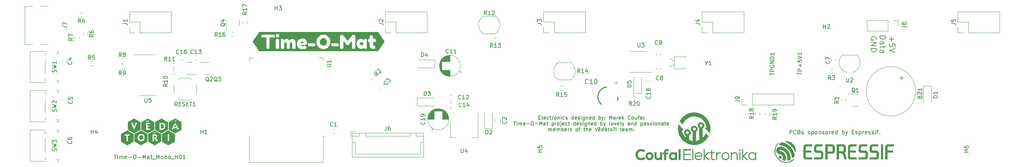
<source format=gbr>
%TF.GenerationSoftware,KiCad,Pcbnew,(6.0.4)*%
%TF.CreationDate,2022-06-05T17:20:23+02:00*%
%TF.ProjectId,Time-O-Mat_MoBo_H01,54696d65-2d4f-42d4-9d61-745f4d6f426f,rev?*%
%TF.SameCoordinates,Original*%
%TF.FileFunction,Legend,Top*%
%TF.FilePolarity,Positive*%
%FSLAX46Y46*%
G04 Gerber Fmt 4.6, Leading zero omitted, Abs format (unit mm)*
G04 Created by KiCad (PCBNEW (6.0.4)) date 2022-06-05 17:20:23*
%MOMM*%
%LPD*%
G01*
G04 APERTURE LIST*
%ADD10C,0.150000*%
%ADD11C,0.152000*%
%ADD12C,0.120000*%
%ADD13C,0.010000*%
%ADD14C,0.254000*%
G04 APERTURE END LIST*
D10*
X187302571Y-32329380D02*
X187302571Y-31329380D01*
X187683523Y-31329380D01*
X187778761Y-31377000D01*
X187826380Y-31424619D01*
X187874000Y-31519857D01*
X187874000Y-31662714D01*
X187826380Y-31757952D01*
X187778761Y-31805571D01*
X187683523Y-31853190D01*
X187302571Y-31853190D01*
X188874000Y-32234142D02*
X188826380Y-32281761D01*
X188683523Y-32329380D01*
X188588285Y-32329380D01*
X188445428Y-32281761D01*
X188350190Y-32186523D01*
X188302571Y-32091285D01*
X188254952Y-31900809D01*
X188254952Y-31757952D01*
X188302571Y-31567476D01*
X188350190Y-31472238D01*
X188445428Y-31377000D01*
X188588285Y-31329380D01*
X188683523Y-31329380D01*
X188826380Y-31377000D01*
X188874000Y-31424619D01*
X189635904Y-31805571D02*
X189778761Y-31853190D01*
X189826380Y-31900809D01*
X189874000Y-31996047D01*
X189874000Y-32138904D01*
X189826380Y-32234142D01*
X189778761Y-32281761D01*
X189683523Y-32329380D01*
X189302571Y-32329380D01*
X189302571Y-31329380D01*
X189635904Y-31329380D01*
X189731142Y-31377000D01*
X189778761Y-31424619D01*
X189826380Y-31519857D01*
X189826380Y-31615095D01*
X189778761Y-31710333D01*
X189731142Y-31757952D01*
X189635904Y-31805571D01*
X189302571Y-31805571D01*
X190254952Y-32281761D02*
X190350190Y-32329380D01*
X190540666Y-32329380D01*
X190635904Y-32281761D01*
X190683523Y-32186523D01*
X190683523Y-32138904D01*
X190635904Y-32043666D01*
X190540666Y-31996047D01*
X190397809Y-31996047D01*
X190302571Y-31948428D01*
X190254952Y-31853190D01*
X190254952Y-31805571D01*
X190302571Y-31710333D01*
X190397809Y-31662714D01*
X190540666Y-31662714D01*
X190635904Y-31710333D01*
X191826380Y-32281761D02*
X191921619Y-32329380D01*
X192112095Y-32329380D01*
X192207333Y-32281761D01*
X192254952Y-32186523D01*
X192254952Y-32138904D01*
X192207333Y-32043666D01*
X192112095Y-31996047D01*
X191969238Y-31996047D01*
X191874000Y-31948428D01*
X191826380Y-31853190D01*
X191826380Y-31805571D01*
X191874000Y-31710333D01*
X191969238Y-31662714D01*
X192112095Y-31662714D01*
X192207333Y-31710333D01*
X192683523Y-31662714D02*
X192683523Y-32662714D01*
X192683523Y-31710333D02*
X192778761Y-31662714D01*
X192969238Y-31662714D01*
X193064476Y-31710333D01*
X193112095Y-31757952D01*
X193159714Y-31853190D01*
X193159714Y-32138904D01*
X193112095Y-32234142D01*
X193064476Y-32281761D01*
X192969238Y-32329380D01*
X192778761Y-32329380D01*
X192683523Y-32281761D01*
X193731142Y-32329380D02*
X193635904Y-32281761D01*
X193588285Y-32234142D01*
X193540666Y-32138904D01*
X193540666Y-31853190D01*
X193588285Y-31757952D01*
X193635904Y-31710333D01*
X193731142Y-31662714D01*
X193874000Y-31662714D01*
X193969238Y-31710333D01*
X194016857Y-31757952D01*
X194064476Y-31853190D01*
X194064476Y-32138904D01*
X194016857Y-32234142D01*
X193969238Y-32281761D01*
X193874000Y-32329380D01*
X193731142Y-32329380D01*
X194493047Y-31662714D02*
X194493047Y-32329380D01*
X194493047Y-31757952D02*
X194540666Y-31710333D01*
X194635904Y-31662714D01*
X194778761Y-31662714D01*
X194874000Y-31710333D01*
X194921619Y-31805571D01*
X194921619Y-32329380D01*
X195350190Y-32281761D02*
X195445428Y-32329380D01*
X195635904Y-32329380D01*
X195731142Y-32281761D01*
X195778761Y-32186523D01*
X195778761Y-32138904D01*
X195731142Y-32043666D01*
X195635904Y-31996047D01*
X195493047Y-31996047D01*
X195397809Y-31948428D01*
X195350190Y-31853190D01*
X195350190Y-31805571D01*
X195397809Y-31710333D01*
X195493047Y-31662714D01*
X195635904Y-31662714D01*
X195731142Y-31710333D01*
X196350190Y-32329380D02*
X196254952Y-32281761D01*
X196207333Y-32234142D01*
X196159714Y-32138904D01*
X196159714Y-31853190D01*
X196207333Y-31757952D01*
X196254952Y-31710333D01*
X196350190Y-31662714D01*
X196493047Y-31662714D01*
X196588285Y-31710333D01*
X196635904Y-31757952D01*
X196683523Y-31853190D01*
X196683523Y-32138904D01*
X196635904Y-32234142D01*
X196588285Y-32281761D01*
X196493047Y-32329380D01*
X196350190Y-32329380D01*
X197112095Y-32329380D02*
X197112095Y-31662714D01*
X197112095Y-31853190D02*
X197159714Y-31757952D01*
X197207333Y-31710333D01*
X197302571Y-31662714D01*
X197397809Y-31662714D01*
X198112095Y-32281761D02*
X198016857Y-32329380D01*
X197826380Y-32329380D01*
X197731142Y-32281761D01*
X197683523Y-32186523D01*
X197683523Y-31805571D01*
X197731142Y-31710333D01*
X197826380Y-31662714D01*
X198016857Y-31662714D01*
X198112095Y-31710333D01*
X198159714Y-31805571D01*
X198159714Y-31900809D01*
X197683523Y-31996047D01*
X199016857Y-32329380D02*
X199016857Y-31329380D01*
X199016857Y-32281761D02*
X198921619Y-32329380D01*
X198731142Y-32329380D01*
X198635904Y-32281761D01*
X198588285Y-32234142D01*
X198540666Y-32138904D01*
X198540666Y-31853190D01*
X198588285Y-31757952D01*
X198635904Y-31710333D01*
X198731142Y-31662714D01*
X198921619Y-31662714D01*
X199016857Y-31710333D01*
X200254952Y-32329380D02*
X200254952Y-31329380D01*
X200254952Y-31710333D02*
X200350190Y-31662714D01*
X200540666Y-31662714D01*
X200635904Y-31710333D01*
X200683523Y-31757952D01*
X200731142Y-31853190D01*
X200731142Y-32138904D01*
X200683523Y-32234142D01*
X200635904Y-32281761D01*
X200540666Y-32329380D01*
X200350190Y-32329380D01*
X200254952Y-32281761D01*
X201064476Y-31662714D02*
X201302571Y-32329380D01*
X201540666Y-31662714D02*
X201302571Y-32329380D01*
X201207333Y-32567476D01*
X201159714Y-32615095D01*
X201064476Y-32662714D01*
X202683523Y-31805571D02*
X203016857Y-31805571D01*
X203159714Y-32329380D02*
X202683523Y-32329380D01*
X202683523Y-31329380D01*
X203159714Y-31329380D01*
X203540666Y-32281761D02*
X203635904Y-32329380D01*
X203826380Y-32329380D01*
X203921619Y-32281761D01*
X203969238Y-32186523D01*
X203969238Y-32138904D01*
X203921619Y-32043666D01*
X203826380Y-31996047D01*
X203683523Y-31996047D01*
X203588285Y-31948428D01*
X203540666Y-31853190D01*
X203540666Y-31805571D01*
X203588285Y-31710333D01*
X203683523Y-31662714D01*
X203826380Y-31662714D01*
X203921619Y-31710333D01*
X204397809Y-31662714D02*
X204397809Y-32662714D01*
X204397809Y-31710333D02*
X204493047Y-31662714D01*
X204683523Y-31662714D01*
X204778761Y-31710333D01*
X204826380Y-31757952D01*
X204874000Y-31853190D01*
X204874000Y-32138904D01*
X204826380Y-32234142D01*
X204778761Y-32281761D01*
X204683523Y-32329380D01*
X204493047Y-32329380D01*
X204397809Y-32281761D01*
X205302571Y-32329380D02*
X205302571Y-31662714D01*
X205302571Y-31853190D02*
X205350190Y-31757952D01*
X205397809Y-31710333D01*
X205493047Y-31662714D01*
X205588285Y-31662714D01*
X206302571Y-32281761D02*
X206207333Y-32329380D01*
X206016857Y-32329380D01*
X205921619Y-32281761D01*
X205874000Y-32186523D01*
X205874000Y-31805571D01*
X205921619Y-31710333D01*
X206016857Y-31662714D01*
X206207333Y-31662714D01*
X206302571Y-31710333D01*
X206350190Y-31805571D01*
X206350190Y-31900809D01*
X205874000Y-31996047D01*
X206731142Y-32281761D02*
X206826380Y-32329380D01*
X207016857Y-32329380D01*
X207112095Y-32281761D01*
X207159714Y-32186523D01*
X207159714Y-32138904D01*
X207112095Y-32043666D01*
X207016857Y-31996047D01*
X206874000Y-31996047D01*
X206778761Y-31948428D01*
X206731142Y-31853190D01*
X206731142Y-31805571D01*
X206778761Y-31710333D01*
X206874000Y-31662714D01*
X207016857Y-31662714D01*
X207112095Y-31710333D01*
X207540666Y-32281761D02*
X207635904Y-32329380D01*
X207826380Y-32329380D01*
X207921619Y-32281761D01*
X207969238Y-32186523D01*
X207969238Y-32138904D01*
X207921619Y-32043666D01*
X207826380Y-31996047D01*
X207683523Y-31996047D01*
X207588285Y-31948428D01*
X207540666Y-31853190D01*
X207540666Y-31805571D01*
X207588285Y-31710333D01*
X207683523Y-31662714D01*
X207826380Y-31662714D01*
X207921619Y-31710333D01*
X208397809Y-32329380D02*
X208397809Y-31662714D01*
X208397809Y-31329380D02*
X208350190Y-31377000D01*
X208397809Y-31424619D01*
X208445428Y-31377000D01*
X208397809Y-31329380D01*
X208397809Y-31424619D01*
X208731142Y-31662714D02*
X209112095Y-31662714D01*
X208874000Y-32329380D02*
X208874000Y-31472238D01*
X208921619Y-31377000D01*
X209016857Y-31329380D01*
X209112095Y-31329380D01*
X209445428Y-32234142D02*
X209493047Y-32281761D01*
X209445428Y-32329380D01*
X209397809Y-32281761D01*
X209445428Y-32234142D01*
X209445428Y-32329380D01*
X212339000Y-8360000D02*
X212339000Y-9426666D01*
X211805666Y-8893333D02*
X212872333Y-8893333D01*
X213205666Y-10760000D02*
X213205666Y-10093333D01*
X212539000Y-10026666D01*
X212605666Y-10093333D01*
X212672333Y-10226666D01*
X212672333Y-10560000D01*
X212605666Y-10693333D01*
X212539000Y-10760000D01*
X212405666Y-10826666D01*
X212072333Y-10826666D01*
X211939000Y-10760000D01*
X211872333Y-10693333D01*
X211805666Y-10560000D01*
X211805666Y-10226666D01*
X211872333Y-10093333D01*
X211939000Y-10026666D01*
X213205666Y-11226666D02*
X211805666Y-11693333D01*
X213205666Y-12160000D01*
X209551666Y-8126666D02*
X210951666Y-8126666D01*
X210951666Y-8460000D01*
X210885000Y-8660000D01*
X210751666Y-8793333D01*
X210618333Y-8860000D01*
X210351666Y-8926666D01*
X210151666Y-8926666D01*
X209885000Y-8860000D01*
X209751666Y-8793333D01*
X209618333Y-8660000D01*
X209551666Y-8460000D01*
X209551666Y-8126666D01*
X209551666Y-10126666D02*
X210285000Y-10126666D01*
X210418333Y-10060000D01*
X210485000Y-9926666D01*
X210485000Y-9660000D01*
X210418333Y-9526666D01*
X209618333Y-10126666D02*
X209551666Y-9993333D01*
X209551666Y-9660000D01*
X209618333Y-9526666D01*
X209751666Y-9460000D01*
X209885000Y-9460000D01*
X210018333Y-9526666D01*
X210085000Y-9660000D01*
X210085000Y-9993333D01*
X210151666Y-10126666D01*
X210485000Y-10593333D02*
X210485000Y-11126666D01*
X210951666Y-10793333D02*
X209751666Y-10793333D01*
X209618333Y-10860000D01*
X209551666Y-10993333D01*
X209551666Y-11126666D01*
X209551666Y-12193333D02*
X210285000Y-12193333D01*
X210418333Y-12126666D01*
X210485000Y-11993333D01*
X210485000Y-11726666D01*
X210418333Y-11593333D01*
X209618333Y-12193333D02*
X209551666Y-12060000D01*
X209551666Y-11726666D01*
X209618333Y-11593333D01*
X209751666Y-11526666D01*
X209885000Y-11526666D01*
X210018333Y-11593333D01*
X210085000Y-11726666D01*
X210085000Y-12060000D01*
X210151666Y-12193333D01*
X208631000Y-9093333D02*
X208697666Y-8960000D01*
X208697666Y-8760000D01*
X208631000Y-8560000D01*
X208497666Y-8426666D01*
X208364333Y-8360000D01*
X208097666Y-8293333D01*
X207897666Y-8293333D01*
X207631000Y-8360000D01*
X207497666Y-8426666D01*
X207364333Y-8560000D01*
X207297666Y-8760000D01*
X207297666Y-8893333D01*
X207364333Y-9093333D01*
X207431000Y-9160000D01*
X207897666Y-9160000D01*
X207897666Y-8893333D01*
X207297666Y-9760000D02*
X208697666Y-9760000D01*
X207297666Y-10560000D01*
X208697666Y-10560000D01*
X207297666Y-11226666D02*
X208697666Y-11226666D01*
X208697666Y-11560000D01*
X208631000Y-11760000D01*
X208497666Y-11893333D01*
X208364333Y-11960000D01*
X208097666Y-12026666D01*
X207897666Y-12026666D01*
X207631000Y-11960000D01*
X207497666Y-11893333D01*
X207364333Y-11760000D01*
X207297666Y-11560000D01*
X207297666Y-11226666D01*
X125487142Y-28204714D02*
X125787142Y-28204714D01*
X125915714Y-28676142D02*
X125487142Y-28676142D01*
X125487142Y-27776142D01*
X125915714Y-27776142D01*
X126429999Y-28676142D02*
X126344285Y-28633285D01*
X126301428Y-28547571D01*
X126301428Y-27776142D01*
X127115714Y-28633285D02*
X127029999Y-28676142D01*
X126858571Y-28676142D01*
X126772857Y-28633285D01*
X126729999Y-28547571D01*
X126729999Y-28204714D01*
X126772857Y-28119000D01*
X126858571Y-28076142D01*
X127029999Y-28076142D01*
X127115714Y-28119000D01*
X127158571Y-28204714D01*
X127158571Y-28290428D01*
X126729999Y-28376142D01*
X127929999Y-28633285D02*
X127844285Y-28676142D01*
X127672857Y-28676142D01*
X127587142Y-28633285D01*
X127544285Y-28590428D01*
X127501428Y-28504714D01*
X127501428Y-28247571D01*
X127544285Y-28161857D01*
X127587142Y-28119000D01*
X127672857Y-28076142D01*
X127844285Y-28076142D01*
X127929999Y-28119000D01*
X128187142Y-28076142D02*
X128529999Y-28076142D01*
X128315714Y-27776142D02*
X128315714Y-28547571D01*
X128358571Y-28633285D01*
X128444285Y-28676142D01*
X128529999Y-28676142D01*
X128829999Y-28676142D02*
X128829999Y-28076142D01*
X128829999Y-28247571D02*
X128872857Y-28161857D01*
X128915714Y-28119000D01*
X129001428Y-28076142D01*
X129087142Y-28076142D01*
X129515714Y-28676142D02*
X129429999Y-28633285D01*
X129387142Y-28590428D01*
X129344285Y-28504714D01*
X129344285Y-28247571D01*
X129387142Y-28161857D01*
X129429999Y-28119000D01*
X129515714Y-28076142D01*
X129644285Y-28076142D01*
X129729999Y-28119000D01*
X129772857Y-28161857D01*
X129815714Y-28247571D01*
X129815714Y-28504714D01*
X129772857Y-28590428D01*
X129729999Y-28633285D01*
X129644285Y-28676142D01*
X129515714Y-28676142D01*
X130201428Y-28076142D02*
X130201428Y-28676142D01*
X130201428Y-28161857D02*
X130244285Y-28119000D01*
X130329999Y-28076142D01*
X130458571Y-28076142D01*
X130544285Y-28119000D01*
X130587142Y-28204714D01*
X130587142Y-28676142D01*
X131015714Y-28676142D02*
X131015714Y-28076142D01*
X131015714Y-27776142D02*
X130972857Y-27819000D01*
X131015714Y-27861857D01*
X131058571Y-27819000D01*
X131015714Y-27776142D01*
X131015714Y-27861857D01*
X131829999Y-28633285D02*
X131744285Y-28676142D01*
X131572857Y-28676142D01*
X131487142Y-28633285D01*
X131444285Y-28590428D01*
X131401428Y-28504714D01*
X131401428Y-28247571D01*
X131444285Y-28161857D01*
X131487142Y-28119000D01*
X131572857Y-28076142D01*
X131744285Y-28076142D01*
X131829999Y-28119000D01*
X132172857Y-28633285D02*
X132258571Y-28676142D01*
X132429999Y-28676142D01*
X132515714Y-28633285D01*
X132558571Y-28547571D01*
X132558571Y-28504714D01*
X132515714Y-28419000D01*
X132429999Y-28376142D01*
X132301428Y-28376142D01*
X132215714Y-28333285D01*
X132172857Y-28247571D01*
X132172857Y-28204714D01*
X132215714Y-28119000D01*
X132301428Y-28076142D01*
X132429999Y-28076142D01*
X132515714Y-28119000D01*
X134015714Y-28676142D02*
X134015714Y-27776142D01*
X134015714Y-28633285D02*
X133929999Y-28676142D01*
X133758571Y-28676142D01*
X133672857Y-28633285D01*
X133629999Y-28590428D01*
X133587142Y-28504714D01*
X133587142Y-28247571D01*
X133629999Y-28161857D01*
X133672857Y-28119000D01*
X133758571Y-28076142D01*
X133929999Y-28076142D01*
X134015714Y-28119000D01*
X134787142Y-28633285D02*
X134701428Y-28676142D01*
X134530000Y-28676142D01*
X134444285Y-28633285D01*
X134401428Y-28547571D01*
X134401428Y-28204714D01*
X134444285Y-28119000D01*
X134530000Y-28076142D01*
X134701428Y-28076142D01*
X134787142Y-28119000D01*
X134830000Y-28204714D01*
X134830000Y-28290428D01*
X134401428Y-28376142D01*
X135172857Y-28633285D02*
X135258571Y-28676142D01*
X135430000Y-28676142D01*
X135515714Y-28633285D01*
X135558571Y-28547571D01*
X135558571Y-28504714D01*
X135515714Y-28419000D01*
X135430000Y-28376142D01*
X135301428Y-28376142D01*
X135215714Y-28333285D01*
X135172857Y-28247571D01*
X135172857Y-28204714D01*
X135215714Y-28119000D01*
X135301428Y-28076142D01*
X135430000Y-28076142D01*
X135515714Y-28119000D01*
X135944285Y-28676142D02*
X135944285Y-28076142D01*
X135944285Y-27776142D02*
X135901428Y-27819000D01*
X135944285Y-27861857D01*
X135987142Y-27819000D01*
X135944285Y-27776142D01*
X135944285Y-27861857D01*
X136758571Y-28076142D02*
X136758571Y-28804714D01*
X136715714Y-28890428D01*
X136672857Y-28933285D01*
X136587142Y-28976142D01*
X136458571Y-28976142D01*
X136372857Y-28933285D01*
X136758571Y-28633285D02*
X136672857Y-28676142D01*
X136501428Y-28676142D01*
X136415714Y-28633285D01*
X136372857Y-28590428D01*
X136330000Y-28504714D01*
X136330000Y-28247571D01*
X136372857Y-28161857D01*
X136415714Y-28119000D01*
X136501428Y-28076142D01*
X136672857Y-28076142D01*
X136758571Y-28119000D01*
X137187142Y-28076142D02*
X137187142Y-28676142D01*
X137187142Y-28161857D02*
X137230000Y-28119000D01*
X137315714Y-28076142D01*
X137444285Y-28076142D01*
X137530000Y-28119000D01*
X137572857Y-28204714D01*
X137572857Y-28676142D01*
X138344285Y-28633285D02*
X138258571Y-28676142D01*
X138087142Y-28676142D01*
X138001428Y-28633285D01*
X137958571Y-28547571D01*
X137958571Y-28204714D01*
X138001428Y-28119000D01*
X138087142Y-28076142D01*
X138258571Y-28076142D01*
X138344285Y-28119000D01*
X138387142Y-28204714D01*
X138387142Y-28290428D01*
X137958571Y-28376142D01*
X139158571Y-28676142D02*
X139158571Y-27776142D01*
X139158571Y-28633285D02*
X139072857Y-28676142D01*
X138901428Y-28676142D01*
X138815714Y-28633285D01*
X138772857Y-28590428D01*
X138730000Y-28504714D01*
X138730000Y-28247571D01*
X138772857Y-28161857D01*
X138815714Y-28119000D01*
X138901428Y-28076142D01*
X139072857Y-28076142D01*
X139158571Y-28119000D01*
X140272857Y-28676142D02*
X140272857Y-27776142D01*
X140272857Y-28119000D02*
X140358571Y-28076142D01*
X140530000Y-28076142D01*
X140615714Y-28119000D01*
X140658571Y-28161857D01*
X140701428Y-28247571D01*
X140701428Y-28504714D01*
X140658571Y-28590428D01*
X140615714Y-28633285D01*
X140530000Y-28676142D01*
X140358571Y-28676142D01*
X140272857Y-28633285D01*
X141001428Y-28076142D02*
X141215714Y-28676142D01*
X141430000Y-28076142D02*
X141215714Y-28676142D01*
X141130000Y-28890428D01*
X141087142Y-28933285D01*
X141001428Y-28976142D01*
X141772857Y-28590428D02*
X141815714Y-28633285D01*
X141772857Y-28676142D01*
X141730000Y-28633285D01*
X141772857Y-28590428D01*
X141772857Y-28676142D01*
X141772857Y-28119000D02*
X141815714Y-28161857D01*
X141772857Y-28204714D01*
X141730000Y-28161857D01*
X141772857Y-28119000D01*
X141772857Y-28204714D01*
X142887142Y-28676142D02*
X142887142Y-27776142D01*
X143187142Y-28419000D01*
X143487142Y-27776142D01*
X143487142Y-28676142D01*
X144301428Y-28676142D02*
X144301428Y-28204714D01*
X144258571Y-28119000D01*
X144172857Y-28076142D01*
X144001428Y-28076142D01*
X143915714Y-28119000D01*
X144301428Y-28633285D02*
X144215714Y-28676142D01*
X144001428Y-28676142D01*
X143915714Y-28633285D01*
X143872857Y-28547571D01*
X143872857Y-28461857D01*
X143915714Y-28376142D01*
X144001428Y-28333285D01*
X144215714Y-28333285D01*
X144301428Y-28290428D01*
X144730000Y-28676142D02*
X144730000Y-28076142D01*
X144730000Y-28247571D02*
X144772857Y-28161857D01*
X144815714Y-28119000D01*
X144901428Y-28076142D01*
X144987142Y-28076142D01*
X145630000Y-28633285D02*
X145544285Y-28676142D01*
X145372857Y-28676142D01*
X145287142Y-28633285D01*
X145244285Y-28547571D01*
X145244285Y-28204714D01*
X145287142Y-28119000D01*
X145372857Y-28076142D01*
X145544285Y-28076142D01*
X145630000Y-28119000D01*
X145672857Y-28204714D01*
X145672857Y-28290428D01*
X145244285Y-28376142D01*
X146058571Y-28676142D02*
X146058571Y-27776142D01*
X146144285Y-28333285D02*
X146401428Y-28676142D01*
X146401428Y-28076142D02*
X146058571Y-28419000D01*
X147987142Y-28590428D02*
X147944285Y-28633285D01*
X147815714Y-28676142D01*
X147730000Y-28676142D01*
X147601428Y-28633285D01*
X147515714Y-28547571D01*
X147472857Y-28461857D01*
X147430000Y-28290428D01*
X147430000Y-28161857D01*
X147472857Y-27990428D01*
X147515714Y-27904714D01*
X147601428Y-27819000D01*
X147730000Y-27776142D01*
X147815714Y-27776142D01*
X147944285Y-27819000D01*
X147987142Y-27861857D01*
X148501428Y-28676142D02*
X148415714Y-28633285D01*
X148372857Y-28590428D01*
X148330000Y-28504714D01*
X148330000Y-28247571D01*
X148372857Y-28161857D01*
X148415714Y-28119000D01*
X148501428Y-28076142D01*
X148630000Y-28076142D01*
X148715714Y-28119000D01*
X148758571Y-28161857D01*
X148801428Y-28247571D01*
X148801428Y-28504714D01*
X148758571Y-28590428D01*
X148715714Y-28633285D01*
X148630000Y-28676142D01*
X148501428Y-28676142D01*
X149572857Y-28076142D02*
X149572857Y-28676142D01*
X149187142Y-28076142D02*
X149187142Y-28547571D01*
X149230000Y-28633285D01*
X149315714Y-28676142D01*
X149444285Y-28676142D01*
X149530000Y-28633285D01*
X149572857Y-28590428D01*
X149872857Y-28076142D02*
X150215714Y-28076142D01*
X150001428Y-28676142D02*
X150001428Y-27904714D01*
X150044285Y-27819000D01*
X150130000Y-27776142D01*
X150215714Y-27776142D01*
X150901428Y-28676142D02*
X150901428Y-28204714D01*
X150858571Y-28119000D01*
X150772857Y-28076142D01*
X150601428Y-28076142D01*
X150515714Y-28119000D01*
X150901428Y-28633285D02*
X150815714Y-28676142D01*
X150601428Y-28676142D01*
X150515714Y-28633285D01*
X150472857Y-28547571D01*
X150472857Y-28461857D01*
X150515714Y-28376142D01*
X150601428Y-28333285D01*
X150815714Y-28333285D01*
X150901428Y-28290428D01*
X151458571Y-28676142D02*
X151372857Y-28633285D01*
X151330000Y-28547571D01*
X151330000Y-27776142D01*
X119294285Y-29225142D02*
X119808571Y-29225142D01*
X119551428Y-30125142D02*
X119551428Y-29225142D01*
X120108571Y-30125142D02*
X120108571Y-29525142D01*
X120108571Y-29225142D02*
X120065714Y-29268000D01*
X120108571Y-29310857D01*
X120151428Y-29268000D01*
X120108571Y-29225142D01*
X120108571Y-29310857D01*
X120537142Y-30125142D02*
X120537142Y-29525142D01*
X120537142Y-29610857D02*
X120580000Y-29568000D01*
X120665714Y-29525142D01*
X120794285Y-29525142D01*
X120880000Y-29568000D01*
X120922857Y-29653714D01*
X120922857Y-30125142D01*
X120922857Y-29653714D02*
X120965714Y-29568000D01*
X121051428Y-29525142D01*
X121180000Y-29525142D01*
X121265714Y-29568000D01*
X121308571Y-29653714D01*
X121308571Y-30125142D01*
X122080000Y-30082285D02*
X121994285Y-30125142D01*
X121822857Y-30125142D01*
X121737142Y-30082285D01*
X121694285Y-29996571D01*
X121694285Y-29653714D01*
X121737142Y-29568000D01*
X121822857Y-29525142D01*
X121994285Y-29525142D01*
X122080000Y-29568000D01*
X122122857Y-29653714D01*
X122122857Y-29739428D01*
X121694285Y-29825142D01*
X122508571Y-29782285D02*
X123194285Y-29782285D01*
X123794285Y-29225142D02*
X123965714Y-29225142D01*
X124051428Y-29268000D01*
X124137142Y-29353714D01*
X124180000Y-29525142D01*
X124180000Y-29825142D01*
X124137142Y-29996571D01*
X124051428Y-30082285D01*
X123965714Y-30125142D01*
X123794285Y-30125142D01*
X123708571Y-30082285D01*
X123622857Y-29996571D01*
X123580000Y-29825142D01*
X123580000Y-29525142D01*
X123622857Y-29353714D01*
X123708571Y-29268000D01*
X123794285Y-29225142D01*
X124565714Y-29782285D02*
X125251428Y-29782285D01*
X125680000Y-30125142D02*
X125680000Y-29225142D01*
X125980000Y-29868000D01*
X126280000Y-29225142D01*
X126280000Y-30125142D01*
X127094285Y-30125142D02*
X127094285Y-29653714D01*
X127051428Y-29568000D01*
X126965714Y-29525142D01*
X126794285Y-29525142D01*
X126708571Y-29568000D01*
X127094285Y-30082285D02*
X127008571Y-30125142D01*
X126794285Y-30125142D01*
X126708571Y-30082285D01*
X126665714Y-29996571D01*
X126665714Y-29910857D01*
X126708571Y-29825142D01*
X126794285Y-29782285D01*
X127008571Y-29782285D01*
X127094285Y-29739428D01*
X127394285Y-29525142D02*
X127737142Y-29525142D01*
X127522857Y-29225142D02*
X127522857Y-29996571D01*
X127565714Y-30082285D01*
X127651428Y-30125142D01*
X127737142Y-30125142D01*
X128722857Y-29525142D02*
X128722857Y-30425142D01*
X128722857Y-29568000D02*
X128808571Y-29525142D01*
X128980000Y-29525142D01*
X129065714Y-29568000D01*
X129108571Y-29610857D01*
X129151428Y-29696571D01*
X129151428Y-29953714D01*
X129108571Y-30039428D01*
X129065714Y-30082285D01*
X128980000Y-30125142D01*
X128808571Y-30125142D01*
X128722857Y-30082285D01*
X129537142Y-30125142D02*
X129537142Y-29525142D01*
X129537142Y-29696571D02*
X129580000Y-29610857D01*
X129622857Y-29568000D01*
X129708571Y-29525142D01*
X129794285Y-29525142D01*
X130222857Y-30125142D02*
X130137142Y-30082285D01*
X130094285Y-30039428D01*
X130051428Y-29953714D01*
X130051428Y-29696571D01*
X130094285Y-29610857D01*
X130137142Y-29568000D01*
X130222857Y-29525142D01*
X130351428Y-29525142D01*
X130437142Y-29568000D01*
X130480000Y-29610857D01*
X130522857Y-29696571D01*
X130522857Y-29953714D01*
X130480000Y-30039428D01*
X130437142Y-30082285D01*
X130351428Y-30125142D01*
X130222857Y-30125142D01*
X130908571Y-29525142D02*
X130908571Y-30296571D01*
X130865714Y-30382285D01*
X130780000Y-30425142D01*
X130737142Y-30425142D01*
X130908571Y-29225142D02*
X130865714Y-29268000D01*
X130908571Y-29310857D01*
X130951428Y-29268000D01*
X130908571Y-29225142D01*
X130908571Y-29310857D01*
X131680000Y-30082285D02*
X131594285Y-30125142D01*
X131422857Y-30125142D01*
X131337142Y-30082285D01*
X131294285Y-29996571D01*
X131294285Y-29653714D01*
X131337142Y-29568000D01*
X131422857Y-29525142D01*
X131594285Y-29525142D01*
X131680000Y-29568000D01*
X131722857Y-29653714D01*
X131722857Y-29739428D01*
X131294285Y-29825142D01*
X132494285Y-30082285D02*
X132408571Y-30125142D01*
X132237142Y-30125142D01*
X132151428Y-30082285D01*
X132108571Y-30039428D01*
X132065714Y-29953714D01*
X132065714Y-29696571D01*
X132108571Y-29610857D01*
X132151428Y-29568000D01*
X132237142Y-29525142D01*
X132408571Y-29525142D01*
X132494285Y-29568000D01*
X132751428Y-29525142D02*
X133094285Y-29525142D01*
X132880000Y-29225142D02*
X132880000Y-29996571D01*
X132922857Y-30082285D01*
X133008571Y-30125142D01*
X133094285Y-30125142D01*
X134465714Y-30125142D02*
X134465714Y-29225142D01*
X134465714Y-30082285D02*
X134380000Y-30125142D01*
X134208571Y-30125142D01*
X134122857Y-30082285D01*
X134080000Y-30039428D01*
X134037142Y-29953714D01*
X134037142Y-29696571D01*
X134080000Y-29610857D01*
X134122857Y-29568000D01*
X134208571Y-29525142D01*
X134380000Y-29525142D01*
X134465714Y-29568000D01*
X135237142Y-30082285D02*
X135151428Y-30125142D01*
X134980000Y-30125142D01*
X134894285Y-30082285D01*
X134851428Y-29996571D01*
X134851428Y-29653714D01*
X134894285Y-29568000D01*
X134980000Y-29525142D01*
X135151428Y-29525142D01*
X135237142Y-29568000D01*
X135280000Y-29653714D01*
X135280000Y-29739428D01*
X134851428Y-29825142D01*
X135622857Y-30082285D02*
X135708571Y-30125142D01*
X135880000Y-30125142D01*
X135965714Y-30082285D01*
X136008571Y-29996571D01*
X136008571Y-29953714D01*
X135965714Y-29868000D01*
X135880000Y-29825142D01*
X135751428Y-29825142D01*
X135665714Y-29782285D01*
X135622857Y-29696571D01*
X135622857Y-29653714D01*
X135665714Y-29568000D01*
X135751428Y-29525142D01*
X135880000Y-29525142D01*
X135965714Y-29568000D01*
X136394285Y-30125142D02*
X136394285Y-29525142D01*
X136394285Y-29225142D02*
X136351428Y-29268000D01*
X136394285Y-29310857D01*
X136437142Y-29268000D01*
X136394285Y-29225142D01*
X136394285Y-29310857D01*
X137208571Y-29525142D02*
X137208571Y-30253714D01*
X137165714Y-30339428D01*
X137122857Y-30382285D01*
X137037142Y-30425142D01*
X136908571Y-30425142D01*
X136822857Y-30382285D01*
X137208571Y-30082285D02*
X137122857Y-30125142D01*
X136951428Y-30125142D01*
X136865714Y-30082285D01*
X136822857Y-30039428D01*
X136780000Y-29953714D01*
X136780000Y-29696571D01*
X136822857Y-29610857D01*
X136865714Y-29568000D01*
X136951428Y-29525142D01*
X137122857Y-29525142D01*
X137208571Y-29568000D01*
X137637142Y-29525142D02*
X137637142Y-30125142D01*
X137637142Y-29610857D02*
X137680000Y-29568000D01*
X137765714Y-29525142D01*
X137894285Y-29525142D01*
X137980000Y-29568000D01*
X138022857Y-29653714D01*
X138022857Y-30125142D01*
X138794285Y-30082285D02*
X138708571Y-30125142D01*
X138537142Y-30125142D01*
X138451428Y-30082285D01*
X138408571Y-29996571D01*
X138408571Y-29653714D01*
X138451428Y-29568000D01*
X138537142Y-29525142D01*
X138708571Y-29525142D01*
X138794285Y-29568000D01*
X138837142Y-29653714D01*
X138837142Y-29739428D01*
X138408571Y-29825142D01*
X139608571Y-30125142D02*
X139608571Y-29225142D01*
X139608571Y-30082285D02*
X139522857Y-30125142D01*
X139351428Y-30125142D01*
X139265714Y-30082285D01*
X139222857Y-30039428D01*
X139180000Y-29953714D01*
X139180000Y-29696571D01*
X139222857Y-29610857D01*
X139265714Y-29568000D01*
X139351428Y-29525142D01*
X139522857Y-29525142D01*
X139608571Y-29568000D01*
X140722857Y-30125142D02*
X140722857Y-29225142D01*
X140722857Y-29568000D02*
X140808571Y-29525142D01*
X140980000Y-29525142D01*
X141065714Y-29568000D01*
X141108571Y-29610857D01*
X141151428Y-29696571D01*
X141151428Y-29953714D01*
X141108571Y-30039428D01*
X141065714Y-30082285D01*
X140980000Y-30125142D01*
X140808571Y-30125142D01*
X140722857Y-30082285D01*
X141451428Y-29525142D02*
X141665714Y-30125142D01*
X141880000Y-29525142D02*
X141665714Y-30125142D01*
X141580000Y-30339428D01*
X141537142Y-30382285D01*
X141451428Y-30425142D01*
X143037142Y-30125142D02*
X142951428Y-30082285D01*
X142908571Y-29996571D01*
X142908571Y-29225142D01*
X143508571Y-30125142D02*
X143422857Y-30082285D01*
X143380000Y-30039428D01*
X143337142Y-29953714D01*
X143337142Y-29696571D01*
X143380000Y-29610857D01*
X143422857Y-29568000D01*
X143508571Y-29525142D01*
X143637142Y-29525142D01*
X143722857Y-29568000D01*
X143765714Y-29610857D01*
X143808571Y-29696571D01*
X143808571Y-29953714D01*
X143765714Y-30039428D01*
X143722857Y-30082285D01*
X143637142Y-30125142D01*
X143508571Y-30125142D01*
X144108571Y-29525142D02*
X144322857Y-30125142D01*
X144537142Y-29525142D01*
X145222857Y-30082285D02*
X145137142Y-30125142D01*
X144965714Y-30125142D01*
X144880000Y-30082285D01*
X144837142Y-29996571D01*
X144837142Y-29653714D01*
X144880000Y-29568000D01*
X144965714Y-29525142D01*
X145137142Y-29525142D01*
X145222857Y-29568000D01*
X145265714Y-29653714D01*
X145265714Y-29739428D01*
X144837142Y-29825142D01*
X145780000Y-30125142D02*
X145694285Y-30082285D01*
X145651428Y-29996571D01*
X145651428Y-29225142D01*
X146037142Y-29525142D02*
X146251428Y-30125142D01*
X146465714Y-29525142D02*
X146251428Y-30125142D01*
X146165714Y-30339428D01*
X146122857Y-30382285D01*
X146037142Y-30425142D01*
X147880000Y-30125142D02*
X147880000Y-29653714D01*
X147837142Y-29568000D01*
X147751428Y-29525142D01*
X147580000Y-29525142D01*
X147494285Y-29568000D01*
X147880000Y-30082285D02*
X147794285Y-30125142D01*
X147580000Y-30125142D01*
X147494285Y-30082285D01*
X147451428Y-29996571D01*
X147451428Y-29910857D01*
X147494285Y-29825142D01*
X147580000Y-29782285D01*
X147794285Y-29782285D01*
X147880000Y-29739428D01*
X148308571Y-29525142D02*
X148308571Y-30125142D01*
X148308571Y-29610857D02*
X148351428Y-29568000D01*
X148437142Y-29525142D01*
X148565714Y-29525142D01*
X148651428Y-29568000D01*
X148694285Y-29653714D01*
X148694285Y-30125142D01*
X149508571Y-30125142D02*
X149508571Y-29225142D01*
X149508571Y-30082285D02*
X149422857Y-30125142D01*
X149251428Y-30125142D01*
X149165714Y-30082285D01*
X149122857Y-30039428D01*
X149080000Y-29953714D01*
X149080000Y-29696571D01*
X149122857Y-29610857D01*
X149165714Y-29568000D01*
X149251428Y-29525142D01*
X149422857Y-29525142D01*
X149508571Y-29568000D01*
X150622857Y-29525142D02*
X150622857Y-30425142D01*
X150622857Y-29568000D02*
X150708571Y-29525142D01*
X150880000Y-29525142D01*
X150965714Y-29568000D01*
X151008571Y-29610857D01*
X151051428Y-29696571D01*
X151051428Y-29953714D01*
X151008571Y-30039428D01*
X150965714Y-30082285D01*
X150880000Y-30125142D01*
X150708571Y-30125142D01*
X150622857Y-30082285D01*
X151822857Y-30125142D02*
X151822857Y-29653714D01*
X151780000Y-29568000D01*
X151694285Y-29525142D01*
X151522857Y-29525142D01*
X151437142Y-29568000D01*
X151822857Y-30082285D02*
X151737142Y-30125142D01*
X151522857Y-30125142D01*
X151437142Y-30082285D01*
X151394285Y-29996571D01*
X151394285Y-29910857D01*
X151437142Y-29825142D01*
X151522857Y-29782285D01*
X151737142Y-29782285D01*
X151822857Y-29739428D01*
X152208571Y-30082285D02*
X152294285Y-30125142D01*
X152465714Y-30125142D01*
X152551428Y-30082285D01*
X152594285Y-29996571D01*
X152594285Y-29953714D01*
X152551428Y-29868000D01*
X152465714Y-29825142D01*
X152337142Y-29825142D01*
X152251428Y-29782285D01*
X152208571Y-29696571D01*
X152208571Y-29653714D01*
X152251428Y-29568000D01*
X152337142Y-29525142D01*
X152465714Y-29525142D01*
X152551428Y-29568000D01*
X152937142Y-30082285D02*
X153022857Y-30125142D01*
X153194285Y-30125142D01*
X153280000Y-30082285D01*
X153322857Y-29996571D01*
X153322857Y-29953714D01*
X153280000Y-29868000D01*
X153194285Y-29825142D01*
X153065714Y-29825142D01*
X152980000Y-29782285D01*
X152937142Y-29696571D01*
X152937142Y-29653714D01*
X152980000Y-29568000D01*
X153065714Y-29525142D01*
X153194285Y-29525142D01*
X153280000Y-29568000D01*
X153708571Y-30125142D02*
X153708571Y-29525142D01*
X153708571Y-29225142D02*
X153665714Y-29268000D01*
X153708571Y-29310857D01*
X153751428Y-29268000D01*
X153708571Y-29225142D01*
X153708571Y-29310857D01*
X154265714Y-30125142D02*
X154180000Y-30082285D01*
X154137142Y-30039428D01*
X154094285Y-29953714D01*
X154094285Y-29696571D01*
X154137142Y-29610857D01*
X154180000Y-29568000D01*
X154265714Y-29525142D01*
X154394285Y-29525142D01*
X154480000Y-29568000D01*
X154522857Y-29610857D01*
X154565714Y-29696571D01*
X154565714Y-29953714D01*
X154522857Y-30039428D01*
X154480000Y-30082285D01*
X154394285Y-30125142D01*
X154265714Y-30125142D01*
X154951428Y-29525142D02*
X154951428Y-30125142D01*
X154951428Y-29610857D02*
X154994285Y-29568000D01*
X155080000Y-29525142D01*
X155208571Y-29525142D01*
X155294285Y-29568000D01*
X155337142Y-29653714D01*
X155337142Y-30125142D01*
X156151428Y-30125142D02*
X156151428Y-29653714D01*
X156108571Y-29568000D01*
X156022857Y-29525142D01*
X155851428Y-29525142D01*
X155765714Y-29568000D01*
X156151428Y-30082285D02*
X156065714Y-30125142D01*
X155851428Y-30125142D01*
X155765714Y-30082285D01*
X155722857Y-29996571D01*
X155722857Y-29910857D01*
X155765714Y-29825142D01*
X155851428Y-29782285D01*
X156065714Y-29782285D01*
X156151428Y-29739428D01*
X156451428Y-29525142D02*
X156794285Y-29525142D01*
X156580000Y-29225142D02*
X156580000Y-29996571D01*
X156622857Y-30082285D01*
X156708571Y-30125142D01*
X156794285Y-30125142D01*
X157437142Y-30082285D02*
X157351428Y-30125142D01*
X157180000Y-30125142D01*
X157094285Y-30082285D01*
X157051428Y-29996571D01*
X157051428Y-29653714D01*
X157094285Y-29568000D01*
X157180000Y-29525142D01*
X157351428Y-29525142D01*
X157437142Y-29568000D01*
X157480000Y-29653714D01*
X157480000Y-29739428D01*
X157051428Y-29825142D01*
X127930000Y-31574142D02*
X127930000Y-30974142D01*
X127930000Y-31059857D02*
X127972857Y-31017000D01*
X128058571Y-30974142D01*
X128187142Y-30974142D01*
X128272857Y-31017000D01*
X128315714Y-31102714D01*
X128315714Y-31574142D01*
X128315714Y-31102714D02*
X128358571Y-31017000D01*
X128444285Y-30974142D01*
X128572857Y-30974142D01*
X128658571Y-31017000D01*
X128701428Y-31102714D01*
X128701428Y-31574142D01*
X129472857Y-31531285D02*
X129387142Y-31574142D01*
X129215714Y-31574142D01*
X129130000Y-31531285D01*
X129087142Y-31445571D01*
X129087142Y-31102714D01*
X129130000Y-31017000D01*
X129215714Y-30974142D01*
X129387142Y-30974142D01*
X129472857Y-31017000D01*
X129515714Y-31102714D01*
X129515714Y-31188428D01*
X129087142Y-31274142D01*
X129901428Y-31574142D02*
X129901428Y-30974142D01*
X129901428Y-31059857D02*
X129944285Y-31017000D01*
X130030000Y-30974142D01*
X130158571Y-30974142D01*
X130244285Y-31017000D01*
X130287142Y-31102714D01*
X130287142Y-31574142D01*
X130287142Y-31102714D02*
X130330000Y-31017000D01*
X130415714Y-30974142D01*
X130544285Y-30974142D01*
X130630000Y-31017000D01*
X130672857Y-31102714D01*
X130672857Y-31574142D01*
X131101428Y-31574142D02*
X131101428Y-30674142D01*
X131101428Y-31017000D02*
X131187142Y-30974142D01*
X131358571Y-30974142D01*
X131444285Y-31017000D01*
X131487142Y-31059857D01*
X131530000Y-31145571D01*
X131530000Y-31402714D01*
X131487142Y-31488428D01*
X131444285Y-31531285D01*
X131358571Y-31574142D01*
X131187142Y-31574142D01*
X131101428Y-31531285D01*
X132258571Y-31531285D02*
X132172857Y-31574142D01*
X132001428Y-31574142D01*
X131915714Y-31531285D01*
X131872857Y-31445571D01*
X131872857Y-31102714D01*
X131915714Y-31017000D01*
X132001428Y-30974142D01*
X132172857Y-30974142D01*
X132258571Y-31017000D01*
X132301428Y-31102714D01*
X132301428Y-31188428D01*
X131872857Y-31274142D01*
X132687142Y-31574142D02*
X132687142Y-30974142D01*
X132687142Y-31145571D02*
X132730000Y-31059857D01*
X132772857Y-31017000D01*
X132858571Y-30974142D01*
X132944285Y-30974142D01*
X133201428Y-31531285D02*
X133287142Y-31574142D01*
X133458571Y-31574142D01*
X133544285Y-31531285D01*
X133587142Y-31445571D01*
X133587142Y-31402714D01*
X133544285Y-31317000D01*
X133458571Y-31274142D01*
X133330000Y-31274142D01*
X133244285Y-31231285D01*
X133201428Y-31145571D01*
X133201428Y-31102714D01*
X133244285Y-31017000D01*
X133330000Y-30974142D01*
X133458571Y-30974142D01*
X133544285Y-31017000D01*
X134787142Y-31574142D02*
X134701428Y-31531285D01*
X134658571Y-31488428D01*
X134615714Y-31402714D01*
X134615714Y-31145571D01*
X134658571Y-31059857D01*
X134701428Y-31017000D01*
X134787142Y-30974142D01*
X134915714Y-30974142D01*
X135001428Y-31017000D01*
X135044285Y-31059857D01*
X135087142Y-31145571D01*
X135087142Y-31402714D01*
X135044285Y-31488428D01*
X135001428Y-31531285D01*
X134915714Y-31574142D01*
X134787142Y-31574142D01*
X135344285Y-30974142D02*
X135687142Y-30974142D01*
X135472857Y-31574142D02*
X135472857Y-30802714D01*
X135515714Y-30717000D01*
X135601428Y-30674142D01*
X135687142Y-30674142D01*
X136544285Y-30974142D02*
X136887142Y-30974142D01*
X136672857Y-30674142D02*
X136672857Y-31445571D01*
X136715714Y-31531285D01*
X136801428Y-31574142D01*
X136887142Y-31574142D01*
X137187142Y-31574142D02*
X137187142Y-30674142D01*
X137572857Y-31574142D02*
X137572857Y-31102714D01*
X137530000Y-31017000D01*
X137444285Y-30974142D01*
X137315714Y-30974142D01*
X137230000Y-31017000D01*
X137187142Y-31059857D01*
X138344285Y-31531285D02*
X138258571Y-31574142D01*
X138087142Y-31574142D01*
X138001428Y-31531285D01*
X137958571Y-31445571D01*
X137958571Y-31102714D01*
X138001428Y-31017000D01*
X138087142Y-30974142D01*
X138258571Y-30974142D01*
X138344285Y-31017000D01*
X138387142Y-31102714D01*
X138387142Y-31188428D01*
X137958571Y-31274142D01*
X139330000Y-30674142D02*
X139630000Y-31574142D01*
X139930000Y-30674142D01*
X140572857Y-31531285D02*
X140487142Y-31574142D01*
X140315714Y-31574142D01*
X140230000Y-31531285D01*
X140187142Y-31445571D01*
X140187142Y-31102714D01*
X140230000Y-31017000D01*
X140315714Y-30974142D01*
X140487142Y-30974142D01*
X140572857Y-31017000D01*
X140615714Y-31102714D01*
X140615714Y-31188428D01*
X140187142Y-31274142D01*
X140230000Y-30631285D02*
X140401428Y-30759857D01*
X140572857Y-30631285D01*
X141387142Y-31574142D02*
X141387142Y-30674142D01*
X141387142Y-31531285D02*
X141301428Y-31574142D01*
X141130000Y-31574142D01*
X141044285Y-31531285D01*
X141001428Y-31488428D01*
X140958571Y-31402714D01*
X140958571Y-31145571D01*
X141001428Y-31059857D01*
X141044285Y-31017000D01*
X141130000Y-30974142D01*
X141301428Y-30974142D01*
X141387142Y-31017000D01*
X142201428Y-31574142D02*
X142201428Y-31102714D01*
X142158571Y-31017000D01*
X142072857Y-30974142D01*
X141901428Y-30974142D01*
X141815714Y-31017000D01*
X142201428Y-31531285D02*
X142115714Y-31574142D01*
X141901428Y-31574142D01*
X141815714Y-31531285D01*
X141772857Y-31445571D01*
X141772857Y-31359857D01*
X141815714Y-31274142D01*
X141901428Y-31231285D01*
X142115714Y-31231285D01*
X142201428Y-31188428D01*
X142072857Y-30631285D02*
X141944285Y-30759857D01*
X142501428Y-30974142D02*
X142844285Y-30974142D01*
X142630000Y-30674142D02*
X142630000Y-31445571D01*
X142672857Y-31531285D01*
X142758571Y-31574142D01*
X142844285Y-31574142D01*
X143272857Y-31574142D02*
X143187142Y-31531285D01*
X143144285Y-31488428D01*
X143101428Y-31402714D01*
X143101428Y-31145571D01*
X143144285Y-31059857D01*
X143187142Y-31017000D01*
X143272857Y-30974142D01*
X143401428Y-30974142D01*
X143487142Y-31017000D01*
X143530000Y-31059857D01*
X143572857Y-31145571D01*
X143572857Y-31402714D01*
X143530000Y-31488428D01*
X143487142Y-31531285D01*
X143401428Y-31574142D01*
X143272857Y-31574142D01*
X143958571Y-31574142D02*
X143958571Y-30974142D01*
X143958571Y-31145571D02*
X144001428Y-31059857D01*
X144044285Y-31017000D01*
X144130000Y-30974142D01*
X144215714Y-30974142D01*
X143872857Y-30631285D02*
X144044285Y-30759857D01*
X144215714Y-30631285D01*
X144515714Y-31574142D02*
X144515714Y-30974142D01*
X144515714Y-30674142D02*
X144472857Y-30717000D01*
X144515714Y-30759857D01*
X144558571Y-30717000D01*
X144515714Y-30674142D01*
X144515714Y-30759857D01*
X145501428Y-30974142D02*
X145844285Y-30974142D01*
X145630000Y-30674142D02*
X145630000Y-31445571D01*
X145672857Y-31531285D01*
X145758571Y-31574142D01*
X145844285Y-31574142D01*
X146487142Y-31531285D02*
X146401428Y-31574142D01*
X146230000Y-31574142D01*
X146144285Y-31531285D01*
X146101428Y-31445571D01*
X146101428Y-31102714D01*
X146144285Y-31017000D01*
X146230000Y-30974142D01*
X146401428Y-30974142D01*
X146487142Y-31017000D01*
X146530000Y-31102714D01*
X146530000Y-31188428D01*
X146101428Y-31274142D01*
X147301428Y-31574142D02*
X147301428Y-31102714D01*
X147258571Y-31017000D01*
X147172857Y-30974142D01*
X147001428Y-30974142D01*
X146915714Y-31017000D01*
X147301428Y-31531285D02*
X147215714Y-31574142D01*
X147001428Y-31574142D01*
X146915714Y-31531285D01*
X146872857Y-31445571D01*
X146872857Y-31359857D01*
X146915714Y-31274142D01*
X147001428Y-31231285D01*
X147215714Y-31231285D01*
X147301428Y-31188428D01*
X147730000Y-31574142D02*
X147730000Y-30974142D01*
X147730000Y-31059857D02*
X147772857Y-31017000D01*
X147858571Y-30974142D01*
X147987142Y-30974142D01*
X148072857Y-31017000D01*
X148115714Y-31102714D01*
X148115714Y-31574142D01*
X148115714Y-31102714D02*
X148158571Y-31017000D01*
X148244285Y-30974142D01*
X148372857Y-30974142D01*
X148458571Y-31017000D01*
X148501428Y-31102714D01*
X148501428Y-31574142D01*
X148930000Y-31488428D02*
X148972857Y-31531285D01*
X148930000Y-31574142D01*
X148887142Y-31531285D01*
X148930000Y-31488428D01*
X148930000Y-31574142D01*
X20860857Y-37425380D02*
X21432285Y-37425380D01*
X21146571Y-38425380D02*
X21146571Y-37425380D01*
X21765619Y-38425380D02*
X21765619Y-37758714D01*
X21765619Y-37425380D02*
X21717999Y-37473000D01*
X21765619Y-37520619D01*
X21813238Y-37473000D01*
X21765619Y-37425380D01*
X21765619Y-37520619D01*
X22241809Y-38425380D02*
X22241809Y-37758714D01*
X22241809Y-37853952D02*
X22289428Y-37806333D01*
X22384666Y-37758714D01*
X22527523Y-37758714D01*
X22622761Y-37806333D01*
X22670380Y-37901571D01*
X22670380Y-38425380D01*
X22670380Y-37901571D02*
X22717999Y-37806333D01*
X22813238Y-37758714D01*
X22956095Y-37758714D01*
X23051333Y-37806333D01*
X23098952Y-37901571D01*
X23098952Y-38425380D01*
X23956095Y-38377761D02*
X23860857Y-38425380D01*
X23670380Y-38425380D01*
X23575142Y-38377761D01*
X23527523Y-38282523D01*
X23527523Y-37901571D01*
X23575142Y-37806333D01*
X23670380Y-37758714D01*
X23860857Y-37758714D01*
X23956095Y-37806333D01*
X24003714Y-37901571D01*
X24003714Y-37996809D01*
X23527523Y-38092047D01*
X24432285Y-38044428D02*
X25194190Y-38044428D01*
X25860857Y-37425380D02*
X26051333Y-37425380D01*
X26146571Y-37473000D01*
X26241809Y-37568238D01*
X26289428Y-37758714D01*
X26289428Y-38092047D01*
X26241809Y-38282523D01*
X26146571Y-38377761D01*
X26051333Y-38425380D01*
X25860857Y-38425380D01*
X25765619Y-38377761D01*
X25670380Y-38282523D01*
X25622761Y-38092047D01*
X25622761Y-37758714D01*
X25670380Y-37568238D01*
X25765619Y-37473000D01*
X25860857Y-37425380D01*
X26717999Y-38044428D02*
X27479904Y-38044428D01*
X27956095Y-38425380D02*
X27956095Y-37425380D01*
X28289428Y-38139666D01*
X28622761Y-37425380D01*
X28622761Y-38425380D01*
X29527523Y-38425380D02*
X29527523Y-37901571D01*
X29479904Y-37806333D01*
X29384666Y-37758714D01*
X29194190Y-37758714D01*
X29098952Y-37806333D01*
X29527523Y-38377761D02*
X29432285Y-38425380D01*
X29194190Y-38425380D01*
X29098952Y-38377761D01*
X29051333Y-38282523D01*
X29051333Y-38187285D01*
X29098952Y-38092047D01*
X29194190Y-38044428D01*
X29432285Y-38044428D01*
X29527523Y-37996809D01*
X29860857Y-37758714D02*
X30241809Y-37758714D01*
X30003714Y-37425380D02*
X30003714Y-38282523D01*
X30051333Y-38377761D01*
X30146571Y-38425380D01*
X30241809Y-38425380D01*
X30337047Y-38520619D02*
X31098952Y-38520619D01*
X31337047Y-38425380D02*
X31337047Y-37425380D01*
X31670380Y-38139666D01*
X32003714Y-37425380D01*
X32003714Y-38425380D01*
X32622761Y-38425380D02*
X32527523Y-38377761D01*
X32479904Y-38330142D01*
X32432285Y-38234904D01*
X32432285Y-37949190D01*
X32479904Y-37853952D01*
X32527523Y-37806333D01*
X32622761Y-37758714D01*
X32765619Y-37758714D01*
X32860857Y-37806333D01*
X32908476Y-37853952D01*
X32956095Y-37949190D01*
X32956095Y-38234904D01*
X32908476Y-38330142D01*
X32860857Y-38377761D01*
X32765619Y-38425380D01*
X32622761Y-38425380D01*
X33384666Y-38425380D02*
X33384666Y-37425380D01*
X33384666Y-37806333D02*
X33479904Y-37758714D01*
X33670380Y-37758714D01*
X33765619Y-37806333D01*
X33813238Y-37853952D01*
X33860857Y-37949190D01*
X33860857Y-38234904D01*
X33813238Y-38330142D01*
X33765619Y-38377761D01*
X33670380Y-38425380D01*
X33479904Y-38425380D01*
X33384666Y-38377761D01*
X34432285Y-38425380D02*
X34337047Y-38377761D01*
X34289428Y-38330142D01*
X34241809Y-38234904D01*
X34241809Y-37949190D01*
X34289428Y-37853952D01*
X34337047Y-37806333D01*
X34432285Y-37758714D01*
X34575142Y-37758714D01*
X34670380Y-37806333D01*
X34717999Y-37853952D01*
X34765619Y-37949190D01*
X34765619Y-38234904D01*
X34717999Y-38330142D01*
X34670380Y-38377761D01*
X34575142Y-38425380D01*
X34432285Y-38425380D01*
X34956095Y-38520619D02*
X35717999Y-38520619D01*
X35956095Y-38425380D02*
X35956095Y-37425380D01*
X35956095Y-37901571D02*
X36527523Y-37901571D01*
X36527523Y-38425380D02*
X36527523Y-37425380D01*
X37194190Y-37425380D02*
X37289428Y-37425380D01*
X37384666Y-37473000D01*
X37432285Y-37520619D01*
X37479904Y-37615857D01*
X37527523Y-37806333D01*
X37527523Y-38044428D01*
X37479904Y-38234904D01*
X37432285Y-38330142D01*
X37384666Y-38377761D01*
X37289428Y-38425380D01*
X37194190Y-38425380D01*
X37098952Y-38377761D01*
X37051333Y-38330142D01*
X37003714Y-38234904D01*
X36956095Y-38044428D01*
X36956095Y-37806333D01*
X37003714Y-37615857D01*
X37051333Y-37520619D01*
X37098952Y-37473000D01*
X37194190Y-37425380D01*
X38479904Y-38425380D02*
X37908476Y-38425380D01*
X38194190Y-38425380D02*
X38194190Y-37425380D01*
X38098952Y-37568238D01*
X38003714Y-37663476D01*
X37908476Y-37711095D01*
%TO.C,RESET1*%
X36425428Y-25411380D02*
X36092095Y-24935190D01*
X35854000Y-25411380D02*
X35854000Y-24411380D01*
X36234952Y-24411380D01*
X36330190Y-24459000D01*
X36377809Y-24506619D01*
X36425428Y-24601857D01*
X36425428Y-24744714D01*
X36377809Y-24839952D01*
X36330190Y-24887571D01*
X36234952Y-24935190D01*
X35854000Y-24935190D01*
X36854000Y-24887571D02*
X37187333Y-24887571D01*
X37330190Y-25411380D02*
X36854000Y-25411380D01*
X36854000Y-24411380D01*
X37330190Y-24411380D01*
X37711142Y-25363761D02*
X37854000Y-25411380D01*
X38092095Y-25411380D01*
X38187333Y-25363761D01*
X38234952Y-25316142D01*
X38282571Y-25220904D01*
X38282571Y-25125666D01*
X38234952Y-25030428D01*
X38187333Y-24982809D01*
X38092095Y-24935190D01*
X37901619Y-24887571D01*
X37806380Y-24839952D01*
X37758761Y-24792333D01*
X37711142Y-24697095D01*
X37711142Y-24601857D01*
X37758761Y-24506619D01*
X37806380Y-24459000D01*
X37901619Y-24411380D01*
X38139714Y-24411380D01*
X38282571Y-24459000D01*
X38711142Y-24887571D02*
X39044476Y-24887571D01*
X39187333Y-25411380D02*
X38711142Y-25411380D01*
X38711142Y-24411380D01*
X39187333Y-24411380D01*
X39473047Y-24411380D02*
X40044476Y-24411380D01*
X39758761Y-25411380D02*
X39758761Y-24411380D01*
X40901619Y-25411380D02*
X40330190Y-25411380D01*
X40615904Y-25411380D02*
X40615904Y-24411380D01*
X40520666Y-24554238D01*
X40425428Y-24649476D01*
X40330190Y-24697095D01*
%TO.C,C13*%
X40404642Y-12427142D02*
X40357023Y-12474761D01*
X40214166Y-12522380D01*
X40118928Y-12522380D01*
X39976071Y-12474761D01*
X39880833Y-12379523D01*
X39833214Y-12284285D01*
X39785595Y-12093809D01*
X39785595Y-11950952D01*
X39833214Y-11760476D01*
X39880833Y-11665238D01*
X39976071Y-11570000D01*
X40118928Y-11522380D01*
X40214166Y-11522380D01*
X40357023Y-11570000D01*
X40404642Y-11617619D01*
X41357023Y-12522380D02*
X40785595Y-12522380D01*
X41071309Y-12522380D02*
X41071309Y-11522380D01*
X40976071Y-11665238D01*
X40880833Y-11760476D01*
X40785595Y-11808095D01*
X41690357Y-11522380D02*
X42309404Y-11522380D01*
X41976071Y-11903333D01*
X42118928Y-11903333D01*
X42214166Y-11950952D01*
X42261785Y-11998571D01*
X42309404Y-12093809D01*
X42309404Y-12331904D01*
X42261785Y-12427142D01*
X42214166Y-12474761D01*
X42118928Y-12522380D01*
X41833214Y-12522380D01*
X41737976Y-12474761D01*
X41690357Y-12427142D01*
%TO.C,C2*%
X117451142Y-29122666D02*
X117498761Y-29170285D01*
X117546380Y-29313142D01*
X117546380Y-29408380D01*
X117498761Y-29551238D01*
X117403523Y-29646476D01*
X117308285Y-29694095D01*
X117117809Y-29741714D01*
X116974952Y-29741714D01*
X116784476Y-29694095D01*
X116689238Y-29646476D01*
X116594000Y-29551238D01*
X116546380Y-29408380D01*
X116546380Y-29313142D01*
X116594000Y-29170285D01*
X116641619Y-29122666D01*
X116641619Y-28741714D02*
X116594000Y-28694095D01*
X116546380Y-28598857D01*
X116546380Y-28360761D01*
X116594000Y-28265523D01*
X116641619Y-28217904D01*
X116736857Y-28170285D01*
X116832095Y-28170285D01*
X116974952Y-28217904D01*
X117546380Y-28789333D01*
X117546380Y-28170285D01*
%TO.C,R11*%
X33901142Y-14295380D02*
X33567809Y-13819190D01*
X33329714Y-14295380D02*
X33329714Y-13295380D01*
X33710666Y-13295380D01*
X33805904Y-13343000D01*
X33853523Y-13390619D01*
X33901142Y-13485857D01*
X33901142Y-13628714D01*
X33853523Y-13723952D01*
X33805904Y-13771571D01*
X33710666Y-13819190D01*
X33329714Y-13819190D01*
X34853523Y-14295380D02*
X34282095Y-14295380D01*
X34567809Y-14295380D02*
X34567809Y-13295380D01*
X34472571Y-13438238D01*
X34377333Y-13533476D01*
X34282095Y-13581095D01*
X35805904Y-14295380D02*
X35234476Y-14295380D01*
X35520190Y-14295380D02*
X35520190Y-13295380D01*
X35424952Y-13438238D01*
X35329714Y-13533476D01*
X35234476Y-13581095D01*
%TO.C,SW3*%
X6627761Y-36458333D02*
X6675380Y-36315476D01*
X6675380Y-36077380D01*
X6627761Y-35982142D01*
X6580142Y-35934523D01*
X6484904Y-35886904D01*
X6389666Y-35886904D01*
X6294428Y-35934523D01*
X6246809Y-35982142D01*
X6199190Y-36077380D01*
X6151571Y-36267857D01*
X6103952Y-36363095D01*
X6056333Y-36410714D01*
X5961095Y-36458333D01*
X5865857Y-36458333D01*
X5770619Y-36410714D01*
X5723000Y-36363095D01*
X5675380Y-36267857D01*
X5675380Y-36029761D01*
X5723000Y-35886904D01*
X5675380Y-35553571D02*
X6675380Y-35315476D01*
X5961095Y-35125000D01*
X6675380Y-34934523D01*
X5675380Y-34696428D01*
X5675380Y-34410714D02*
X5675380Y-33791666D01*
X6056333Y-34125000D01*
X6056333Y-33982142D01*
X6103952Y-33886904D01*
X6151571Y-33839285D01*
X6246809Y-33791666D01*
X6484904Y-33791666D01*
X6580142Y-33839285D01*
X6627761Y-33886904D01*
X6675380Y-33982142D01*
X6675380Y-34267857D01*
X6627761Y-34363095D01*
X6580142Y-34410714D01*
%TO.C,D4*%
X96561904Y-13252380D02*
X96561904Y-12252380D01*
X96800000Y-12252380D01*
X96942857Y-12300000D01*
X97038095Y-12395238D01*
X97085714Y-12490476D01*
X97133333Y-12680952D01*
X97133333Y-12823809D01*
X97085714Y-13014285D01*
X97038095Y-13109523D01*
X96942857Y-13204761D01*
X96800000Y-13252380D01*
X96561904Y-13252380D01*
X97990476Y-12585714D02*
X97990476Y-13252380D01*
X97752380Y-12204761D02*
X97514285Y-12919047D01*
X98133333Y-12919047D01*
%TO.C,TP+5V1*%
X189252380Y-17685714D02*
X189252380Y-17114285D01*
X190252380Y-17400000D02*
X189252380Y-17400000D01*
X190252380Y-16780952D02*
X189252380Y-16780952D01*
X189252380Y-16400000D01*
X189300000Y-16304761D01*
X189347619Y-16257142D01*
X189442857Y-16209523D01*
X189585714Y-16209523D01*
X189680952Y-16257142D01*
X189728571Y-16304761D01*
X189776190Y-16400000D01*
X189776190Y-16780952D01*
X189871428Y-15780952D02*
X189871428Y-15019047D01*
X190252380Y-15400000D02*
X189490476Y-15400000D01*
X189252380Y-14066666D02*
X189252380Y-14542857D01*
X189728571Y-14590476D01*
X189680952Y-14542857D01*
X189633333Y-14447619D01*
X189633333Y-14209523D01*
X189680952Y-14114285D01*
X189728571Y-14066666D01*
X189823809Y-14019047D01*
X190061904Y-14019047D01*
X190157142Y-14066666D01*
X190204761Y-14114285D01*
X190252380Y-14209523D01*
X190252380Y-14447619D01*
X190204761Y-14542857D01*
X190157142Y-14590476D01*
X189252380Y-13733333D02*
X190252380Y-13400000D01*
X189252380Y-13066666D01*
X190252380Y-12209523D02*
X190252380Y-12780952D01*
X190252380Y-12495238D02*
X189252380Y-12495238D01*
X189395238Y-12590476D01*
X189490476Y-12685714D01*
X189538095Y-12780952D01*
%TO.C,R18*%
X178346380Y-27947857D02*
X177870190Y-28281190D01*
X178346380Y-28519285D02*
X177346380Y-28519285D01*
X177346380Y-28138333D01*
X177394000Y-28043095D01*
X177441619Y-27995476D01*
X177536857Y-27947857D01*
X177679714Y-27947857D01*
X177774952Y-27995476D01*
X177822571Y-28043095D01*
X177870190Y-28138333D01*
X177870190Y-28519285D01*
X178346380Y-26995476D02*
X178346380Y-27566904D01*
X178346380Y-27281190D02*
X177346380Y-27281190D01*
X177489238Y-27376428D01*
X177584476Y-27471666D01*
X177632095Y-27566904D01*
X177774952Y-26424047D02*
X177727333Y-26519285D01*
X177679714Y-26566904D01*
X177584476Y-26614523D01*
X177536857Y-26614523D01*
X177441619Y-26566904D01*
X177394000Y-26519285D01*
X177346380Y-26424047D01*
X177346380Y-26233571D01*
X177394000Y-26138333D01*
X177441619Y-26090714D01*
X177536857Y-26043095D01*
X177584476Y-26043095D01*
X177679714Y-26090714D01*
X177727333Y-26138333D01*
X177774952Y-26233571D01*
X177774952Y-26424047D01*
X177822571Y-26519285D01*
X177870190Y-26566904D01*
X177965428Y-26614523D01*
X178155904Y-26614523D01*
X178251142Y-26566904D01*
X178298761Y-26519285D01*
X178346380Y-26424047D01*
X178346380Y-26233571D01*
X178298761Y-26138333D01*
X178251142Y-26090714D01*
X178155904Y-26043095D01*
X177965428Y-26043095D01*
X177870190Y-26090714D01*
X177822571Y-26138333D01*
X177774952Y-26233571D01*
%TO.C,R15*%
X130457142Y-23058380D02*
X130123809Y-22582190D01*
X129885714Y-23058380D02*
X129885714Y-22058380D01*
X130266666Y-22058380D01*
X130361904Y-22106000D01*
X130409523Y-22153619D01*
X130457142Y-22248857D01*
X130457142Y-22391714D01*
X130409523Y-22486952D01*
X130361904Y-22534571D01*
X130266666Y-22582190D01*
X129885714Y-22582190D01*
X131409523Y-23058380D02*
X130838095Y-23058380D01*
X131123809Y-23058380D02*
X131123809Y-22058380D01*
X131028571Y-22201238D01*
X130933333Y-22296476D01*
X130838095Y-22344095D01*
X132314285Y-22058380D02*
X131838095Y-22058380D01*
X131790476Y-22534571D01*
X131838095Y-22486952D01*
X131933333Y-22439333D01*
X132171428Y-22439333D01*
X132266666Y-22486952D01*
X132314285Y-22534571D01*
X132361904Y-22629809D01*
X132361904Y-22867904D01*
X132314285Y-22963142D01*
X132266666Y-23010761D01*
X132171428Y-23058380D01*
X131933333Y-23058380D01*
X131838095Y-23010761D01*
X131790476Y-22963142D01*
%TO.C,J7*%
X8215380Y-5833333D02*
X8929666Y-5833333D01*
X9072523Y-5880952D01*
X9167761Y-5976190D01*
X9215380Y-6119047D01*
X9215380Y-6214285D01*
X8215380Y-5452380D02*
X8215380Y-4785714D01*
X9215380Y-5214285D01*
%TO.C,SW1*%
X6627761Y-17058333D02*
X6675380Y-16915476D01*
X6675380Y-16677380D01*
X6627761Y-16582142D01*
X6580142Y-16534523D01*
X6484904Y-16486904D01*
X6389666Y-16486904D01*
X6294428Y-16534523D01*
X6246809Y-16582142D01*
X6199190Y-16677380D01*
X6151571Y-16867857D01*
X6103952Y-16963095D01*
X6056333Y-17010714D01*
X5961095Y-17058333D01*
X5865857Y-17058333D01*
X5770619Y-17010714D01*
X5723000Y-16963095D01*
X5675380Y-16867857D01*
X5675380Y-16629761D01*
X5723000Y-16486904D01*
X5675380Y-16153571D02*
X6675380Y-15915476D01*
X5961095Y-15725000D01*
X6675380Y-15534523D01*
X5675380Y-15296428D01*
X6675380Y-14391666D02*
X6675380Y-14963095D01*
X6675380Y-14677380D02*
X5675380Y-14677380D01*
X5818238Y-14772619D01*
X5913476Y-14867857D01*
X5961095Y-14963095D01*
%TO.C,U5*%
X28448095Y-23474380D02*
X28448095Y-24283904D01*
X28495714Y-24379142D01*
X28543333Y-24426761D01*
X28638571Y-24474380D01*
X28829047Y-24474380D01*
X28924285Y-24426761D01*
X28971904Y-24379142D01*
X29019523Y-24283904D01*
X29019523Y-23474380D01*
X29971904Y-23474380D02*
X29495714Y-23474380D01*
X29448095Y-23950571D01*
X29495714Y-23902952D01*
X29590952Y-23855333D01*
X29829047Y-23855333D01*
X29924285Y-23902952D01*
X29971904Y-23950571D01*
X30019523Y-24045809D01*
X30019523Y-24283904D01*
X29971904Y-24379142D01*
X29924285Y-24426761D01*
X29829047Y-24474380D01*
X29590952Y-24474380D01*
X29495714Y-24426761D01*
X29448095Y-24379142D01*
D11*
%TO.C,C10*%
X137643709Y-19808214D02*
X137589281Y-19862642D01*
X137425995Y-19917071D01*
X137317138Y-19917071D01*
X137153852Y-19862642D01*
X137044995Y-19753785D01*
X136990567Y-19644928D01*
X136936138Y-19427214D01*
X136936138Y-19263928D01*
X136990567Y-19046214D01*
X137044995Y-18937357D01*
X137153852Y-18828500D01*
X137317138Y-18774071D01*
X137425995Y-18774071D01*
X137589281Y-18828500D01*
X137643709Y-18882928D01*
X138732281Y-19917071D02*
X138079138Y-19917071D01*
X138405709Y-19917071D02*
X138405709Y-18774071D01*
X138296852Y-18937357D01*
X138187995Y-19046214D01*
X138079138Y-19100642D01*
X139439852Y-18774071D02*
X139548709Y-18774071D01*
X139657567Y-18828500D01*
X139711995Y-18882928D01*
X139766424Y-18991785D01*
X139820852Y-19209500D01*
X139820852Y-19481642D01*
X139766424Y-19699357D01*
X139711995Y-19808214D01*
X139657567Y-19862642D01*
X139548709Y-19917071D01*
X139439852Y-19917071D01*
X139330995Y-19862642D01*
X139276567Y-19808214D01*
X139222138Y-19699357D01*
X139167709Y-19481642D01*
X139167709Y-19209500D01*
X139222138Y-18991785D01*
X139276567Y-18882928D01*
X139330995Y-18828500D01*
X139439852Y-18774071D01*
D10*
%TO.C,C3*%
X88272688Y-19801389D02*
X88272688Y-19868732D01*
X88205344Y-20003419D01*
X88138001Y-20070763D01*
X88003313Y-20138106D01*
X87868626Y-20138106D01*
X87767611Y-20104435D01*
X87599252Y-20003419D01*
X87498237Y-19902404D01*
X87397222Y-19734045D01*
X87363550Y-19633030D01*
X87363550Y-19498343D01*
X87430894Y-19363656D01*
X87498237Y-19296312D01*
X87632924Y-19228969D01*
X87700268Y-19228969D01*
X87868626Y-18925923D02*
X88306359Y-18488190D01*
X88340031Y-18993267D01*
X88441046Y-18892251D01*
X88542062Y-18858580D01*
X88609405Y-18858580D01*
X88710420Y-18892251D01*
X88878779Y-19060610D01*
X88912451Y-19161625D01*
X88912451Y-19228969D01*
X88878779Y-19329984D01*
X88676749Y-19532015D01*
X88575733Y-19565687D01*
X88508390Y-19565687D01*
%TO.C,D1*%
X223673380Y-23405095D02*
X222673380Y-23405095D01*
X222673380Y-23167000D01*
X222721000Y-23024142D01*
X222816238Y-22928904D01*
X222911476Y-22881285D01*
X223101952Y-22833666D01*
X223244809Y-22833666D01*
X223435285Y-22881285D01*
X223530523Y-22928904D01*
X223625761Y-23024142D01*
X223673380Y-23167000D01*
X223673380Y-23405095D01*
X223673380Y-21881285D02*
X223673380Y-22452714D01*
X223673380Y-22167000D02*
X222673380Y-22167000D01*
X222816238Y-22262238D01*
X222911476Y-22357476D01*
X222959095Y-22452714D01*
%TO.C,R13*%
X114157142Y-10982380D02*
X113823809Y-10506190D01*
X113585714Y-10982380D02*
X113585714Y-9982380D01*
X113966666Y-9982380D01*
X114061904Y-10030000D01*
X114109523Y-10077619D01*
X114157142Y-10172857D01*
X114157142Y-10315714D01*
X114109523Y-10410952D01*
X114061904Y-10458571D01*
X113966666Y-10506190D01*
X113585714Y-10506190D01*
X115109523Y-10982380D02*
X114538095Y-10982380D01*
X114823809Y-10982380D02*
X114823809Y-9982380D01*
X114728571Y-10125238D01*
X114633333Y-10220476D01*
X114538095Y-10268095D01*
X115442857Y-9982380D02*
X116061904Y-9982380D01*
X115728571Y-10363333D01*
X115871428Y-10363333D01*
X115966666Y-10410952D01*
X116014285Y-10458571D01*
X116061904Y-10553809D01*
X116061904Y-10791904D01*
X116014285Y-10887142D01*
X115966666Y-10934761D01*
X115871428Y-10982380D01*
X115585714Y-10982380D01*
X115490476Y-10934761D01*
X115442857Y-10887142D01*
%TO.C,J6*%
X87916666Y-30402380D02*
X87916666Y-31116666D01*
X87869047Y-31259523D01*
X87773809Y-31354761D01*
X87630952Y-31402380D01*
X87535714Y-31402380D01*
X88821428Y-30402380D02*
X88630952Y-30402380D01*
X88535714Y-30450000D01*
X88488095Y-30497619D01*
X88392857Y-30640476D01*
X88345238Y-30830952D01*
X88345238Y-31211904D01*
X88392857Y-31307142D01*
X88440476Y-31354761D01*
X88535714Y-31402380D01*
X88726190Y-31402380D01*
X88821428Y-31354761D01*
X88869047Y-31307142D01*
X88916666Y-31211904D01*
X88916666Y-30973809D01*
X88869047Y-30878571D01*
X88821428Y-30830952D01*
X88726190Y-30783333D01*
X88535714Y-30783333D01*
X88440476Y-30830952D01*
X88392857Y-30878571D01*
X88345238Y-30973809D01*
%TO.C,Q4*%
X48247619Y-4995238D02*
X48200000Y-5090476D01*
X48104761Y-5185714D01*
X47961904Y-5328571D01*
X47914285Y-5423809D01*
X47914285Y-5519047D01*
X48152380Y-5471428D02*
X48104761Y-5566666D01*
X48009523Y-5661904D01*
X47819047Y-5709523D01*
X47485714Y-5709523D01*
X47295238Y-5661904D01*
X47200000Y-5566666D01*
X47152380Y-5471428D01*
X47152380Y-5280952D01*
X47200000Y-5185714D01*
X47295238Y-5090476D01*
X47485714Y-5042857D01*
X47819047Y-5042857D01*
X48009523Y-5090476D01*
X48104761Y-5185714D01*
X48152380Y-5280952D01*
X48152380Y-5471428D01*
X47485714Y-4185714D02*
X48152380Y-4185714D01*
X47104761Y-4423809D02*
X47819047Y-4661904D01*
X47819047Y-4042857D01*
%TO.C,R9*%
X22693333Y-17724380D02*
X22360000Y-17248190D01*
X22121904Y-17724380D02*
X22121904Y-16724380D01*
X22502857Y-16724380D01*
X22598095Y-16772000D01*
X22645714Y-16819619D01*
X22693333Y-16914857D01*
X22693333Y-17057714D01*
X22645714Y-17152952D01*
X22598095Y-17200571D01*
X22502857Y-17248190D01*
X22121904Y-17248190D01*
X23169523Y-17724380D02*
X23360000Y-17724380D01*
X23455238Y-17676761D01*
X23502857Y-17629142D01*
X23598095Y-17486285D01*
X23645714Y-17295809D01*
X23645714Y-16914857D01*
X23598095Y-16819619D01*
X23550476Y-16772000D01*
X23455238Y-16724380D01*
X23264761Y-16724380D01*
X23169523Y-16772000D01*
X23121904Y-16819619D01*
X23074285Y-16914857D01*
X23074285Y-17152952D01*
X23121904Y-17248190D01*
X23169523Y-17295809D01*
X23264761Y-17343428D01*
X23455238Y-17343428D01*
X23550476Y-17295809D01*
X23598095Y-17248190D01*
X23645714Y-17152952D01*
%TO.C,R7*%
X10706380Y-8675666D02*
X10230190Y-9009000D01*
X10706380Y-9247095D02*
X9706380Y-9247095D01*
X9706380Y-8866142D01*
X9754000Y-8770904D01*
X9801619Y-8723285D01*
X9896857Y-8675666D01*
X10039714Y-8675666D01*
X10134952Y-8723285D01*
X10182571Y-8770904D01*
X10230190Y-8866142D01*
X10230190Y-9247095D01*
X9706380Y-8342333D02*
X9706380Y-7675666D01*
X10706380Y-8104238D01*
%TO.C,J4*%
X164122380Y-5063333D02*
X164836666Y-5063333D01*
X164979523Y-5110952D01*
X165074761Y-5206190D01*
X165122380Y-5349047D01*
X165122380Y-5444285D01*
X164455714Y-4158571D02*
X165122380Y-4158571D01*
X164074761Y-4396666D02*
X164789047Y-4634761D01*
X164789047Y-4015714D01*
%TO.C,U2*%
X201282095Y-18506380D02*
X201282095Y-19315904D01*
X201329714Y-19411142D01*
X201377333Y-19458761D01*
X201472571Y-19506380D01*
X201663047Y-19506380D01*
X201758285Y-19458761D01*
X201805904Y-19411142D01*
X201853523Y-19315904D01*
X201853523Y-18506380D01*
X202282095Y-18601619D02*
X202329714Y-18554000D01*
X202424952Y-18506380D01*
X202663047Y-18506380D01*
X202758285Y-18554000D01*
X202805904Y-18601619D01*
X202853523Y-18696857D01*
X202853523Y-18792095D01*
X202805904Y-18934952D01*
X202234476Y-19506380D01*
X202853523Y-19506380D01*
%TO.C,Q3*%
X46259761Y-19343619D02*
X46164523Y-19296000D01*
X46069285Y-19200761D01*
X45926428Y-19057904D01*
X45831190Y-19010285D01*
X45735952Y-19010285D01*
X45783571Y-19248380D02*
X45688333Y-19200761D01*
X45593095Y-19105523D01*
X45545476Y-18915047D01*
X45545476Y-18581714D01*
X45593095Y-18391238D01*
X45688333Y-18296000D01*
X45783571Y-18248380D01*
X45974047Y-18248380D01*
X46069285Y-18296000D01*
X46164523Y-18391238D01*
X46212142Y-18581714D01*
X46212142Y-18915047D01*
X46164523Y-19105523D01*
X46069285Y-19200761D01*
X45974047Y-19248380D01*
X45783571Y-19248380D01*
X46545476Y-18248380D02*
X47164523Y-18248380D01*
X46831190Y-18629333D01*
X46974047Y-18629333D01*
X47069285Y-18676952D01*
X47116904Y-18724571D01*
X47164523Y-18819809D01*
X47164523Y-19057904D01*
X47116904Y-19153142D01*
X47069285Y-19200761D01*
X46974047Y-19248380D01*
X46688333Y-19248380D01*
X46593095Y-19200761D01*
X46545476Y-19153142D01*
%TO.C,C18*%
X152884142Y-22994857D02*
X152931761Y-23042476D01*
X152979380Y-23185333D01*
X152979380Y-23280571D01*
X152931761Y-23423428D01*
X152836523Y-23518666D01*
X152741285Y-23566285D01*
X152550809Y-23613904D01*
X152407952Y-23613904D01*
X152217476Y-23566285D01*
X152122238Y-23518666D01*
X152027000Y-23423428D01*
X151979380Y-23280571D01*
X151979380Y-23185333D01*
X152027000Y-23042476D01*
X152074619Y-22994857D01*
X152979380Y-22042476D02*
X152979380Y-22613904D01*
X152979380Y-22328190D02*
X151979380Y-22328190D01*
X152122238Y-22423428D01*
X152217476Y-22518666D01*
X152265095Y-22613904D01*
X152407952Y-21471047D02*
X152360333Y-21566285D01*
X152312714Y-21613904D01*
X152217476Y-21661523D01*
X152169857Y-21661523D01*
X152074619Y-21613904D01*
X152027000Y-21566285D01*
X151979380Y-21471047D01*
X151979380Y-21280571D01*
X152027000Y-21185333D01*
X152074619Y-21137714D01*
X152169857Y-21090095D01*
X152217476Y-21090095D01*
X152312714Y-21137714D01*
X152360333Y-21185333D01*
X152407952Y-21280571D01*
X152407952Y-21471047D01*
X152455571Y-21566285D01*
X152503190Y-21613904D01*
X152598428Y-21661523D01*
X152788904Y-21661523D01*
X152884142Y-21613904D01*
X152931761Y-21566285D01*
X152979380Y-21471047D01*
X152979380Y-21280571D01*
X152931761Y-21185333D01*
X152884142Y-21137714D01*
X152788904Y-21090095D01*
X152598428Y-21090095D01*
X152503190Y-21137714D01*
X152455571Y-21185333D01*
X152407952Y-21280571D01*
%TO.C,R8*%
X22693333Y-13246380D02*
X22360000Y-12770190D01*
X22121904Y-13246380D02*
X22121904Y-12246380D01*
X22502857Y-12246380D01*
X22598095Y-12294000D01*
X22645714Y-12341619D01*
X22693333Y-12436857D01*
X22693333Y-12579714D01*
X22645714Y-12674952D01*
X22598095Y-12722571D01*
X22502857Y-12770190D01*
X22121904Y-12770190D01*
X23264761Y-12674952D02*
X23169523Y-12627333D01*
X23121904Y-12579714D01*
X23074285Y-12484476D01*
X23074285Y-12436857D01*
X23121904Y-12341619D01*
X23169523Y-12294000D01*
X23264761Y-12246380D01*
X23455238Y-12246380D01*
X23550476Y-12294000D01*
X23598095Y-12341619D01*
X23645714Y-12436857D01*
X23645714Y-12484476D01*
X23598095Y-12579714D01*
X23550476Y-12627333D01*
X23455238Y-12674952D01*
X23264761Y-12674952D01*
X23169523Y-12722571D01*
X23121904Y-12770190D01*
X23074285Y-12865428D01*
X23074285Y-13055904D01*
X23121904Y-13151142D01*
X23169523Y-13198761D01*
X23264761Y-13246380D01*
X23455238Y-13246380D01*
X23550476Y-13198761D01*
X23598095Y-13151142D01*
X23645714Y-13055904D01*
X23645714Y-12865428D01*
X23598095Y-12770190D01*
X23550476Y-12722571D01*
X23455238Y-12674952D01*
%TO.C,H6*%
X231252380Y-36761904D02*
X230252380Y-36761904D01*
X230728571Y-36761904D02*
X230728571Y-36190476D01*
X231252380Y-36190476D02*
X230252380Y-36190476D01*
X230252380Y-35285714D02*
X230252380Y-35476190D01*
X230300000Y-35571428D01*
X230347619Y-35619047D01*
X230490476Y-35714285D01*
X230680952Y-35761904D01*
X231061904Y-35761904D01*
X231157142Y-35714285D01*
X231204761Y-35666666D01*
X231252380Y-35571428D01*
X231252380Y-35380952D01*
X231204761Y-35285714D01*
X231157142Y-35238095D01*
X231061904Y-35190476D01*
X230823809Y-35190476D01*
X230728571Y-35238095D01*
X230680952Y-35285714D01*
X230633333Y-35380952D01*
X230633333Y-35571428D01*
X230680952Y-35666666D01*
X230728571Y-35714285D01*
X230823809Y-35761904D01*
%TO.C,R6*%
X15819380Y-7786666D02*
X15343190Y-8120000D01*
X15819380Y-8358095D02*
X14819380Y-8358095D01*
X14819380Y-7977142D01*
X14867000Y-7881904D01*
X14914619Y-7834285D01*
X15009857Y-7786666D01*
X15152714Y-7786666D01*
X15247952Y-7834285D01*
X15295571Y-7881904D01*
X15343190Y-7977142D01*
X15343190Y-8358095D01*
X14819380Y-6929523D02*
X14819380Y-7120000D01*
X14867000Y-7215238D01*
X14914619Y-7262857D01*
X15057476Y-7358095D01*
X15247952Y-7405714D01*
X15628904Y-7405714D01*
X15724142Y-7358095D01*
X15771761Y-7310476D01*
X15819380Y-7215238D01*
X15819380Y-7024761D01*
X15771761Y-6929523D01*
X15724142Y-6881904D01*
X15628904Y-6834285D01*
X15390809Y-6834285D01*
X15295571Y-6881904D01*
X15247952Y-6929523D01*
X15200333Y-7024761D01*
X15200333Y-7215238D01*
X15247952Y-7310476D01*
X15295571Y-7358095D01*
X15390809Y-7405714D01*
%TO.C,R4*%
X12633333Y-4876380D02*
X12300000Y-4400190D01*
X12061904Y-4876380D02*
X12061904Y-3876380D01*
X12442857Y-3876380D01*
X12538095Y-3924000D01*
X12585714Y-3971619D01*
X12633333Y-4066857D01*
X12633333Y-4209714D01*
X12585714Y-4304952D01*
X12538095Y-4352571D01*
X12442857Y-4400190D01*
X12061904Y-4400190D01*
X13490476Y-4209714D02*
X13490476Y-4876380D01*
X13252380Y-3828761D02*
X13014285Y-4543047D01*
X13633333Y-4543047D01*
%TO.C,R17*%
X53552380Y-2267857D02*
X53076190Y-2601190D01*
X53552380Y-2839285D02*
X52552380Y-2839285D01*
X52552380Y-2458333D01*
X52600000Y-2363095D01*
X52647619Y-2315476D01*
X52742857Y-2267857D01*
X52885714Y-2267857D01*
X52980952Y-2315476D01*
X53028571Y-2363095D01*
X53076190Y-2458333D01*
X53076190Y-2839285D01*
X53552380Y-1315476D02*
X53552380Y-1886904D01*
X53552380Y-1601190D02*
X52552380Y-1601190D01*
X52695238Y-1696428D01*
X52790476Y-1791666D01*
X52838095Y-1886904D01*
X52552380Y-982142D02*
X52552380Y-315476D01*
X53552380Y-744047D01*
%TO.C,D3*%
X97261904Y-22852380D02*
X97261904Y-21852380D01*
X97500000Y-21852380D01*
X97642857Y-21900000D01*
X97738095Y-21995238D01*
X97785714Y-22090476D01*
X97833333Y-22280952D01*
X97833333Y-22423809D01*
X97785714Y-22614285D01*
X97738095Y-22709523D01*
X97642857Y-22804761D01*
X97500000Y-22852380D01*
X97261904Y-22852380D01*
X98166666Y-21852380D02*
X98785714Y-21852380D01*
X98452380Y-22233333D01*
X98595238Y-22233333D01*
X98690476Y-22280952D01*
X98738095Y-22328571D01*
X98785714Y-22423809D01*
X98785714Y-22661904D01*
X98738095Y-22757142D01*
X98690476Y-22804761D01*
X98595238Y-22852380D01*
X98309523Y-22852380D01*
X98214285Y-22804761D01*
X98166666Y-22757142D01*
%TO.C,Y1*%
X166782809Y-14835190D02*
X166782809Y-15311380D01*
X166449476Y-14311380D02*
X166782809Y-14835190D01*
X167116142Y-14311380D01*
X167973285Y-15311380D02*
X167401857Y-15311380D01*
X167687571Y-15311380D02*
X167687571Y-14311380D01*
X167592333Y-14454238D01*
X167497095Y-14549476D01*
X167401857Y-14597095D01*
%TO.C,C6*%
X10390142Y-34075666D02*
X10437761Y-34123285D01*
X10485380Y-34266142D01*
X10485380Y-34361380D01*
X10437761Y-34504238D01*
X10342523Y-34599476D01*
X10247285Y-34647095D01*
X10056809Y-34694714D01*
X9913952Y-34694714D01*
X9723476Y-34647095D01*
X9628238Y-34599476D01*
X9533000Y-34504238D01*
X9485380Y-34361380D01*
X9485380Y-34266142D01*
X9533000Y-34123285D01*
X9580619Y-34075666D01*
X9485380Y-33218523D02*
X9485380Y-33409000D01*
X9533000Y-33504238D01*
X9580619Y-33551857D01*
X9723476Y-33647095D01*
X9913952Y-33694714D01*
X10294904Y-33694714D01*
X10390142Y-33647095D01*
X10437761Y-33599476D01*
X10485380Y-33504238D01*
X10485380Y-33313761D01*
X10437761Y-33218523D01*
X10390142Y-33170904D01*
X10294904Y-33123285D01*
X10056809Y-33123285D01*
X9961571Y-33170904D01*
X9913952Y-33218523D01*
X9866333Y-33313761D01*
X9866333Y-33504238D01*
X9913952Y-33599476D01*
X9961571Y-33647095D01*
X10056809Y-33694714D01*
%TO.C,J3*%
X125122380Y-5063333D02*
X125836666Y-5063333D01*
X125979523Y-5110952D01*
X126074761Y-5206190D01*
X126122380Y-5349047D01*
X126122380Y-5444285D01*
X125122380Y-4682380D02*
X125122380Y-4063333D01*
X125503333Y-4396666D01*
X125503333Y-4253809D01*
X125550952Y-4158571D01*
X125598571Y-4110952D01*
X125693809Y-4063333D01*
X125931904Y-4063333D01*
X126027142Y-4110952D01*
X126074761Y-4158571D01*
X126122380Y-4253809D01*
X126122380Y-4539523D01*
X126074761Y-4634761D01*
X126027142Y-4682380D01*
%TO.C,C5*%
X10517142Y-24169666D02*
X10564761Y-24217285D01*
X10612380Y-24360142D01*
X10612380Y-24455380D01*
X10564761Y-24598238D01*
X10469523Y-24693476D01*
X10374285Y-24741095D01*
X10183809Y-24788714D01*
X10040952Y-24788714D01*
X9850476Y-24741095D01*
X9755238Y-24693476D01*
X9660000Y-24598238D01*
X9612380Y-24455380D01*
X9612380Y-24360142D01*
X9660000Y-24217285D01*
X9707619Y-24169666D01*
X9612380Y-23264904D02*
X9612380Y-23741095D01*
X10088571Y-23788714D01*
X10040952Y-23741095D01*
X9993333Y-23645857D01*
X9993333Y-23407761D01*
X10040952Y-23312523D01*
X10088571Y-23264904D01*
X10183809Y-23217285D01*
X10421904Y-23217285D01*
X10517142Y-23264904D01*
X10564761Y-23312523D01*
X10612380Y-23407761D01*
X10612380Y-23645857D01*
X10564761Y-23741095D01*
X10517142Y-23788714D01*
%TO.C,R1*%
X199321380Y-24103666D02*
X198845190Y-24437000D01*
X199321380Y-24675095D02*
X198321380Y-24675095D01*
X198321380Y-24294142D01*
X198369000Y-24198904D01*
X198416619Y-24151285D01*
X198511857Y-24103666D01*
X198654714Y-24103666D01*
X198749952Y-24151285D01*
X198797571Y-24198904D01*
X198845190Y-24294142D01*
X198845190Y-24675095D01*
X199321380Y-23151285D02*
X199321380Y-23722714D01*
X199321380Y-23437000D02*
X198321380Y-23437000D01*
X198464238Y-23532238D01*
X198559476Y-23627476D01*
X198607095Y-23722714D01*
%TO.C,R20*%
X148357142Y-25282380D02*
X148023809Y-24806190D01*
X147785714Y-25282380D02*
X147785714Y-24282380D01*
X148166666Y-24282380D01*
X148261904Y-24330000D01*
X148309523Y-24377619D01*
X148357142Y-24472857D01*
X148357142Y-24615714D01*
X148309523Y-24710952D01*
X148261904Y-24758571D01*
X148166666Y-24806190D01*
X147785714Y-24806190D01*
X148738095Y-24377619D02*
X148785714Y-24330000D01*
X148880952Y-24282380D01*
X149119047Y-24282380D01*
X149214285Y-24330000D01*
X149261904Y-24377619D01*
X149309523Y-24472857D01*
X149309523Y-24568095D01*
X149261904Y-24710952D01*
X148690476Y-25282380D01*
X149309523Y-25282380D01*
X149928571Y-24282380D02*
X150023809Y-24282380D01*
X150119047Y-24330000D01*
X150166666Y-24377619D01*
X150214285Y-24472857D01*
X150261904Y-24663333D01*
X150261904Y-24901428D01*
X150214285Y-25091904D01*
X150166666Y-25187142D01*
X150119047Y-25234761D01*
X150023809Y-25282380D01*
X149928571Y-25282380D01*
X149833333Y-25234761D01*
X149785714Y-25187142D01*
X149738095Y-25091904D01*
X149690476Y-24901428D01*
X149690476Y-24663333D01*
X149738095Y-24472857D01*
X149785714Y-24377619D01*
X149833333Y-24330000D01*
X149928571Y-24282380D01*
%TO.C,D2*%
X112418904Y-32329380D02*
X112418904Y-31329380D01*
X112657000Y-31329380D01*
X112799857Y-31377000D01*
X112895095Y-31472238D01*
X112942714Y-31567476D01*
X112990333Y-31757952D01*
X112990333Y-31900809D01*
X112942714Y-32091285D01*
X112895095Y-32186523D01*
X112799857Y-32281761D01*
X112657000Y-32329380D01*
X112418904Y-32329380D01*
X113371285Y-31424619D02*
X113418904Y-31377000D01*
X113514142Y-31329380D01*
X113752238Y-31329380D01*
X113847476Y-31377000D01*
X113895095Y-31424619D01*
X113942714Y-31519857D01*
X113942714Y-31615095D01*
X113895095Y-31757952D01*
X113323666Y-32329380D01*
X113942714Y-32329380D01*
%TO.C,R2*%
X86054030Y-17582732D02*
X85481610Y-17481717D01*
X85649969Y-17986793D02*
X84942862Y-17279687D01*
X85212236Y-17010312D01*
X85313251Y-16976641D01*
X85380595Y-16976641D01*
X85481610Y-17010312D01*
X85582625Y-17111328D01*
X85616297Y-17212343D01*
X85616297Y-17279687D01*
X85582625Y-17380702D01*
X85313251Y-17650076D01*
X85683641Y-16673595D02*
X85683641Y-16606251D01*
X85717312Y-16505236D01*
X85885671Y-16336877D01*
X85986687Y-16303206D01*
X86054030Y-16303206D01*
X86155045Y-16336877D01*
X86222389Y-16404221D01*
X86289732Y-16538908D01*
X86289732Y-17347030D01*
X86727465Y-16909297D01*
%TO.C,C19*%
X97318142Y-29299970D02*
X97365761Y-29347589D01*
X97413380Y-29490446D01*
X97413380Y-29585684D01*
X97365761Y-29728541D01*
X97270523Y-29823779D01*
X97175285Y-29871398D01*
X96984809Y-29919017D01*
X96841952Y-29919017D01*
X96651476Y-29871398D01*
X96556238Y-29823779D01*
X96461000Y-29728541D01*
X96413380Y-29585684D01*
X96413380Y-29490446D01*
X96461000Y-29347589D01*
X96508619Y-29299970D01*
X97413380Y-28347589D02*
X97413380Y-28919017D01*
X97413380Y-28633303D02*
X96413380Y-28633303D01*
X96556238Y-28728541D01*
X96651476Y-28823779D01*
X96699095Y-28919017D01*
X97413380Y-27871398D02*
X97413380Y-27680922D01*
X97365761Y-27585684D01*
X97318142Y-27538065D01*
X97175285Y-27442827D01*
X96984809Y-27395208D01*
X96603857Y-27395208D01*
X96508619Y-27442827D01*
X96461000Y-27490446D01*
X96413380Y-27585684D01*
X96413380Y-27776160D01*
X96461000Y-27871398D01*
X96508619Y-27919017D01*
X96603857Y-27966636D01*
X96841952Y-27966636D01*
X96937190Y-27919017D01*
X96984809Y-27871398D01*
X97032428Y-27776160D01*
X97032428Y-27585684D01*
X96984809Y-27490446D01*
X96937190Y-27442827D01*
X96841952Y-27395208D01*
%TO.C,C11*%
X103243143Y-12295142D02*
X103195524Y-12342761D01*
X103052667Y-12390380D01*
X102957429Y-12390380D01*
X102814572Y-12342761D01*
X102719334Y-12247523D01*
X102671715Y-12152285D01*
X102624096Y-11961809D01*
X102624096Y-11818952D01*
X102671715Y-11628476D01*
X102719334Y-11533238D01*
X102814572Y-11438000D01*
X102957429Y-11390380D01*
X103052667Y-11390380D01*
X103195524Y-11438000D01*
X103243143Y-11485619D01*
X104195524Y-12390380D02*
X103624096Y-12390380D01*
X103909810Y-12390380D02*
X103909810Y-11390380D01*
X103814572Y-11533238D01*
X103719334Y-11628476D01*
X103624096Y-11676095D01*
X105147905Y-12390380D02*
X104576477Y-12390380D01*
X104862191Y-12390380D02*
X104862191Y-11390380D01*
X104766953Y-11533238D01*
X104671715Y-11628476D01*
X104576477Y-11676095D01*
%TO.C,U3*%
X149838095Y-9852380D02*
X149838095Y-10661904D01*
X149885714Y-10757142D01*
X149933333Y-10804761D01*
X150028571Y-10852380D01*
X150219047Y-10852380D01*
X150314285Y-10804761D01*
X150361904Y-10757142D01*
X150409523Y-10661904D01*
X150409523Y-9852380D01*
X150790476Y-9852380D02*
X151409523Y-9852380D01*
X151076190Y-10233333D01*
X151219047Y-10233333D01*
X151314285Y-10280952D01*
X151361904Y-10328571D01*
X151409523Y-10423809D01*
X151409523Y-10661904D01*
X151361904Y-10757142D01*
X151314285Y-10804761D01*
X151219047Y-10852380D01*
X150933333Y-10852380D01*
X150838095Y-10804761D01*
X150790476Y-10757142D01*
%TO.C,H5*%
X126252380Y-36761904D02*
X125252380Y-36761904D01*
X125728571Y-36761904D02*
X125728571Y-36190476D01*
X126252380Y-36190476D02*
X125252380Y-36190476D01*
X125252380Y-35238095D02*
X125252380Y-35714285D01*
X125728571Y-35761904D01*
X125680952Y-35714285D01*
X125633333Y-35619047D01*
X125633333Y-35380952D01*
X125680952Y-35285714D01*
X125728571Y-35238095D01*
X125823809Y-35190476D01*
X126061904Y-35190476D01*
X126157142Y-35238095D01*
X126204761Y-35285714D01*
X126252380Y-35380952D01*
X126252380Y-35619047D01*
X126204761Y-35714285D01*
X126157142Y-35761904D01*
%TO.C,C7*%
X197067142Y-14324666D02*
X197114761Y-14372285D01*
X197162380Y-14515142D01*
X197162380Y-14610380D01*
X197114761Y-14753238D01*
X197019523Y-14848476D01*
X196924285Y-14896095D01*
X196733809Y-14943714D01*
X196590952Y-14943714D01*
X196400476Y-14896095D01*
X196305238Y-14848476D01*
X196210000Y-14753238D01*
X196162380Y-14610380D01*
X196162380Y-14515142D01*
X196210000Y-14372285D01*
X196257619Y-14324666D01*
X196162380Y-13991333D02*
X196162380Y-13324666D01*
X197162380Y-13753238D01*
%TO.C,J8*%
X214971380Y-5794333D02*
X215685666Y-5794333D01*
X215828523Y-5841952D01*
X215923761Y-5937190D01*
X215971380Y-6080047D01*
X215971380Y-6175285D01*
X215399952Y-5175285D02*
X215352333Y-5270523D01*
X215304714Y-5318142D01*
X215209476Y-5365761D01*
X215161857Y-5365761D01*
X215066619Y-5318142D01*
X215019000Y-5270523D01*
X214971380Y-5175285D01*
X214971380Y-4984809D01*
X215019000Y-4889571D01*
X215066619Y-4841952D01*
X215161857Y-4794333D01*
X215209476Y-4794333D01*
X215304714Y-4841952D01*
X215352333Y-4889571D01*
X215399952Y-4984809D01*
X215399952Y-5175285D01*
X215447571Y-5270523D01*
X215495190Y-5318142D01*
X215590428Y-5365761D01*
X215780904Y-5365761D01*
X215876142Y-5318142D01*
X215923761Y-5270523D01*
X215971380Y-5175285D01*
X215971380Y-4984809D01*
X215923761Y-4889571D01*
X215876142Y-4841952D01*
X215780904Y-4794333D01*
X215590428Y-4794333D01*
X215495190Y-4841952D01*
X215447571Y-4889571D01*
X215399952Y-4984809D01*
%TO.C,Q1*%
X203345761Y-22084619D02*
X203250523Y-22037000D01*
X203155285Y-21941761D01*
X203012428Y-21798904D01*
X202917190Y-21751285D01*
X202821952Y-21751285D01*
X202869571Y-21989380D02*
X202774333Y-21941761D01*
X202679095Y-21846523D01*
X202631476Y-21656047D01*
X202631476Y-21322714D01*
X202679095Y-21132238D01*
X202774333Y-21037000D01*
X202869571Y-20989380D01*
X203060047Y-20989380D01*
X203155285Y-21037000D01*
X203250523Y-21132238D01*
X203298142Y-21322714D01*
X203298142Y-21656047D01*
X203250523Y-21846523D01*
X203155285Y-21941761D01*
X203060047Y-21989380D01*
X202869571Y-21989380D01*
X204250523Y-21989380D02*
X203679095Y-21989380D01*
X203964809Y-21989380D02*
X203964809Y-20989380D01*
X203869571Y-21132238D01*
X203774333Y-21227476D01*
X203679095Y-21275095D01*
%TO.C,R5*%
X15133333Y-13922380D02*
X14800000Y-13446190D01*
X14561904Y-13922380D02*
X14561904Y-12922380D01*
X14942857Y-12922380D01*
X15038095Y-12970000D01*
X15085714Y-13017619D01*
X15133333Y-13112857D01*
X15133333Y-13255714D01*
X15085714Y-13350952D01*
X15038095Y-13398571D01*
X14942857Y-13446190D01*
X14561904Y-13446190D01*
X16038095Y-12922380D02*
X15561904Y-12922380D01*
X15514285Y-13398571D01*
X15561904Y-13350952D01*
X15657142Y-13303333D01*
X15895238Y-13303333D01*
X15990476Y-13350952D01*
X16038095Y-13398571D01*
X16085714Y-13493809D01*
X16085714Y-13731904D01*
X16038095Y-13827142D01*
X15990476Y-13874761D01*
X15895238Y-13922380D01*
X15657142Y-13922380D01*
X15561904Y-13874761D01*
X15514285Y-13827142D01*
%TO.C,R3*%
X197432333Y-18928380D02*
X197099000Y-18452190D01*
X196860904Y-18928380D02*
X196860904Y-17928380D01*
X197241857Y-17928380D01*
X197337095Y-17976000D01*
X197384714Y-18023619D01*
X197432333Y-18118857D01*
X197432333Y-18261714D01*
X197384714Y-18356952D01*
X197337095Y-18404571D01*
X197241857Y-18452190D01*
X196860904Y-18452190D01*
X197765666Y-17928380D02*
X198384714Y-17928380D01*
X198051380Y-18309333D01*
X198194238Y-18309333D01*
X198289476Y-18356952D01*
X198337095Y-18404571D01*
X198384714Y-18499809D01*
X198384714Y-18737904D01*
X198337095Y-18833142D01*
X198289476Y-18880761D01*
X198194238Y-18928380D01*
X197908523Y-18928380D01*
X197813285Y-18880761D01*
X197765666Y-18833142D01*
%TO.C,J2*%
X86122380Y-5063333D02*
X86836666Y-5063333D01*
X86979523Y-5110952D01*
X87074761Y-5206190D01*
X87122380Y-5349047D01*
X87122380Y-5444285D01*
X86217619Y-4634761D02*
X86170000Y-4587142D01*
X86122380Y-4491904D01*
X86122380Y-4253809D01*
X86170000Y-4158571D01*
X86217619Y-4110952D01*
X86312857Y-4063333D01*
X86408095Y-4063333D01*
X86550952Y-4110952D01*
X87122380Y-4682380D01*
X87122380Y-4063333D01*
%TO.C,H1*%
X42238095Y-32252380D02*
X42238095Y-31252380D01*
X42238095Y-31728571D02*
X42809523Y-31728571D01*
X42809523Y-32252380D02*
X42809523Y-31252380D01*
X43809523Y-32252380D02*
X43238095Y-32252380D01*
X43523809Y-32252380D02*
X43523809Y-31252380D01*
X43428571Y-31395238D01*
X43333333Y-31490476D01*
X43238095Y-31538095D01*
%TO.C,C16*%
X36822142Y-12422142D02*
X36774523Y-12469761D01*
X36631666Y-12517380D01*
X36536428Y-12517380D01*
X36393571Y-12469761D01*
X36298333Y-12374523D01*
X36250714Y-12279285D01*
X36203095Y-12088809D01*
X36203095Y-11945952D01*
X36250714Y-11755476D01*
X36298333Y-11660238D01*
X36393571Y-11565000D01*
X36536428Y-11517380D01*
X36631666Y-11517380D01*
X36774523Y-11565000D01*
X36822142Y-11612619D01*
X37774523Y-12517380D02*
X37203095Y-12517380D01*
X37488809Y-12517380D02*
X37488809Y-11517380D01*
X37393571Y-11660238D01*
X37298333Y-11755476D01*
X37203095Y-11803095D01*
X38631666Y-11517380D02*
X38441190Y-11517380D01*
X38345952Y-11565000D01*
X38298333Y-11612619D01*
X38203095Y-11755476D01*
X38155476Y-11945952D01*
X38155476Y-12326904D01*
X38203095Y-12422142D01*
X38250714Y-12469761D01*
X38345952Y-12517380D01*
X38536428Y-12517380D01*
X38631666Y-12469761D01*
X38679285Y-12422142D01*
X38726904Y-12326904D01*
X38726904Y-12088809D01*
X38679285Y-11993571D01*
X38631666Y-11945952D01*
X38536428Y-11898333D01*
X38345952Y-11898333D01*
X38250714Y-11945952D01*
X38203095Y-11993571D01*
X38155476Y-12088809D01*
%TO.C,C9*%
X154773333Y-10136142D02*
X154725714Y-10183761D01*
X154582857Y-10231380D01*
X154487619Y-10231380D01*
X154344761Y-10183761D01*
X154249523Y-10088523D01*
X154201904Y-9993285D01*
X154154285Y-9802809D01*
X154154285Y-9659952D01*
X154201904Y-9469476D01*
X154249523Y-9374238D01*
X154344761Y-9279000D01*
X154487619Y-9231380D01*
X154582857Y-9231380D01*
X154725714Y-9279000D01*
X154773333Y-9326619D01*
X155249523Y-10231380D02*
X155440000Y-10231380D01*
X155535238Y-10183761D01*
X155582857Y-10136142D01*
X155678095Y-9993285D01*
X155725714Y-9802809D01*
X155725714Y-9421857D01*
X155678095Y-9326619D01*
X155630476Y-9279000D01*
X155535238Y-9231380D01*
X155344761Y-9231380D01*
X155249523Y-9279000D01*
X155201904Y-9326619D01*
X155154285Y-9421857D01*
X155154285Y-9659952D01*
X155201904Y-9755190D01*
X155249523Y-9802809D01*
X155344761Y-9850428D01*
X155535238Y-9850428D01*
X155630476Y-9802809D01*
X155678095Y-9755190D01*
X155725714Y-9659952D01*
%TO.C,H4*%
X15238095Y-32252380D02*
X15238095Y-31252380D01*
X15238095Y-31728571D02*
X15809523Y-31728571D01*
X15809523Y-32252380D02*
X15809523Y-31252380D01*
X16714285Y-31585714D02*
X16714285Y-32252380D01*
X16476190Y-31204761D02*
X16238095Y-31919047D01*
X16857142Y-31919047D01*
%TO.C,D5*%
X148252380Y-20738095D02*
X147252380Y-20738095D01*
X147252380Y-20500000D01*
X147300000Y-20357142D01*
X147395238Y-20261904D01*
X147490476Y-20214285D01*
X147680952Y-20166666D01*
X147823809Y-20166666D01*
X148014285Y-20214285D01*
X148109523Y-20261904D01*
X148204761Y-20357142D01*
X148252380Y-20500000D01*
X148252380Y-20738095D01*
X147252380Y-19261904D02*
X147252380Y-19738095D01*
X147728571Y-19785714D01*
X147680952Y-19738095D01*
X147633333Y-19642857D01*
X147633333Y-19404761D01*
X147680952Y-19309523D01*
X147728571Y-19261904D01*
X147823809Y-19214285D01*
X148061904Y-19214285D01*
X148157142Y-19261904D01*
X148204761Y-19309523D01*
X148252380Y-19404761D01*
X148252380Y-19642857D01*
X148204761Y-19738095D01*
X148157142Y-19785714D01*
%TO.C,BZ1*%
X219332571Y-23166952D02*
X219380190Y-23024095D01*
X219427809Y-22976476D01*
X219523047Y-22928857D01*
X219665904Y-22928857D01*
X219761142Y-22976476D01*
X219808761Y-23024095D01*
X219856380Y-23119333D01*
X219856380Y-23500285D01*
X218856380Y-23500285D01*
X218856380Y-23166952D01*
X218904000Y-23071714D01*
X218951619Y-23024095D01*
X219046857Y-22976476D01*
X219142095Y-22976476D01*
X219237333Y-23024095D01*
X219284952Y-23071714D01*
X219332571Y-23166952D01*
X219332571Y-23500285D01*
X218856380Y-22595523D02*
X218856380Y-21928857D01*
X219856380Y-22595523D01*
X219856380Y-21928857D01*
X219856380Y-21024095D02*
X219856380Y-21595523D01*
X219856380Y-21309809D02*
X218856380Y-21309809D01*
X218999238Y-21405047D01*
X219094476Y-21500285D01*
X219142095Y-21595523D01*
X214815428Y-18856952D02*
X214815428Y-18095047D01*
X215196380Y-18476000D02*
X214434476Y-18476000D01*
%TO.C,C1*%
X74763333Y-30329142D02*
X74715714Y-30376761D01*
X74572857Y-30424380D01*
X74477619Y-30424380D01*
X74334761Y-30376761D01*
X74239523Y-30281523D01*
X74191904Y-30186285D01*
X74144285Y-29995809D01*
X74144285Y-29852952D01*
X74191904Y-29662476D01*
X74239523Y-29567238D01*
X74334761Y-29472000D01*
X74477619Y-29424380D01*
X74572857Y-29424380D01*
X74715714Y-29472000D01*
X74763333Y-29519619D01*
X75715714Y-30424380D02*
X75144285Y-30424380D01*
X75430000Y-30424380D02*
X75430000Y-29424380D01*
X75334761Y-29567238D01*
X75239523Y-29662476D01*
X75144285Y-29710095D01*
%TO.C,R16*%
X46309142Y-8279380D02*
X45975809Y-7803190D01*
X45737714Y-8279380D02*
X45737714Y-7279380D01*
X46118666Y-7279380D01*
X46213904Y-7327000D01*
X46261523Y-7374619D01*
X46309142Y-7469857D01*
X46309142Y-7612714D01*
X46261523Y-7707952D01*
X46213904Y-7755571D01*
X46118666Y-7803190D01*
X45737714Y-7803190D01*
X47261523Y-8279380D02*
X46690095Y-8279380D01*
X46975809Y-8279380D02*
X46975809Y-7279380D01*
X46880571Y-7422238D01*
X46785333Y-7517476D01*
X46690095Y-7565095D01*
X48118666Y-7279380D02*
X47928190Y-7279380D01*
X47832952Y-7327000D01*
X47785333Y-7374619D01*
X47690095Y-7517476D01*
X47642476Y-7707952D01*
X47642476Y-8088904D01*
X47690095Y-8184142D01*
X47737714Y-8231761D01*
X47832952Y-8279380D01*
X48023428Y-8279380D01*
X48118666Y-8231761D01*
X48166285Y-8184142D01*
X48213904Y-8088904D01*
X48213904Y-7850809D01*
X48166285Y-7755571D01*
X48118666Y-7707952D01*
X48023428Y-7660333D01*
X47832952Y-7660333D01*
X47737714Y-7707952D01*
X47690095Y-7755571D01*
X47642476Y-7850809D01*
%TO.C,Q2*%
X44227761Y-19343619D02*
X44132523Y-19296000D01*
X44037285Y-19200761D01*
X43894428Y-19057904D01*
X43799190Y-19010285D01*
X43703952Y-19010285D01*
X43751571Y-19248380D02*
X43656333Y-19200761D01*
X43561095Y-19105523D01*
X43513476Y-18915047D01*
X43513476Y-18581714D01*
X43561095Y-18391238D01*
X43656333Y-18296000D01*
X43751571Y-18248380D01*
X43942047Y-18248380D01*
X44037285Y-18296000D01*
X44132523Y-18391238D01*
X44180142Y-18581714D01*
X44180142Y-18915047D01*
X44132523Y-19105523D01*
X44037285Y-19200761D01*
X43942047Y-19248380D01*
X43751571Y-19248380D01*
X44561095Y-18343619D02*
X44608714Y-18296000D01*
X44703952Y-18248380D01*
X44942047Y-18248380D01*
X45037285Y-18296000D01*
X45084904Y-18343619D01*
X45132523Y-18438857D01*
X45132523Y-18534095D01*
X45084904Y-18676952D01*
X44513476Y-19248380D01*
X45132523Y-19248380D01*
%TO.C,R19*%
X184094380Y-28074857D02*
X183618190Y-28408190D01*
X184094380Y-28646285D02*
X183094380Y-28646285D01*
X183094380Y-28265333D01*
X183142000Y-28170095D01*
X183189619Y-28122476D01*
X183284857Y-28074857D01*
X183427714Y-28074857D01*
X183522952Y-28122476D01*
X183570571Y-28170095D01*
X183618190Y-28265333D01*
X183618190Y-28646285D01*
X184094380Y-27122476D02*
X184094380Y-27693904D01*
X184094380Y-27408190D02*
X183094380Y-27408190D01*
X183237238Y-27503428D01*
X183332476Y-27598666D01*
X183380095Y-27693904D01*
X184094380Y-26646285D02*
X184094380Y-26455809D01*
X184046761Y-26360571D01*
X183999142Y-26312952D01*
X183856285Y-26217714D01*
X183665809Y-26170095D01*
X183284857Y-26170095D01*
X183189619Y-26217714D01*
X183142000Y-26265333D01*
X183094380Y-26360571D01*
X183094380Y-26551047D01*
X183142000Y-26646285D01*
X183189619Y-26693904D01*
X183284857Y-26741523D01*
X183522952Y-26741523D01*
X183618190Y-26693904D01*
X183665809Y-26646285D01*
X183713428Y-26551047D01*
X183713428Y-26360571D01*
X183665809Y-26265333D01*
X183618190Y-26217714D01*
X183522952Y-26170095D01*
%TO.C,H2*%
X195580095Y-6294380D02*
X195580095Y-5294380D01*
X195580095Y-5770571D02*
X196151523Y-5770571D01*
X196151523Y-6294380D02*
X196151523Y-5294380D01*
X196580095Y-5389619D02*
X196627714Y-5342000D01*
X196722952Y-5294380D01*
X196961047Y-5294380D01*
X197056285Y-5342000D01*
X197103904Y-5389619D01*
X197151523Y-5484857D01*
X197151523Y-5580095D01*
X197103904Y-5722952D01*
X196532476Y-6294380D01*
X197151523Y-6294380D01*
%TO.C,U1*%
X73308380Y-15699904D02*
X74117904Y-15699904D01*
X74213142Y-15652285D01*
X74260761Y-15604666D01*
X74308380Y-15509428D01*
X74308380Y-15318952D01*
X74260761Y-15223714D01*
X74213142Y-15176095D01*
X74117904Y-15128476D01*
X73308380Y-15128476D01*
X74308380Y-14128476D02*
X74308380Y-14699904D01*
X74308380Y-14414190D02*
X73308380Y-14414190D01*
X73451238Y-14509428D01*
X73546476Y-14604666D01*
X73594095Y-14699904D01*
%TO.C,U4*%
X106299095Y-35901380D02*
X106299095Y-36710904D01*
X106346714Y-36806142D01*
X106394333Y-36853761D01*
X106489571Y-36901380D01*
X106680047Y-36901380D01*
X106775285Y-36853761D01*
X106822904Y-36806142D01*
X106870523Y-36710904D01*
X106870523Y-35901380D01*
X107775285Y-36234714D02*
X107775285Y-36901380D01*
X107537190Y-35853761D02*
X107299095Y-36568047D01*
X107918142Y-36568047D01*
%TO.C,J1*%
X23122380Y-5063333D02*
X23836666Y-5063333D01*
X23979523Y-5110952D01*
X24074761Y-5206190D01*
X24122380Y-5349047D01*
X24122380Y-5444285D01*
X24122380Y-4063333D02*
X24122380Y-4634761D01*
X24122380Y-4349047D02*
X23122380Y-4349047D01*
X23265238Y-4444285D01*
X23360476Y-4539523D01*
X23408095Y-4634761D01*
%TO.C,C8*%
X155027333Y-18899142D02*
X154979714Y-18946761D01*
X154836857Y-18994380D01*
X154741619Y-18994380D01*
X154598761Y-18946761D01*
X154503523Y-18851523D01*
X154455904Y-18756285D01*
X154408285Y-18565809D01*
X154408285Y-18422952D01*
X154455904Y-18232476D01*
X154503523Y-18137238D01*
X154598761Y-18042000D01*
X154741619Y-17994380D01*
X154836857Y-17994380D01*
X154979714Y-18042000D01*
X155027333Y-18089619D01*
X155598761Y-18422952D02*
X155503523Y-18375333D01*
X155455904Y-18327714D01*
X155408285Y-18232476D01*
X155408285Y-18184857D01*
X155455904Y-18089619D01*
X155503523Y-18042000D01*
X155598761Y-17994380D01*
X155789238Y-17994380D01*
X155884476Y-18042000D01*
X155932095Y-18089619D01*
X155979714Y-18184857D01*
X155979714Y-18232476D01*
X155932095Y-18327714D01*
X155884476Y-18375333D01*
X155789238Y-18422952D01*
X155598761Y-18422952D01*
X155503523Y-18470571D01*
X155455904Y-18518190D01*
X155408285Y-18613428D01*
X155408285Y-18803904D01*
X155455904Y-18899142D01*
X155503523Y-18946761D01*
X155598761Y-18994380D01*
X155789238Y-18994380D01*
X155884476Y-18946761D01*
X155932095Y-18899142D01*
X155979714Y-18803904D01*
X155979714Y-18613428D01*
X155932095Y-18518190D01*
X155884476Y-18470571D01*
X155789238Y-18422952D01*
%TO.C,C14*%
X106418142Y-25503142D02*
X106370523Y-25550761D01*
X106227666Y-25598380D01*
X106132428Y-25598380D01*
X105989571Y-25550761D01*
X105894333Y-25455523D01*
X105846714Y-25360285D01*
X105799095Y-25169809D01*
X105799095Y-25026952D01*
X105846714Y-24836476D01*
X105894333Y-24741238D01*
X105989571Y-24646000D01*
X106132428Y-24598380D01*
X106227666Y-24598380D01*
X106370523Y-24646000D01*
X106418142Y-24693619D01*
X107370523Y-25598380D02*
X106799095Y-25598380D01*
X107084809Y-25598380D02*
X107084809Y-24598380D01*
X106989571Y-24741238D01*
X106894333Y-24836476D01*
X106799095Y-24884095D01*
X108227666Y-24931714D02*
X108227666Y-25598380D01*
X107989571Y-24550761D02*
X107751476Y-25265047D01*
X108370523Y-25265047D01*
%TO.C,J9*%
X173911380Y-24082333D02*
X174625666Y-24082333D01*
X174768523Y-24129952D01*
X174863761Y-24225190D01*
X174911380Y-24368047D01*
X174911380Y-24463285D01*
X174911380Y-23558523D02*
X174911380Y-23368047D01*
X174863761Y-23272809D01*
X174816142Y-23225190D01*
X174673285Y-23129952D01*
X174482809Y-23082333D01*
X174101857Y-23082333D01*
X174006619Y-23129952D01*
X173959000Y-23177571D01*
X173911380Y-23272809D01*
X173911380Y-23463285D01*
X173959000Y-23558523D01*
X174006619Y-23606142D01*
X174101857Y-23653761D01*
X174339952Y-23653761D01*
X174435190Y-23606142D01*
X174482809Y-23558523D01*
X174530428Y-23463285D01*
X174530428Y-23272809D01*
X174482809Y-23177571D01*
X174435190Y-23129952D01*
X174339952Y-23082333D01*
%TO.C,J5*%
X227122380Y-5063333D02*
X227836666Y-5063333D01*
X227979523Y-5110952D01*
X228074761Y-5206190D01*
X228122380Y-5349047D01*
X228122380Y-5444285D01*
X227122380Y-4110952D02*
X227122380Y-4587142D01*
X227598571Y-4634761D01*
X227550952Y-4587142D01*
X227503333Y-4491904D01*
X227503333Y-4253809D01*
X227550952Y-4158571D01*
X227598571Y-4110952D01*
X227693809Y-4063333D01*
X227931904Y-4063333D01*
X228027142Y-4110952D01*
X228074761Y-4158571D01*
X228122380Y-4253809D01*
X228122380Y-4491904D01*
X228074761Y-4587142D01*
X228027142Y-4634761D01*
%TO.C,SW2*%
X6627761Y-26758333D02*
X6675380Y-26615476D01*
X6675380Y-26377380D01*
X6627761Y-26282142D01*
X6580142Y-26234523D01*
X6484904Y-26186904D01*
X6389666Y-26186904D01*
X6294428Y-26234523D01*
X6246809Y-26282142D01*
X6199190Y-26377380D01*
X6151571Y-26567857D01*
X6103952Y-26663095D01*
X6056333Y-26710714D01*
X5961095Y-26758333D01*
X5865857Y-26758333D01*
X5770619Y-26710714D01*
X5723000Y-26663095D01*
X5675380Y-26567857D01*
X5675380Y-26329761D01*
X5723000Y-26186904D01*
X5675380Y-25853571D02*
X6675380Y-25615476D01*
X5961095Y-25425000D01*
X6675380Y-25234523D01*
X5675380Y-24996428D01*
X5770619Y-24663095D02*
X5723000Y-24615476D01*
X5675380Y-24520238D01*
X5675380Y-24282142D01*
X5723000Y-24186904D01*
X5770619Y-24139285D01*
X5865857Y-24091666D01*
X5961095Y-24091666D01*
X6103952Y-24139285D01*
X6675380Y-24710714D01*
X6675380Y-24091666D01*
%TO.C,C4*%
X10390142Y-14517666D02*
X10437761Y-14565285D01*
X10485380Y-14708142D01*
X10485380Y-14803380D01*
X10437761Y-14946238D01*
X10342523Y-15041476D01*
X10247285Y-15089095D01*
X10056809Y-15136714D01*
X9913952Y-15136714D01*
X9723476Y-15089095D01*
X9628238Y-15041476D01*
X9533000Y-14946238D01*
X9485380Y-14803380D01*
X9485380Y-14708142D01*
X9533000Y-14565285D01*
X9580619Y-14517666D01*
X9818714Y-13660523D02*
X10485380Y-13660523D01*
X9437761Y-13898619D02*
X10152047Y-14136714D01*
X10152047Y-13517666D01*
%TO.C,C12*%
X106291142Y-23598142D02*
X106243523Y-23645761D01*
X106100666Y-23693380D01*
X106005428Y-23693380D01*
X105862571Y-23645761D01*
X105767333Y-23550523D01*
X105719714Y-23455285D01*
X105672095Y-23264809D01*
X105672095Y-23121952D01*
X105719714Y-22931476D01*
X105767333Y-22836238D01*
X105862571Y-22741000D01*
X106005428Y-22693380D01*
X106100666Y-22693380D01*
X106243523Y-22741000D01*
X106291142Y-22788619D01*
X107243523Y-23693380D02*
X106672095Y-23693380D01*
X106957809Y-23693380D02*
X106957809Y-22693380D01*
X106862571Y-22836238D01*
X106767333Y-22931476D01*
X106672095Y-22979095D01*
X107624476Y-22788619D02*
X107672095Y-22741000D01*
X107767333Y-22693380D01*
X108005428Y-22693380D01*
X108100666Y-22741000D01*
X108148285Y-22788619D01*
X108195904Y-22883857D01*
X108195904Y-22979095D01*
X108148285Y-23121952D01*
X107576857Y-23693380D01*
X108195904Y-23693380D01*
%TO.C,R10*%
X33980380Y-19946857D02*
X33504190Y-20280190D01*
X33980380Y-20518285D02*
X32980380Y-20518285D01*
X32980380Y-20137333D01*
X33028000Y-20042095D01*
X33075619Y-19994476D01*
X33170857Y-19946857D01*
X33313714Y-19946857D01*
X33408952Y-19994476D01*
X33456571Y-20042095D01*
X33504190Y-20137333D01*
X33504190Y-20518285D01*
X33980380Y-18994476D02*
X33980380Y-19565904D01*
X33980380Y-19280190D02*
X32980380Y-19280190D01*
X33123238Y-19375428D01*
X33218476Y-19470666D01*
X33266095Y-19565904D01*
X32980380Y-18375428D02*
X32980380Y-18280190D01*
X33028000Y-18184952D01*
X33075619Y-18137333D01*
X33170857Y-18089714D01*
X33361333Y-18042095D01*
X33599428Y-18042095D01*
X33789904Y-18089714D01*
X33885142Y-18137333D01*
X33932761Y-18184952D01*
X33980380Y-18280190D01*
X33980380Y-18375428D01*
X33932761Y-18470666D01*
X33885142Y-18518285D01*
X33789904Y-18565904D01*
X33599428Y-18613523D01*
X33361333Y-18613523D01*
X33170857Y-18565904D01*
X33075619Y-18518285D01*
X33028000Y-18470666D01*
X32980380Y-18375428D01*
%TO.C,TPGND1*%
X182452380Y-17785714D02*
X182452380Y-17214285D01*
X183452380Y-17500000D02*
X182452380Y-17500000D01*
X183452380Y-16880952D02*
X182452380Y-16880952D01*
X182452380Y-16500000D01*
X182500000Y-16404761D01*
X182547619Y-16357142D01*
X182642857Y-16309523D01*
X182785714Y-16309523D01*
X182880952Y-16357142D01*
X182928571Y-16404761D01*
X182976190Y-16500000D01*
X182976190Y-16880952D01*
X182500000Y-15357142D02*
X182452380Y-15452380D01*
X182452380Y-15595238D01*
X182500000Y-15738095D01*
X182595238Y-15833333D01*
X182690476Y-15880952D01*
X182880952Y-15928571D01*
X183023809Y-15928571D01*
X183214285Y-15880952D01*
X183309523Y-15833333D01*
X183404761Y-15738095D01*
X183452380Y-15595238D01*
X183452380Y-15500000D01*
X183404761Y-15357142D01*
X183357142Y-15309523D01*
X183023809Y-15309523D01*
X183023809Y-15500000D01*
X183452380Y-14880952D02*
X182452380Y-14880952D01*
X183452380Y-14309523D01*
X182452380Y-14309523D01*
X183452380Y-13833333D02*
X182452380Y-13833333D01*
X182452380Y-13595238D01*
X182500000Y-13452380D01*
X182595238Y-13357142D01*
X182690476Y-13309523D01*
X182880952Y-13261904D01*
X183023809Y-13261904D01*
X183214285Y-13309523D01*
X183309523Y-13357142D01*
X183404761Y-13452380D01*
X183452380Y-13595238D01*
X183452380Y-13833333D01*
X183452380Y-12309523D02*
X183452380Y-12880952D01*
X183452380Y-12595238D02*
X182452380Y-12595238D01*
X182595238Y-12690476D01*
X182690476Y-12785714D01*
X182738095Y-12880952D01*
%TO.C,R14*%
X135628142Y-17216380D02*
X135294809Y-16740190D01*
X135056714Y-17216380D02*
X135056714Y-16216380D01*
X135437666Y-16216380D01*
X135532904Y-16264000D01*
X135580523Y-16311619D01*
X135628142Y-16406857D01*
X135628142Y-16549714D01*
X135580523Y-16644952D01*
X135532904Y-16692571D01*
X135437666Y-16740190D01*
X135056714Y-16740190D01*
X136580523Y-17216380D02*
X136009095Y-17216380D01*
X136294809Y-17216380D02*
X136294809Y-16216380D01*
X136199571Y-16359238D01*
X136104333Y-16454476D01*
X136009095Y-16502095D01*
X137437666Y-16549714D02*
X137437666Y-17216380D01*
X137199571Y-16168761D02*
X136961476Y-16883047D01*
X137580523Y-16883047D01*
%TO.C,R12*%
X112657142Y-2952380D02*
X112323809Y-2476190D01*
X112085714Y-2952380D02*
X112085714Y-1952380D01*
X112466666Y-1952380D01*
X112561904Y-2000000D01*
X112609523Y-2047619D01*
X112657142Y-2142857D01*
X112657142Y-2285714D01*
X112609523Y-2380952D01*
X112561904Y-2428571D01*
X112466666Y-2476190D01*
X112085714Y-2476190D01*
X113609523Y-2952380D02*
X113038095Y-2952380D01*
X113323809Y-2952380D02*
X113323809Y-1952380D01*
X113228571Y-2095238D01*
X113133333Y-2190476D01*
X113038095Y-2238095D01*
X113990476Y-2047619D02*
X114038095Y-2000000D01*
X114133333Y-1952380D01*
X114371428Y-1952380D01*
X114466666Y-2000000D01*
X114514285Y-2047619D01*
X114561904Y-2142857D01*
X114561904Y-2238095D01*
X114514285Y-2380952D01*
X113942857Y-2952380D01*
X114561904Y-2952380D01*
%TO.C,H3*%
X60538095Y-1752380D02*
X60538095Y-752380D01*
X60538095Y-1228571D02*
X61109523Y-1228571D01*
X61109523Y-1752380D02*
X61109523Y-752380D01*
X61490476Y-752380D02*
X62109523Y-752380D01*
X61776190Y-1133333D01*
X61919047Y-1133333D01*
X62014285Y-1180952D01*
X62061904Y-1228571D01*
X62109523Y-1323809D01*
X62109523Y-1561904D01*
X62061904Y-1657142D01*
X62014285Y-1704761D01*
X61919047Y-1752380D01*
X61633333Y-1752380D01*
X61538095Y-1704761D01*
X61490476Y-1657142D01*
%TO.C,G5*%
G36*
X184996123Y-37646130D02*
G01*
X185091009Y-37681973D01*
X185143647Y-37716000D01*
X185207530Y-37782526D01*
X185253245Y-37866912D01*
X185278291Y-37961429D01*
X185280169Y-38058348D01*
X185270689Y-38108896D01*
X185231961Y-38198107D01*
X185171053Y-38272457D01*
X185093298Y-38329061D01*
X185004025Y-38365036D01*
X184908568Y-38377499D01*
X184812257Y-38363566D01*
X184804354Y-38361121D01*
X184714452Y-38317698D01*
X184642593Y-38254335D01*
X184590185Y-38175995D01*
X184558637Y-38087639D01*
X184549358Y-37994228D01*
X184563756Y-37900723D01*
X184603239Y-37812086D01*
X184635841Y-37767579D01*
X184713235Y-37698488D01*
X184802343Y-37654884D01*
X184898270Y-37637266D01*
X184996123Y-37646130D01*
G37*
G36*
X205629646Y-34845873D02*
G01*
X205658459Y-34846027D01*
X206386102Y-34850136D01*
X206386102Y-35375239D01*
X205656612Y-35379131D01*
X204927123Y-35383024D01*
X204887905Y-35422241D01*
X204866080Y-35447610D01*
X204849262Y-35477347D01*
X204836827Y-35515511D01*
X204828151Y-35566160D01*
X204822612Y-35633350D01*
X204819584Y-35721139D01*
X204818445Y-35833586D01*
X204818377Y-35874569D01*
X204818866Y-35990227D01*
X204820940Y-36080219D01*
X204825408Y-36148873D01*
X204833076Y-36200520D01*
X204844750Y-36239489D01*
X204861237Y-36270108D01*
X204883344Y-36296708D01*
X204900056Y-36312924D01*
X204940676Y-36350431D01*
X205483354Y-36358433D01*
X205629617Y-36360657D01*
X205749387Y-36362862D01*
X205846170Y-36365451D01*
X205923476Y-36368827D01*
X205984814Y-36373394D01*
X206033692Y-36379556D01*
X206073618Y-36387717D01*
X206108101Y-36398279D01*
X206140650Y-36411647D01*
X206174774Y-36428224D01*
X206199218Y-36440786D01*
X206255220Y-36477909D01*
X206317940Y-36532184D01*
X206378572Y-36595083D01*
X206428310Y-36658080D01*
X206436671Y-36670720D01*
X206458905Y-36707010D01*
X206477241Y-36741466D01*
X206492053Y-36777337D01*
X206503717Y-36817875D01*
X206512605Y-36866330D01*
X206519093Y-36925953D01*
X206523555Y-36999994D01*
X206526364Y-37091704D01*
X206527897Y-37204334D01*
X206528526Y-37341134D01*
X206528630Y-37469294D01*
X206528536Y-37616083D01*
X206528152Y-37736201D01*
X206527327Y-37832981D01*
X206525908Y-37909757D01*
X206523745Y-37969862D01*
X206520686Y-38016631D01*
X206516578Y-38053398D01*
X206511271Y-38083495D01*
X206504611Y-38110258D01*
X206498542Y-38130451D01*
X206444836Y-38253051D01*
X206367173Y-38360530D01*
X206269006Y-38448195D01*
X206260720Y-38453973D01*
X206226767Y-38477253D01*
X206196415Y-38497187D01*
X206167131Y-38514046D01*
X206136379Y-38528104D01*
X206101628Y-38539634D01*
X206060344Y-38548907D01*
X206009994Y-38556196D01*
X205948044Y-38561774D01*
X205871960Y-38565913D01*
X205779210Y-38568886D01*
X205667260Y-38570966D01*
X205533577Y-38572425D01*
X205375628Y-38573535D01*
X205190878Y-38574570D01*
X205137106Y-38574866D01*
X204263184Y-38579722D01*
X204263184Y-38053266D01*
X205039587Y-38053243D01*
X205221072Y-38053219D01*
X205374985Y-38052972D01*
X205503759Y-38052221D01*
X205609826Y-38050684D01*
X205695621Y-38048080D01*
X205763577Y-38044127D01*
X205816126Y-38038544D01*
X205855703Y-38031050D01*
X205884740Y-38021363D01*
X205905672Y-38009202D01*
X205920930Y-37994286D01*
X205932949Y-37976332D01*
X205944161Y-37955061D01*
X205947602Y-37948245D01*
X205955500Y-37930100D01*
X205961596Y-37908184D01*
X205966065Y-37878795D01*
X205969085Y-37838232D01*
X205970834Y-37782795D01*
X205971488Y-37708783D01*
X205971226Y-37612493D01*
X205970223Y-37490227D01*
X205970107Y-37478229D01*
X205966019Y-37060723D01*
X205909979Y-37009387D01*
X205853938Y-36958051D01*
X205384875Y-36957937D01*
X205263897Y-36957416D01*
X205148028Y-36955998D01*
X205041925Y-36953808D01*
X204950247Y-36950974D01*
X204877650Y-36947622D01*
X204828795Y-36943879D01*
X204818293Y-36942520D01*
X204688396Y-36907460D01*
X204569254Y-36846572D01*
X204464537Y-36763183D01*
X204377911Y-36660624D01*
X204313042Y-36542220D01*
X204284112Y-36457699D01*
X204278225Y-36419705D01*
X204273243Y-36356468D01*
X204269186Y-36272737D01*
X204266071Y-36173263D01*
X204263917Y-36062794D01*
X204262741Y-35946081D01*
X204262563Y-35827872D01*
X204263400Y-35712919D01*
X204265271Y-35605970D01*
X204268194Y-35511775D01*
X204272188Y-35435084D01*
X204277270Y-35380646D01*
X204279906Y-35364725D01*
X204322226Y-35232295D01*
X204388823Y-35115802D01*
X204477264Y-35017503D01*
X204585119Y-34939659D01*
X204709956Y-34884529D01*
X204825795Y-34857480D01*
X204867528Y-34853774D01*
X204937149Y-34850703D01*
X205032546Y-34848294D01*
X205151606Y-34846578D01*
X205292217Y-34845583D01*
X205452268Y-34845339D01*
X205629646Y-34845873D01*
G37*
G36*
X210316876Y-38570868D02*
G01*
X210042731Y-38574958D01*
X209940180Y-38575999D01*
X209864301Y-38575513D01*
X209811793Y-38573324D01*
X209779352Y-38569257D01*
X209763677Y-38563134D01*
X209761317Y-38559956D01*
X209760430Y-38542811D01*
X209759636Y-38497497D01*
X209758938Y-38425849D01*
X209758339Y-38329704D01*
X209757842Y-38210898D01*
X209757452Y-38071267D01*
X209757171Y-37912648D01*
X209757003Y-37736875D01*
X209756951Y-37545786D01*
X209757019Y-37341217D01*
X209757209Y-37125003D01*
X209757525Y-36898982D01*
X209757907Y-36695499D01*
X209761767Y-34850136D01*
X210316876Y-34850136D01*
X210316876Y-38570868D01*
G37*
G36*
X192812530Y-35108002D02*
G01*
X192808429Y-35375239D01*
X192076289Y-35379133D01*
X191903000Y-35380031D01*
X191757205Y-35380950D01*
X191636391Y-35382223D01*
X191538049Y-35384184D01*
X191459667Y-35387166D01*
X191398735Y-35391503D01*
X191352740Y-35397528D01*
X191319172Y-35405575D01*
X191295520Y-35415977D01*
X191279274Y-35429067D01*
X191267921Y-35445180D01*
X191258951Y-35464648D01*
X191249853Y-35487806D01*
X191249394Y-35488957D01*
X191242007Y-35512114D01*
X191236265Y-35542693D01*
X191231979Y-35584380D01*
X191228961Y-35640864D01*
X191227021Y-35715831D01*
X191225971Y-35812970D01*
X191225621Y-35935966D01*
X191225618Y-35953156D01*
X191225618Y-36357932D01*
X192620892Y-36357932D01*
X192620892Y-36883036D01*
X191224170Y-36883036D01*
X191228645Y-37404388D01*
X191229930Y-37543915D01*
X191231270Y-37656623D01*
X191232856Y-37745701D01*
X191234877Y-37814337D01*
X191237526Y-37865717D01*
X191240993Y-37903030D01*
X191245468Y-37929464D01*
X191251142Y-37948205D01*
X191258207Y-37962442D01*
X191262441Y-37969046D01*
X191275585Y-37987670D01*
X191289386Y-38003324D01*
X191306417Y-38016266D01*
X191329254Y-38026753D01*
X191360469Y-38035045D01*
X191402638Y-38041398D01*
X191458335Y-38046071D01*
X191530133Y-38049321D01*
X191620608Y-38051408D01*
X191732332Y-38052588D01*
X191867882Y-38053120D01*
X192029830Y-38053261D01*
X192102809Y-38053266D01*
X192815931Y-38053266D01*
X192815931Y-38578369D01*
X192032026Y-38576726D01*
X191879232Y-38576167D01*
X191733795Y-38575177D01*
X191598808Y-38573808D01*
X191477366Y-38572114D01*
X191372562Y-38570146D01*
X191287489Y-38567957D01*
X191225242Y-38565600D01*
X191188913Y-38563126D01*
X191183254Y-38562316D01*
X191059022Y-38523068D01*
X190946035Y-38458267D01*
X190847885Y-38371374D01*
X190768160Y-38265850D01*
X190710452Y-38145156D01*
X190693507Y-38090249D01*
X190689019Y-38057664D01*
X190684959Y-37997837D01*
X190681324Y-37913528D01*
X190678118Y-37807496D01*
X190675339Y-37682500D01*
X190672989Y-37541297D01*
X190671068Y-37386648D01*
X190669577Y-37221311D01*
X190668516Y-37048045D01*
X190667886Y-36869610D01*
X190667687Y-36688763D01*
X190667920Y-36508263D01*
X190668586Y-36330871D01*
X190669685Y-36159344D01*
X190671217Y-35996441D01*
X190673184Y-35844921D01*
X190675585Y-35707544D01*
X190678422Y-35587068D01*
X190681695Y-35486252D01*
X190685404Y-35407855D01*
X190689550Y-35354636D01*
X190692941Y-35332925D01*
X190740635Y-35201488D01*
X190810502Y-35089736D01*
X190903351Y-34996779D01*
X191019988Y-34921728D01*
X191098093Y-34886353D01*
X191188110Y-34850637D01*
X192002370Y-34845702D01*
X192816631Y-34840766D01*
X192812530Y-35108002D01*
G37*
G36*
X184996242Y-35405584D02*
G01*
X185141569Y-35418178D01*
X185271590Y-35440071D01*
X185551168Y-35513844D01*
X185818518Y-35614397D01*
X186072068Y-35740552D01*
X186310249Y-35891132D01*
X186531491Y-36064960D01*
X186734225Y-36260858D01*
X186916880Y-36477649D01*
X187077887Y-36714156D01*
X187158094Y-36854931D01*
X187276463Y-37107832D01*
X187369674Y-37375059D01*
X187438282Y-37658283D01*
X187453999Y-37745706D01*
X187464768Y-37833145D01*
X187472374Y-37941672D01*
X187476785Y-38063360D01*
X187477970Y-38190282D01*
X187475899Y-38314514D01*
X187470539Y-38428129D01*
X187461860Y-38523201D01*
X187457189Y-38555865D01*
X187437372Y-38675889D01*
X187369859Y-38708485D01*
X187322307Y-38729312D01*
X187258779Y-38754356D01*
X187191874Y-38778679D01*
X187182322Y-38781962D01*
X187062298Y-38822843D01*
X186919770Y-38782114D01*
X186847891Y-38761569D01*
X186777116Y-38741332D01*
X186718878Y-38724673D01*
X186700643Y-38719454D01*
X186624045Y-38697524D01*
X186653194Y-38581686D01*
X186670404Y-38490792D01*
X186682874Y-38378868D01*
X186690367Y-38254549D01*
X186692646Y-38126472D01*
X186689475Y-38003273D01*
X186680617Y-37893586D01*
X186673423Y-37843225D01*
X186616937Y-37600168D01*
X186533896Y-37370632D01*
X186424705Y-37155406D01*
X186289768Y-36955278D01*
X186129492Y-36771039D01*
X186115907Y-36757329D01*
X185931747Y-36593292D01*
X185734256Y-36456128D01*
X185523335Y-36345782D01*
X185298889Y-36262197D01*
X185215475Y-36238831D01*
X185115549Y-36215570D01*
X185024019Y-36198862D01*
X184946169Y-36189386D01*
X184887283Y-36187816D01*
X184856848Y-36192906D01*
X184800800Y-36228610D01*
X184767788Y-36282342D01*
X184759822Y-36334506D01*
X184765759Y-36387928D01*
X184785251Y-36428000D01*
X184822258Y-36457710D01*
X184880739Y-36480046D01*
X184964651Y-36497992D01*
X184979844Y-36500518D01*
X185200752Y-36550619D01*
X185407614Y-36627232D01*
X185600597Y-36730441D01*
X185779867Y-36860333D01*
X185901372Y-36971251D01*
X186049144Y-37139469D01*
X186171256Y-37321725D01*
X186267246Y-37515763D01*
X186336652Y-37719330D01*
X186379012Y-37930171D01*
X186393864Y-38146033D01*
X186380746Y-38364661D01*
X186339196Y-38583801D01*
X186273752Y-38788379D01*
X186254936Y-38837540D01*
X186239004Y-38872170D01*
X186220819Y-38893892D01*
X186195247Y-38904327D01*
X186157152Y-38905100D01*
X186101398Y-38897833D01*
X186022850Y-38884148D01*
X185989441Y-38878216D01*
X185919693Y-38865166D01*
X185857258Y-38852122D01*
X185810447Y-38840894D01*
X185791720Y-38835196D01*
X185767078Y-38822738D01*
X185724373Y-38798326D01*
X185670598Y-38766257D01*
X185612744Y-38730828D01*
X185557800Y-38696334D01*
X185512759Y-38667072D01*
X185484611Y-38647339D01*
X185480569Y-38643977D01*
X185483224Y-38628599D01*
X185497490Y-38596937D01*
X185505527Y-38581952D01*
X185566782Y-38443069D01*
X185601007Y-38297573D01*
X185609372Y-38149109D01*
X185593044Y-38001323D01*
X185553193Y-37857860D01*
X185490987Y-37722365D01*
X185407594Y-37598485D01*
X185304184Y-37489862D01*
X185181925Y-37400145D01*
X185115077Y-37363988D01*
X185040190Y-37331260D01*
X184964240Y-37306196D01*
X184876139Y-37285493D01*
X184811855Y-37273621D01*
X184665418Y-37241870D01*
X184541103Y-37199253D01*
X184431969Y-37142367D01*
X184331077Y-37067809D01*
X184262831Y-37004475D01*
X184154648Y-36876362D01*
X184072713Y-36736608D01*
X184017099Y-36588246D01*
X183987882Y-36434311D01*
X183985136Y-36277835D01*
X184008936Y-36121853D01*
X184059357Y-35969399D01*
X184136473Y-35823506D01*
X184230684Y-35698117D01*
X184308230Y-35623699D01*
X184405088Y-35552225D01*
X184510811Y-35490483D01*
X184614952Y-35445262D01*
X184625072Y-35441846D01*
X184730892Y-35417438D01*
X184856983Y-35405344D01*
X184996242Y-35405584D01*
G37*
G36*
X185441523Y-34360544D02*
G01*
X185763465Y-34436118D01*
X186074850Y-34538881D01*
X186374325Y-34667465D01*
X186660534Y-34820500D01*
X186932126Y-34996615D01*
X187187747Y-35194441D01*
X187426042Y-35412609D01*
X187645659Y-35649748D01*
X187845244Y-35904490D01*
X188023444Y-36175463D01*
X188178904Y-36461300D01*
X188310272Y-36760629D01*
X188416193Y-37072081D01*
X188495315Y-37394288D01*
X188508580Y-37464193D01*
X188536225Y-37617767D01*
X188480535Y-37713067D01*
X188409453Y-37828744D01*
X188338749Y-37929867D01*
X188258686Y-38030132D01*
X188237056Y-38055520D01*
X188148608Y-38158287D01*
X187795605Y-38158287D01*
X187777815Y-37936993D01*
X187738751Y-37631668D01*
X187671693Y-37334818D01*
X187577319Y-37048143D01*
X187456305Y-36773343D01*
X187309329Y-36512118D01*
X187137069Y-36266167D01*
X187087363Y-36203882D01*
X186928180Y-36026958D01*
X186746584Y-35855264D01*
X186549580Y-35694419D01*
X186344178Y-35550042D01*
X186137385Y-35427753D01*
X186086984Y-35401639D01*
X185919774Y-35325914D01*
X185735747Y-35257298D01*
X185541902Y-35197561D01*
X185345236Y-35148472D01*
X185152746Y-35111802D01*
X184971432Y-35089321D01*
X184826090Y-35082681D01*
X184729339Y-35082681D01*
X184729339Y-34709405D01*
X184884971Y-34584732D01*
X184956067Y-34529946D01*
X185031869Y-34475109D01*
X185102906Y-34426889D01*
X185155683Y-34394226D01*
X185270763Y-34328394D01*
X185441523Y-34360544D01*
G37*
G36*
X199706037Y-34842856D02*
G01*
X199897804Y-34842997D01*
X200062143Y-34843444D01*
X200201633Y-34844399D01*
X200318851Y-34846064D01*
X200416376Y-34848641D01*
X200496786Y-34852332D01*
X200562659Y-34857340D01*
X200616573Y-34863865D01*
X200661107Y-34872110D01*
X200698838Y-34882277D01*
X200732345Y-34894568D01*
X200764205Y-34909185D01*
X200796998Y-34926329D01*
X200801294Y-34928662D01*
X200895264Y-34995459D01*
X200978748Y-35085202D01*
X201047148Y-35191416D01*
X201095868Y-35307625D01*
X201110845Y-35364725D01*
X201115784Y-35404661D01*
X201119924Y-35472481D01*
X201123207Y-35566070D01*
X201125576Y-35683315D01*
X201126970Y-35822102D01*
X201127345Y-35964843D01*
X201126952Y-36122027D01*
X201125693Y-36252618D01*
X201123235Y-36360025D01*
X201119241Y-36447656D01*
X201113377Y-36518921D01*
X201105305Y-36577228D01*
X201094692Y-36625985D01*
X201081201Y-36668602D01*
X201064498Y-36708487D01*
X201051550Y-36734970D01*
X201006501Y-36804992D01*
X200944559Y-36877394D01*
X200875746Y-36941290D01*
X200832866Y-36972601D01*
X200770711Y-37012298D01*
X200850481Y-37082628D01*
X200936989Y-37177660D01*
X201008138Y-37295326D01*
X201043386Y-37378133D01*
X201051667Y-37405882D01*
X201065452Y-37457949D01*
X201083809Y-37530401D01*
X201105809Y-37619307D01*
X201130520Y-37720734D01*
X201157011Y-37830751D01*
X201184353Y-37945424D01*
X201211615Y-38060821D01*
X201237865Y-38173011D01*
X201262173Y-38278061D01*
X201283608Y-38372038D01*
X201301240Y-38451012D01*
X201314138Y-38511048D01*
X201321371Y-38548216D01*
X201322605Y-38557868D01*
X201318260Y-38565115D01*
X201302866Y-38570368D01*
X201272883Y-38573828D01*
X201224774Y-38575692D01*
X201154999Y-38576161D01*
X201060020Y-38575434D01*
X201019826Y-38574929D01*
X200717046Y-38570868D01*
X200601207Y-38012804D01*
X200566311Y-37847561D01*
X200534710Y-37703776D01*
X200506788Y-37583044D01*
X200482925Y-37486964D01*
X200463504Y-37417130D01*
X200448908Y-37375141D01*
X200448119Y-37373377D01*
X200386051Y-37268848D01*
X200305427Y-37187341D01*
X200208813Y-37128962D01*
X200177981Y-37115021D01*
X200150657Y-37104381D01*
X200122203Y-37096526D01*
X200087980Y-37090941D01*
X200043349Y-37087111D01*
X199983673Y-37084520D01*
X199904311Y-37082652D01*
X199800625Y-37080993D01*
X199773550Y-37080597D01*
X199432233Y-37075618D01*
X199432233Y-38578369D01*
X198877124Y-38578369D01*
X198877124Y-36552971D01*
X199432233Y-36552971D01*
X199928076Y-36552971D01*
X200067697Y-36552775D01*
X200180436Y-36552100D01*
X200269414Y-36550814D01*
X200337753Y-36548785D01*
X200388573Y-36545882D01*
X200424997Y-36541973D01*
X200450146Y-36536927D01*
X200467142Y-36530613D01*
X200467928Y-36530212D01*
X200493852Y-36515618D01*
X200514701Y-36499303D01*
X200531025Y-36478028D01*
X200543377Y-36448553D01*
X200552308Y-36407640D01*
X200558369Y-36352050D01*
X200562112Y-36278542D01*
X200564089Y-36183879D01*
X200564850Y-36064821D01*
X200564956Y-35960354D01*
X200564814Y-35830660D01*
X200564260Y-35727458D01*
X200563102Y-35647235D01*
X200561149Y-35586477D01*
X200558210Y-35541671D01*
X200554093Y-35509304D01*
X200548607Y-35485863D01*
X200541560Y-35467834D01*
X200537704Y-35460324D01*
X200523551Y-35436539D01*
X200507596Y-35417213D01*
X200486761Y-35401885D01*
X200457968Y-35390093D01*
X200418137Y-35381375D01*
X200364190Y-35375270D01*
X200293047Y-35371315D01*
X200201631Y-35369050D01*
X200086862Y-35368013D01*
X199945661Y-35367741D01*
X199920311Y-35367737D01*
X199432233Y-35367737D01*
X199432233Y-36552971D01*
X198877124Y-36552971D01*
X198877124Y-34842634D01*
X199706037Y-34842856D01*
G37*
G36*
X197978526Y-34884158D02*
G01*
X198107779Y-34950668D01*
X198214629Y-35036118D01*
X198298060Y-35139443D01*
X198357057Y-35259581D01*
X198367770Y-35291790D01*
X198375255Y-35317784D01*
X198381374Y-35343814D01*
X198386237Y-35373009D01*
X198389957Y-35408497D01*
X198392646Y-35453404D01*
X198394415Y-35510860D01*
X198395377Y-35583991D01*
X198395644Y-35675926D01*
X198395326Y-35789793D01*
X198394537Y-35928719D01*
X198393907Y-36022189D01*
X198389528Y-36652122D01*
X198333228Y-36765999D01*
X198269043Y-36870851D01*
X198188947Y-36961960D01*
X198098702Y-37033718D01*
X198013805Y-37077029D01*
X197970529Y-37091877D01*
X197925220Y-37104143D01*
X197874616Y-37114064D01*
X197815455Y-37121878D01*
X197744474Y-37127822D01*
X197658413Y-37132132D01*
X197554009Y-37135046D01*
X197428000Y-37136802D01*
X197277124Y-37137635D01*
X197178039Y-37137789D01*
X196626681Y-37138086D01*
X196626681Y-38578369D01*
X196071454Y-38578369D01*
X196075264Y-36714253D01*
X196075502Y-36597980D01*
X196626681Y-36597980D01*
X197178452Y-36597980D01*
X197323802Y-36597853D01*
X197442126Y-36597392D01*
X197536404Y-36596471D01*
X197609615Y-36594966D01*
X197664738Y-36592754D01*
X197704753Y-36589709D01*
X197732639Y-36585708D01*
X197751375Y-36580626D01*
X197763941Y-36574339D01*
X197765152Y-36573514D01*
X197785350Y-36557703D01*
X197801673Y-36539352D01*
X197814530Y-36515282D01*
X197824331Y-36482315D01*
X197831485Y-36437274D01*
X197836403Y-36376979D01*
X197839494Y-36298253D01*
X197841167Y-36197917D01*
X197841833Y-36072793D01*
X197841920Y-35978058D01*
X197841869Y-35846806D01*
X197841567Y-35742128D01*
X197840788Y-35660594D01*
X197839308Y-35598769D01*
X197836901Y-35553224D01*
X197833343Y-35520527D01*
X197828407Y-35497245D01*
X197821870Y-35479947D01*
X197813506Y-35465201D01*
X197807713Y-35456442D01*
X197792262Y-35434164D01*
X197776853Y-35415990D01*
X197758430Y-35401502D01*
X197733940Y-35390280D01*
X197700326Y-35381904D01*
X197654535Y-35375955D01*
X197593511Y-35372015D01*
X197514199Y-35369663D01*
X197413544Y-35368481D01*
X197288492Y-35368049D01*
X197163036Y-35367959D01*
X196626681Y-35367737D01*
X196626681Y-36597980D01*
X196075502Y-36597980D01*
X196078015Y-35367737D01*
X196079073Y-34850136D01*
X197894430Y-34850136D01*
X197978526Y-34884158D01*
G37*
G36*
X186585442Y-34056623D02*
G01*
X186785177Y-34083887D01*
X186987938Y-34127660D01*
X187187439Y-34186603D01*
X187377396Y-34259375D01*
X187540107Y-34338360D01*
X187723648Y-34451179D01*
X187904592Y-34586570D01*
X188076100Y-34738476D01*
X188231331Y-34900837D01*
X188363446Y-35067596D01*
X188363504Y-35067678D01*
X188491024Y-35270196D01*
X188601565Y-35491807D01*
X188691822Y-35724892D01*
X188758488Y-35961835D01*
X188765551Y-35993941D01*
X188776083Y-36055866D01*
X188785851Y-36135917D01*
X188794515Y-36228030D01*
X188801733Y-36326143D01*
X188807164Y-36424190D01*
X188810467Y-36516107D01*
X188811301Y-36595832D01*
X188809324Y-36657299D01*
X188804831Y-36692112D01*
X188789628Y-36720329D01*
X188755918Y-36742144D01*
X188725028Y-36754075D01*
X188682669Y-36767947D01*
X188653116Y-36776588D01*
X188645930Y-36778015D01*
X188637323Y-36764879D01*
X188621836Y-36729770D01*
X188602216Y-36679132D01*
X188593210Y-36654241D01*
X188537294Y-36514149D01*
X188464208Y-36358336D01*
X188377439Y-36192842D01*
X188280475Y-36023709D01*
X188176802Y-35856977D01*
X188069908Y-35698687D01*
X187963281Y-35554880D01*
X187945801Y-35532770D01*
X187872820Y-35446562D01*
X187782411Y-35347821D01*
X187680688Y-35242618D01*
X187573767Y-35137020D01*
X187467766Y-35037095D01*
X187368800Y-34948913D01*
X187299239Y-34891245D01*
X187092811Y-34738279D01*
X186873038Y-34594986D01*
X186646906Y-34465350D01*
X186421403Y-34353356D01*
X186203516Y-34262991D01*
X186187645Y-34257185D01*
X186133361Y-34234492D01*
X186104263Y-34215254D01*
X186100308Y-34204293D01*
X186108971Y-34178710D01*
X186121656Y-34138175D01*
X186125356Y-34125929D01*
X186137750Y-34090601D01*
X186153803Y-34071638D01*
X186182992Y-34062148D01*
X186220195Y-34056985D01*
X186395020Y-34047209D01*
X186585442Y-34056623D01*
G37*
G36*
X209116640Y-35375239D02*
G01*
X208391999Y-35379134D01*
X208219611Y-35380039D01*
X208074704Y-35380968D01*
X207954751Y-35382261D01*
X207857229Y-35384255D01*
X207779613Y-35387288D01*
X207719379Y-35391700D01*
X207674001Y-35397829D01*
X207640956Y-35406012D01*
X207617718Y-35416589D01*
X207601763Y-35429897D01*
X207590567Y-35446276D01*
X207581604Y-35466062D01*
X207572607Y-35488957D01*
X207564349Y-35515260D01*
X207558153Y-35550096D01*
X207553763Y-35597651D01*
X207550918Y-35662110D01*
X207549362Y-35747662D01*
X207548837Y-35858491D01*
X207548831Y-35874625D01*
X207548561Y-35991466D01*
X207549506Y-36087824D01*
X207554294Y-36165666D01*
X207565555Y-36226963D01*
X207585918Y-36273682D01*
X207618014Y-36307792D01*
X207664471Y-36331263D01*
X207727920Y-36346064D01*
X207810989Y-36354162D01*
X207916309Y-36357527D01*
X208046508Y-36358128D01*
X208194322Y-36357932D01*
X208344605Y-36358238D01*
X208468522Y-36359437D01*
X208569709Y-36361951D01*
X208651802Y-36366200D01*
X208718439Y-36372606D01*
X208773256Y-36381591D01*
X208819887Y-36393576D01*
X208861971Y-36408983D01*
X208903144Y-36428233D01*
X208931893Y-36443415D01*
X209013441Y-36500449D01*
X209092514Y-36578565D01*
X209161454Y-36669288D01*
X209203635Y-36744130D01*
X209251666Y-36845528D01*
X209251666Y-38090773D01*
X209197343Y-38203296D01*
X209125776Y-38321164D01*
X209035595Y-38419286D01*
X208930514Y-38493633D01*
X208928726Y-38494610D01*
X208896377Y-38511517D01*
X208864500Y-38525973D01*
X208830550Y-38538168D01*
X208791982Y-38548296D01*
X208746250Y-38556549D01*
X208690808Y-38563118D01*
X208623112Y-38568196D01*
X208540615Y-38571975D01*
X208440772Y-38574647D01*
X208321037Y-38576404D01*
X208178865Y-38577439D01*
X208011710Y-38577944D01*
X207822635Y-38578109D01*
X206993722Y-38578369D01*
X206993722Y-38053266D01*
X207770124Y-38053243D01*
X207944000Y-38053171D01*
X208090428Y-38052911D01*
X208211967Y-38052384D01*
X208311176Y-38051507D01*
X208390614Y-38050200D01*
X208452837Y-38048381D01*
X208500406Y-38045970D01*
X208535879Y-38042886D01*
X208561814Y-38039047D01*
X208580769Y-38034373D01*
X208595303Y-38028783D01*
X208599038Y-38026988D01*
X208628359Y-38010776D01*
X208651663Y-37992375D01*
X208669637Y-37968345D01*
X208682969Y-37935245D01*
X208692344Y-37889634D01*
X208698451Y-37828070D01*
X208701977Y-37747112D01*
X208703609Y-37643320D01*
X208704033Y-37513253D01*
X208704035Y-37501163D01*
X208703817Y-37373360D01*
X208702741Y-37271885D01*
X208700204Y-37193060D01*
X208695599Y-37133208D01*
X208688321Y-37088651D01*
X208677766Y-37055712D01*
X208663329Y-37030713D01*
X208644403Y-37009977D01*
X208620385Y-36989827D01*
X208619819Y-36989381D01*
X208607582Y-36980606D01*
X208593409Y-36973641D01*
X208573919Y-36968276D01*
X208545734Y-36964302D01*
X208505473Y-36961510D01*
X208449756Y-36959688D01*
X208375203Y-36958628D01*
X208278435Y-36958119D01*
X208156070Y-36957952D01*
X208113169Y-36957937D01*
X207992456Y-36957414D01*
X207876837Y-36955989D01*
X207770987Y-36953789D01*
X207679579Y-36950943D01*
X207607290Y-36947577D01*
X207558792Y-36943820D01*
X207548831Y-36942520D01*
X207414990Y-36906871D01*
X207293993Y-36845042D01*
X207188577Y-36759104D01*
X207101478Y-36651128D01*
X207055430Y-36568956D01*
X207001223Y-36455452D01*
X206996561Y-35948368D01*
X206995650Y-35788345D01*
X206996032Y-35650720D01*
X206997677Y-35537111D01*
X207000552Y-35449136D01*
X207004626Y-35388411D01*
X207008117Y-35363253D01*
X207050077Y-35229719D01*
X207116424Y-35113360D01*
X207206260Y-35015195D01*
X207318684Y-34936245D01*
X207428807Y-34885929D01*
X207526326Y-34850136D01*
X209116640Y-34850136D01*
X209116640Y-35375239D01*
G37*
G36*
X194691300Y-34846027D02*
G01*
X195418943Y-34850136D01*
X195418943Y-35375239D01*
X194689842Y-35382740D01*
X194519693Y-35384473D01*
X194376984Y-35386065D01*
X194259156Y-35387811D01*
X194163647Y-35390003D01*
X194087894Y-35392936D01*
X194029338Y-35396903D01*
X193985416Y-35402196D01*
X193953567Y-35409111D01*
X193931230Y-35417941D01*
X193915843Y-35428978D01*
X193904845Y-35442517D01*
X193895675Y-35458851D01*
X193887653Y-35474671D01*
X193880469Y-35494918D01*
X193874977Y-35526696D01*
X193870989Y-35573506D01*
X193868316Y-35638850D01*
X193866771Y-35726227D01*
X193866164Y-35839140D01*
X193866137Y-35875070D01*
X193866263Y-35988386D01*
X193866847Y-36075649D01*
X193868197Y-36140811D01*
X193870624Y-36187825D01*
X193874436Y-36220644D01*
X193879943Y-36243219D01*
X193887454Y-36259504D01*
X193897278Y-36273450D01*
X193897307Y-36273488D01*
X193913121Y-36292931D01*
X193929010Y-36308806D01*
X193948062Y-36321520D01*
X193973366Y-36331484D01*
X194008009Y-36339107D01*
X194055079Y-36344800D01*
X194117665Y-36348972D01*
X194198855Y-36352033D01*
X194301737Y-36354392D01*
X194429399Y-36356459D01*
X194533769Y-36357932D01*
X195073875Y-36365434D01*
X195190620Y-36421180D01*
X195310131Y-36493933D01*
X195410540Y-36587471D01*
X195489109Y-36698285D01*
X195543099Y-36822865D01*
X195561392Y-36896336D01*
X195566574Y-36941080D01*
X195570676Y-37010742D01*
X195573726Y-37100578D01*
X195575750Y-37205842D01*
X195576775Y-37321791D01*
X195576827Y-37443679D01*
X195575934Y-37566762D01*
X195574122Y-37686295D01*
X195571417Y-37797533D01*
X195567847Y-37895731D01*
X195563439Y-37976145D01*
X195558218Y-38034030D01*
X195554866Y-38055233D01*
X195512574Y-38191660D01*
X195447926Y-38308683D01*
X195361510Y-38405512D01*
X195253914Y-38481359D01*
X195226675Y-38495536D01*
X195162174Y-38523872D01*
X195095164Y-38548075D01*
X195039767Y-38563063D01*
X195038071Y-38563385D01*
X195005818Y-38566529D01*
X194945973Y-38569389D01*
X194860948Y-38571926D01*
X194753154Y-38574100D01*
X194625004Y-38575870D01*
X194478911Y-38577198D01*
X194317285Y-38578044D01*
X194142541Y-38578367D01*
X194126641Y-38578369D01*
X193296025Y-38578369D01*
X193296025Y-38054268D01*
X194098405Y-38050016D01*
X194900785Y-38045765D01*
X194949823Y-37996739D01*
X194998860Y-37947714D01*
X195003267Y-37520919D01*
X195004377Y-37392991D01*
X195004674Y-37291567D01*
X195004017Y-37213150D01*
X195002264Y-37154246D01*
X194999276Y-37111360D01*
X194994912Y-37080997D01*
X194989031Y-37059661D01*
X194984260Y-37048846D01*
X194972044Y-37026765D01*
X194958477Y-37008711D01*
X194940567Y-36994238D01*
X194915322Y-36982899D01*
X194879750Y-36974247D01*
X194830860Y-36967834D01*
X194765660Y-36963213D01*
X194681157Y-36959938D01*
X194574360Y-36957560D01*
X194442278Y-36955634D01*
X194353346Y-36954552D01*
X194212657Y-36952787D01*
X194098527Y-36951022D01*
X194007510Y-36949040D01*
X193936161Y-36946628D01*
X193881034Y-36943572D01*
X193838683Y-36939658D01*
X193805662Y-36934671D01*
X193778525Y-36928397D01*
X193753827Y-36920621D01*
X193742617Y-36916586D01*
X193616052Y-36854713D01*
X193507165Y-36770512D01*
X193418609Y-36667102D01*
X193353041Y-36547599D01*
X193313117Y-36415124D01*
X193312427Y-36411438D01*
X193306493Y-36361732D01*
X193301874Y-36287726D01*
X193298542Y-36194598D01*
X193296469Y-36087529D01*
X193295628Y-35971698D01*
X193295990Y-35852284D01*
X193297526Y-35734467D01*
X193300210Y-35623427D01*
X193304013Y-35524342D01*
X193308906Y-35442393D01*
X193314863Y-35382759D01*
X193318102Y-35363531D01*
X193360797Y-35229548D01*
X193427371Y-35112527D01*
X193515707Y-35014451D01*
X193623683Y-34937303D01*
X193749181Y-34883066D01*
X193858636Y-34857826D01*
X193901876Y-34853861D01*
X193973474Y-34850619D01*
X194071790Y-34848124D01*
X194195185Y-34846399D01*
X194342020Y-34845467D01*
X194510654Y-34845351D01*
X194691300Y-34846027D01*
G37*
G36*
X203032656Y-34846027D02*
G01*
X203032942Y-34846029D01*
X203775588Y-34850136D01*
X203775588Y-35375239D01*
X203031485Y-35382740D01*
X202859369Y-35384585D01*
X202714840Y-35386417D01*
X202595477Y-35388330D01*
X202498861Y-35390419D01*
X202422572Y-35392778D01*
X202364189Y-35395501D01*
X202321294Y-35398682D01*
X202291466Y-35402415D01*
X202272287Y-35406794D01*
X202261335Y-35411914D01*
X202260259Y-35412746D01*
X202241337Y-35430730D01*
X202226290Y-35452120D01*
X202214682Y-35480356D01*
X202206075Y-35518880D01*
X202200034Y-35571134D01*
X202196121Y-35640559D01*
X202193901Y-35730596D01*
X202192938Y-35844688D01*
X202192777Y-35944869D01*
X202192777Y-36357932D01*
X203573048Y-36357932D01*
X203573048Y-36883036D01*
X202192777Y-36883036D01*
X202192777Y-37398419D01*
X202192817Y-37536322D01*
X202193068Y-37647469D01*
X202193726Y-37735111D01*
X202194989Y-37802498D01*
X202197051Y-37852879D01*
X202200111Y-37889504D01*
X202204363Y-37915625D01*
X202210004Y-37934491D01*
X202217232Y-37949353D01*
X202226241Y-37963459D01*
X202226984Y-37964562D01*
X202258658Y-38002578D01*
X202292671Y-38030916D01*
X202298248Y-38034073D01*
X202314855Y-38038678D01*
X202346284Y-38042542D01*
X202394548Y-38045714D01*
X202461659Y-38048245D01*
X202549630Y-38050184D01*
X202660473Y-38051583D01*
X202796201Y-38052491D01*
X202958826Y-38052958D01*
X203059197Y-38053045D01*
X203783090Y-38053266D01*
X203783090Y-38578369D01*
X202999185Y-38576726D01*
X202846448Y-38576171D01*
X202701113Y-38575195D01*
X202566268Y-38573847D01*
X202445000Y-38572181D01*
X202340394Y-38570246D01*
X202255538Y-38568096D01*
X202193518Y-38565782D01*
X202157421Y-38563354D01*
X202151814Y-38562556D01*
X202021198Y-38522073D01*
X201904469Y-38456339D01*
X201804639Y-38368067D01*
X201724718Y-38259969D01*
X201667715Y-38134759D01*
X201663804Y-38122719D01*
X201630166Y-38015759D01*
X201630166Y-35390242D01*
X201664480Y-35295293D01*
X201726527Y-35162811D01*
X201808465Y-35052316D01*
X201909213Y-34964712D01*
X202027693Y-34900906D01*
X202162824Y-34861802D01*
X202186224Y-34857852D01*
X202229190Y-34853887D01*
X202300648Y-34850646D01*
X202399094Y-34848150D01*
X202523023Y-34846418D01*
X202670929Y-34845474D01*
X202841309Y-34845336D01*
X203032656Y-34846027D01*
G37*
G36*
X212949894Y-35382740D02*
G01*
X212214222Y-35382740D01*
X212040479Y-35382714D01*
X211894238Y-35382850D01*
X211772992Y-35383467D01*
X211674239Y-35384886D01*
X211595472Y-35387427D01*
X211534187Y-35391410D01*
X211487880Y-35397155D01*
X211454046Y-35404984D01*
X211430180Y-35415215D01*
X211413778Y-35428168D01*
X211402335Y-35444165D01*
X211393347Y-35463526D01*
X211384308Y-35486570D01*
X211383358Y-35488957D01*
X211375970Y-35512114D01*
X211370228Y-35542693D01*
X211365942Y-35584380D01*
X211362924Y-35640864D01*
X211360984Y-35715831D01*
X211359934Y-35812970D01*
X211359585Y-35935966D01*
X211359581Y-35953156D01*
X211359581Y-36357932D01*
X212754856Y-36357932D01*
X212754856Y-36883036D01*
X211359581Y-36883036D01*
X211359581Y-38563367D01*
X210804472Y-38563367D01*
X210804472Y-36991209D01*
X210804467Y-36731837D01*
X210804507Y-36500695D01*
X210804677Y-36296003D01*
X210805060Y-36115987D01*
X210805739Y-35958867D01*
X210806799Y-35822867D01*
X210808322Y-35706210D01*
X210810393Y-35607118D01*
X210813096Y-35523815D01*
X210816513Y-35454522D01*
X210820729Y-35397464D01*
X210825827Y-35350862D01*
X210831892Y-35312940D01*
X210839006Y-35281920D01*
X210847253Y-35256025D01*
X210856717Y-35233479D01*
X210867482Y-35212502D01*
X210879632Y-35191320D01*
X210890044Y-35173646D01*
X210970930Y-35064518D01*
X211072658Y-34974879D01*
X211191189Y-34907442D01*
X211322487Y-34864921D01*
X211359581Y-34858068D01*
X211395749Y-34854811D01*
X211458971Y-34851831D01*
X211546298Y-34849181D01*
X211654778Y-34846915D01*
X211781462Y-34845086D01*
X211923399Y-34843748D01*
X212077639Y-34842954D01*
X212203497Y-34842747D01*
X212949894Y-34842634D01*
X212949894Y-35382740D01*
G37*
G36*
X184538332Y-34585206D02*
G01*
X184443420Y-34691216D01*
X184268363Y-34908619D01*
X184118657Y-35140227D01*
X183994608Y-35383840D01*
X183896521Y-35637260D01*
X183824700Y-35898287D01*
X183779450Y-36164722D01*
X183761078Y-36434368D01*
X183769886Y-36705025D01*
X183806181Y-36974494D01*
X183870266Y-37240577D01*
X183962448Y-37501074D01*
X184032308Y-37655688D01*
X184131319Y-37841734D01*
X184238024Y-38009632D01*
X184358113Y-38167092D01*
X184497275Y-38321825D01*
X184597274Y-38421351D01*
X184772750Y-38576929D01*
X184952950Y-38709705D01*
X185147488Y-38826483D01*
X185231938Y-38870473D01*
X185490018Y-38983548D01*
X185754081Y-39067959D01*
X186022122Y-39123960D01*
X186292136Y-39151809D01*
X186562118Y-39151761D01*
X186830063Y-39124071D01*
X187093966Y-39068996D01*
X187351822Y-38986792D01*
X187601627Y-38877713D01*
X187841374Y-38742016D01*
X188069060Y-38579957D01*
X188170401Y-38495573D01*
X188302879Y-38379752D01*
X188450003Y-38524664D01*
X188393776Y-38582842D01*
X188262862Y-38704075D01*
X188107958Y-38823404D01*
X187935030Y-38937236D01*
X187750047Y-39041978D01*
X187558977Y-39134037D01*
X187367788Y-39209822D01*
X187331884Y-39222104D01*
X187145473Y-39276432D01*
X186948889Y-39319669D01*
X186749317Y-39350910D01*
X186553941Y-39369249D01*
X186369946Y-39373781D01*
X186207130Y-39363900D01*
X185956608Y-39329042D01*
X185729103Y-39283402D01*
X185518986Y-39225129D01*
X185320626Y-39152374D01*
X185128396Y-39063285D01*
X184936666Y-38956014D01*
X184902606Y-38935148D01*
X184672467Y-38775081D01*
X184458030Y-38591041D01*
X184261527Y-38385871D01*
X184085190Y-38162410D01*
X183931249Y-37923498D01*
X183801936Y-37671976D01*
X183699482Y-37410685D01*
X183695476Y-37398550D01*
X183617209Y-37112795D01*
X183568109Y-36824587D01*
X183547860Y-36535839D01*
X183556146Y-36248465D01*
X183592651Y-35964380D01*
X183657062Y-35685498D01*
X183749061Y-35413732D01*
X183868333Y-35150996D01*
X184014563Y-34899205D01*
X184135945Y-34726320D01*
X184187289Y-34660695D01*
X184240671Y-34596125D01*
X184289091Y-34540892D01*
X184319756Y-34508794D01*
X184392852Y-34437506D01*
X184538332Y-34585206D01*
G37*
D12*
%TO.C,RESET1*%
X40054000Y-18909000D02*
X39604000Y-18459000D01*
X39604000Y-18459000D02*
X37104000Y-18459000D01*
X36654000Y-18909000D02*
X37104000Y-18459000D01*
X35604000Y-22209000D02*
X35604000Y-20209000D01*
X41104000Y-22209000D02*
X41104000Y-20209000D01*
X40054000Y-23509000D02*
X39604000Y-23959000D01*
X39604000Y-23959000D02*
X37104000Y-23959000D01*
X36654000Y-23509000D02*
X37104000Y-23959000D01*
%TO.C,C13*%
X40906920Y-14010000D02*
X41188080Y-14010000D01*
X40906920Y-12990000D02*
X41188080Y-12990000D01*
%TO.C,C2*%
X116051000Y-29217252D02*
X116051000Y-28694748D01*
X114581000Y-29217252D02*
X114581000Y-28694748D01*
%TO.C,R11*%
X35733258Y-14844500D02*
X35258742Y-14844500D01*
X35733258Y-15889500D02*
X35258742Y-15889500D01*
%TO.C,SW3*%
X162500Y-38985000D02*
X162500Y-31265000D01*
X6662500Y-31785000D02*
X7172500Y-31785000D01*
X162500Y-31265000D02*
X4062500Y-31265000D01*
X3832500Y-36825000D02*
X3832500Y-33425000D01*
X6662500Y-38985000D02*
X7172500Y-38985000D01*
X3832500Y-31785000D02*
X4062500Y-31785000D01*
X162500Y-38985000D02*
X4062500Y-38985000D01*
X6662500Y-31265000D02*
X7172500Y-31265000D01*
X6662500Y-38465000D02*
X7172500Y-38465000D01*
X7172500Y-31785000D02*
X7172500Y-31265000D01*
X3832500Y-38465000D02*
X4062500Y-38465000D01*
X3832500Y-38465000D02*
X3832500Y-37925000D01*
X3832500Y-32325000D02*
X3832500Y-31785000D01*
X7172500Y-38985000D02*
X7172500Y-38465000D01*
%TO.C,D4*%
X95550000Y-16000000D02*
X99850000Y-16000000D01*
X99850000Y-14000000D02*
X95550000Y-14000000D01*
X99850000Y-16000000D02*
X99850000Y-14000000D01*
%TO.C,R18*%
X179846500Y-27542258D02*
X179846500Y-27067742D01*
X178801500Y-27542258D02*
X178801500Y-27067742D01*
%TO.C,R15*%
X130862742Y-21522500D02*
X131337258Y-21522500D01*
X130862742Y-20477500D02*
X131337258Y-20477500D01*
%TO.C,G1*%
G36*
X150830254Y-36017939D02*
G01*
X150958041Y-36039219D01*
X151081605Y-36072491D01*
X151200277Y-36117633D01*
X151240023Y-36135968D01*
X151350238Y-36194837D01*
X151451202Y-36260342D01*
X151541685Y-36331654D01*
X151574845Y-36361787D01*
X151616555Y-36401334D01*
X151455724Y-36556996D01*
X151294893Y-36712657D01*
X151267458Y-36689072D01*
X151181976Y-36624021D01*
X151090296Y-36570182D01*
X150993202Y-36527731D01*
X150891476Y-36496844D01*
X150785900Y-36477696D01*
X150677257Y-36470462D01*
X150566331Y-36475319D01*
X150453904Y-36492441D01*
X150422039Y-36499510D01*
X150323238Y-36529059D01*
X150231968Y-36569156D01*
X150147656Y-36620108D01*
X150069727Y-36682225D01*
X150053187Y-36697606D01*
X149983967Y-36772722D01*
X149924672Y-36856299D01*
X149875336Y-36948272D01*
X149835994Y-37048576D01*
X149806680Y-37157147D01*
X149802315Y-37178352D01*
X149795788Y-37223747D01*
X149791722Y-37278293D01*
X149790090Y-37338325D01*
X149790860Y-37400174D01*
X149794004Y-37460173D01*
X149799492Y-37514656D01*
X149805326Y-37550691D01*
X149832466Y-37657993D01*
X149869363Y-37757116D01*
X149915777Y-37847770D01*
X149971465Y-37929662D01*
X150036189Y-38002502D01*
X150109708Y-38065998D01*
X150191780Y-38119857D01*
X150282166Y-38163789D01*
X150324168Y-38179780D01*
X150380335Y-38197787D01*
X150434515Y-38211249D01*
X150489977Y-38220650D01*
X150549986Y-38226476D01*
X150617809Y-38229214D01*
X150658892Y-38229579D01*
X150706691Y-38229399D01*
X150744275Y-38228688D01*
X150774487Y-38227229D01*
X150800167Y-38224804D01*
X150824157Y-38221197D01*
X150849299Y-38216192D01*
X150857264Y-38214436D01*
X150957125Y-38186869D01*
X151052704Y-38150199D01*
X151142016Y-38105402D01*
X151223073Y-38053455D01*
X151283447Y-38004902D01*
X151320341Y-37971809D01*
X151484597Y-38139200D01*
X151648852Y-38306590D01*
X151627266Y-38329096D01*
X151612302Y-38343476D01*
X151590811Y-38362619D01*
X151566537Y-38383226D01*
X151556707Y-38391286D01*
X151452211Y-38467604D01*
X151340595Y-38533072D01*
X151222251Y-38587518D01*
X151097574Y-38630773D01*
X150966958Y-38662666D01*
X150903751Y-38673664D01*
X150876810Y-38676809D01*
X150840075Y-38679743D01*
X150796304Y-38682372D01*
X150748257Y-38684605D01*
X150698691Y-38686349D01*
X150650366Y-38687509D01*
X150606041Y-38687994D01*
X150568474Y-38687710D01*
X150540424Y-38686565D01*
X150534831Y-38686095D01*
X150410246Y-38670766D01*
X150296240Y-38650181D01*
X150191237Y-38623860D01*
X150093663Y-38591321D01*
X150001940Y-38552085D01*
X149914495Y-38505672D01*
X149885394Y-38488131D01*
X149786557Y-38419140D01*
X149695927Y-38340291D01*
X149613900Y-38252194D01*
X149540872Y-38155454D01*
X149477237Y-38050680D01*
X149423390Y-37938479D01*
X149379727Y-37819459D01*
X149346643Y-37694227D01*
X149336896Y-37644967D01*
X149318218Y-37508994D01*
X149311116Y-37374344D01*
X149315319Y-37241787D01*
X149330555Y-37112095D01*
X149356552Y-36986041D01*
X149393039Y-36864396D01*
X149439745Y-36747931D01*
X149496397Y-36637418D01*
X149562725Y-36533630D01*
X149638457Y-36437337D01*
X149723321Y-36349311D01*
X149817046Y-36270324D01*
X149821853Y-36266706D01*
X149923004Y-36198738D01*
X150030998Y-36141248D01*
X150146155Y-36094126D01*
X150268797Y-36057262D01*
X150399245Y-36030545D01*
X150537821Y-36013866D01*
X150564690Y-36011850D01*
X150698914Y-36008775D01*
X150830254Y-36017939D01*
G37*
D13*
X150830254Y-36017939D02*
X150958041Y-36039219D01*
X151081605Y-36072491D01*
X151200277Y-36117633D01*
X151240023Y-36135968D01*
X151350238Y-36194837D01*
X151451202Y-36260342D01*
X151541685Y-36331654D01*
X151574845Y-36361787D01*
X151616555Y-36401334D01*
X151455724Y-36556996D01*
X151294893Y-36712657D01*
X151267458Y-36689072D01*
X151181976Y-36624021D01*
X151090296Y-36570182D01*
X150993202Y-36527731D01*
X150891476Y-36496844D01*
X150785900Y-36477696D01*
X150677257Y-36470462D01*
X150566331Y-36475319D01*
X150453904Y-36492441D01*
X150422039Y-36499510D01*
X150323238Y-36529059D01*
X150231968Y-36569156D01*
X150147656Y-36620108D01*
X150069727Y-36682225D01*
X150053187Y-36697606D01*
X149983967Y-36772722D01*
X149924672Y-36856299D01*
X149875336Y-36948272D01*
X149835994Y-37048576D01*
X149806680Y-37157147D01*
X149802315Y-37178352D01*
X149795788Y-37223747D01*
X149791722Y-37278293D01*
X149790090Y-37338325D01*
X149790860Y-37400174D01*
X149794004Y-37460173D01*
X149799492Y-37514656D01*
X149805326Y-37550691D01*
X149832466Y-37657993D01*
X149869363Y-37757116D01*
X149915777Y-37847770D01*
X149971465Y-37929662D01*
X150036189Y-38002502D01*
X150109708Y-38065998D01*
X150191780Y-38119857D01*
X150282166Y-38163789D01*
X150324168Y-38179780D01*
X150380335Y-38197787D01*
X150434515Y-38211249D01*
X150489977Y-38220650D01*
X150549986Y-38226476D01*
X150617809Y-38229214D01*
X150658892Y-38229579D01*
X150706691Y-38229399D01*
X150744275Y-38228688D01*
X150774487Y-38227229D01*
X150800167Y-38224804D01*
X150824157Y-38221197D01*
X150849299Y-38216192D01*
X150857264Y-38214436D01*
X150957125Y-38186869D01*
X151052704Y-38150199D01*
X151142016Y-38105402D01*
X151223073Y-38053455D01*
X151283447Y-38004902D01*
X151320341Y-37971809D01*
X151484597Y-38139200D01*
X151648852Y-38306590D01*
X151627266Y-38329096D01*
X151612302Y-38343476D01*
X151590811Y-38362619D01*
X151566537Y-38383226D01*
X151556707Y-38391286D01*
X151452211Y-38467604D01*
X151340595Y-38533072D01*
X151222251Y-38587518D01*
X151097574Y-38630773D01*
X150966958Y-38662666D01*
X150903751Y-38673664D01*
X150876810Y-38676809D01*
X150840075Y-38679743D01*
X150796304Y-38682372D01*
X150748257Y-38684605D01*
X150698691Y-38686349D01*
X150650366Y-38687509D01*
X150606041Y-38687994D01*
X150568474Y-38687710D01*
X150540424Y-38686565D01*
X150534831Y-38686095D01*
X150410246Y-38670766D01*
X150296240Y-38650181D01*
X150191237Y-38623860D01*
X150093663Y-38591321D01*
X150001940Y-38552085D01*
X149914495Y-38505672D01*
X149885394Y-38488131D01*
X149786557Y-38419140D01*
X149695927Y-38340291D01*
X149613900Y-38252194D01*
X149540872Y-38155454D01*
X149477237Y-38050680D01*
X149423390Y-37938479D01*
X149379727Y-37819459D01*
X149346643Y-37694227D01*
X149336896Y-37644967D01*
X149318218Y-37508994D01*
X149311116Y-37374344D01*
X149315319Y-37241787D01*
X149330555Y-37112095D01*
X149356552Y-36986041D01*
X149393039Y-36864396D01*
X149439745Y-36747931D01*
X149496397Y-36637418D01*
X149562725Y-36533630D01*
X149638457Y-36437337D01*
X149723321Y-36349311D01*
X149817046Y-36270324D01*
X149821853Y-36266706D01*
X149923004Y-36198738D01*
X150030998Y-36141248D01*
X150146155Y-36094126D01*
X150268797Y-36057262D01*
X150399245Y-36030545D01*
X150537821Y-36013866D01*
X150564690Y-36011850D01*
X150698914Y-36008775D01*
X150830254Y-36017939D01*
G36*
X151772834Y-37673005D02*
G01*
X151773544Y-37641565D01*
X151775372Y-37613849D01*
X151778468Y-37586752D01*
X151782986Y-37557167D01*
X151784510Y-37548113D01*
X151809306Y-37438592D01*
X151844979Y-37335537D01*
X151891076Y-37239494D01*
X151947141Y-37151005D01*
X152012723Y-37070616D01*
X152087367Y-36998871D01*
X152170620Y-36936313D01*
X152262028Y-36883487D01*
X152361137Y-36840938D01*
X152379278Y-36834576D01*
X152436199Y-36816948D01*
X152490926Y-36803891D01*
X152546882Y-36794907D01*
X152607493Y-36789496D01*
X152676184Y-36787159D01*
X152705910Y-36786973D01*
X152755095Y-36787235D01*
X152794351Y-36788173D01*
X152826799Y-36790016D01*
X152855563Y-36792992D01*
X152883764Y-36797329D01*
X152906549Y-36801636D01*
X153016962Y-36829885D01*
X153120002Y-36868787D01*
X153215292Y-36917970D01*
X153302455Y-36977061D01*
X153381111Y-37045684D01*
X153450884Y-37123468D01*
X153511395Y-37210037D01*
X153562267Y-37305018D01*
X153603121Y-37408038D01*
X153633580Y-37518722D01*
X153634111Y-37521154D01*
X153639272Y-37546448D01*
X153643102Y-37569926D01*
X153645787Y-37594243D01*
X153647517Y-37622048D01*
X153648477Y-37655996D01*
X153648856Y-37698737D01*
X153648882Y-37730100D01*
X153648656Y-37779897D01*
X153647958Y-37819306D01*
X153646600Y-37850996D01*
X153644391Y-37877635D01*
X153641143Y-37901890D01*
X153636664Y-37926431D01*
X153634033Y-37939046D01*
X153605436Y-38047108D01*
X153567764Y-38146226D01*
X153520560Y-38237269D01*
X153463368Y-38321104D01*
X153395731Y-38398598D01*
X153388387Y-38406021D01*
X153310418Y-38475831D01*
X153227084Y-38534488D01*
X153137649Y-38582332D01*
X153041379Y-38619704D01*
X152937542Y-38646945D01*
X152832972Y-38663548D01*
X152787825Y-38667180D01*
X152734982Y-38669004D01*
X152679548Y-38669021D01*
X152626630Y-38667235D01*
X152581333Y-38663646D01*
X152579726Y-38663462D01*
X152467695Y-38644387D01*
X152362278Y-38614201D01*
X152263906Y-38573290D01*
X152173009Y-38522045D01*
X152090018Y-38460853D01*
X152015361Y-38390103D01*
X151949469Y-38310185D01*
X151892771Y-38221487D01*
X151845698Y-38124398D01*
X151808680Y-38019307D01*
X151790924Y-37950109D01*
X151785351Y-37920863D01*
X151781071Y-37888082D01*
X151777860Y-37849223D01*
X151775495Y-37801740D01*
X151774156Y-37759483D01*
X151773506Y-37730100D01*
X152220360Y-37730100D01*
X152221651Y-37787892D01*
X152225817Y-37836524D01*
X152233668Y-37879729D01*
X152246011Y-37921241D01*
X152263657Y-37964796D01*
X152277656Y-37994547D01*
X152318296Y-38064219D01*
X152366952Y-38123639D01*
X152423416Y-38172646D01*
X152487476Y-38211080D01*
X152558926Y-38238784D01*
X152615285Y-38252077D01*
X152644009Y-38255158D01*
X152681440Y-38256285D01*
X152723530Y-38255625D01*
X152766232Y-38253348D01*
X152805501Y-38249620D01*
X152837288Y-38244611D01*
X152846296Y-38242479D01*
X152913179Y-38218426D01*
X152976509Y-38184073D01*
X153033433Y-38141256D01*
X153081102Y-38091808D01*
X153081909Y-38090805D01*
X153107663Y-38053788D01*
X153133321Y-38008280D01*
X153156723Y-37958684D01*
X153175709Y-37909402D01*
X153183617Y-37883545D01*
X153189491Y-37859473D01*
X153193546Y-37835805D01*
X153196087Y-37809248D01*
X153197420Y-37776513D01*
X153197850Y-37734307D01*
X153197855Y-37730100D01*
X153197675Y-37689736D01*
X153196835Y-37659141D01*
X153194970Y-37635029D01*
X153191714Y-37614115D01*
X153186703Y-37593112D01*
X153180120Y-37570528D01*
X153149582Y-37489655D01*
X153110285Y-37417367D01*
X153062959Y-37354183D01*
X153008332Y-37300621D01*
X152947134Y-37257200D01*
X152880092Y-37224436D01*
X152807936Y-37202849D01*
X152731395Y-37192956D01*
X152652101Y-37195182D01*
X152574221Y-37209422D01*
X152502238Y-37235172D01*
X152436765Y-37271998D01*
X152378417Y-37319466D01*
X152327810Y-37377142D01*
X152285556Y-37444593D01*
X152278208Y-37459123D01*
X152256135Y-37508023D01*
X152240135Y-37553066D01*
X152229407Y-37598014D01*
X152223146Y-37646629D01*
X152220549Y-37702673D01*
X152220360Y-37730100D01*
X151773506Y-37730100D01*
X151773089Y-37711276D01*
X151772834Y-37673005D01*
G37*
X151772834Y-37673005D02*
X151773544Y-37641565D01*
X151775372Y-37613849D01*
X151778468Y-37586752D01*
X151782986Y-37557167D01*
X151784510Y-37548113D01*
X151809306Y-37438592D01*
X151844979Y-37335537D01*
X151891076Y-37239494D01*
X151947141Y-37151005D01*
X152012723Y-37070616D01*
X152087367Y-36998871D01*
X152170620Y-36936313D01*
X152262028Y-36883487D01*
X152361137Y-36840938D01*
X152379278Y-36834576D01*
X152436199Y-36816948D01*
X152490926Y-36803891D01*
X152546882Y-36794907D01*
X152607493Y-36789496D01*
X152676184Y-36787159D01*
X152705910Y-36786973D01*
X152755095Y-36787235D01*
X152794351Y-36788173D01*
X152826799Y-36790016D01*
X152855563Y-36792992D01*
X152883764Y-36797329D01*
X152906549Y-36801636D01*
X153016962Y-36829885D01*
X153120002Y-36868787D01*
X153215292Y-36917970D01*
X153302455Y-36977061D01*
X153381111Y-37045684D01*
X153450884Y-37123468D01*
X153511395Y-37210037D01*
X153562267Y-37305018D01*
X153603121Y-37408038D01*
X153633580Y-37518722D01*
X153634111Y-37521154D01*
X153639272Y-37546448D01*
X153643102Y-37569926D01*
X153645787Y-37594243D01*
X153647517Y-37622048D01*
X153648477Y-37655996D01*
X153648856Y-37698737D01*
X153648882Y-37730100D01*
X153648656Y-37779897D01*
X153647958Y-37819306D01*
X153646600Y-37850996D01*
X153644391Y-37877635D01*
X153641143Y-37901890D01*
X153636664Y-37926431D01*
X153634033Y-37939046D01*
X153605436Y-38047108D01*
X153567764Y-38146226D01*
X153520560Y-38237269D01*
X153463368Y-38321104D01*
X153395731Y-38398598D01*
X153388387Y-38406021D01*
X153310418Y-38475831D01*
X153227084Y-38534488D01*
X153137649Y-38582332D01*
X153041379Y-38619704D01*
X152937542Y-38646945D01*
X152832972Y-38663548D01*
X152787825Y-38667180D01*
X152734982Y-38669004D01*
X152679548Y-38669021D01*
X152626630Y-38667235D01*
X152581333Y-38663646D01*
X152579726Y-38663462D01*
X152467695Y-38644387D01*
X152362278Y-38614201D01*
X152263906Y-38573290D01*
X152173009Y-38522045D01*
X152090018Y-38460853D01*
X152015361Y-38390103D01*
X151949469Y-38310185D01*
X151892771Y-38221487D01*
X151845698Y-38124398D01*
X151808680Y-38019307D01*
X151790924Y-37950109D01*
X151785351Y-37920863D01*
X151781071Y-37888082D01*
X151777860Y-37849223D01*
X151775495Y-37801740D01*
X151774156Y-37759483D01*
X151773506Y-37730100D01*
X152220360Y-37730100D01*
X152221651Y-37787892D01*
X152225817Y-37836524D01*
X152233668Y-37879729D01*
X152246011Y-37921241D01*
X152263657Y-37964796D01*
X152277656Y-37994547D01*
X152318296Y-38064219D01*
X152366952Y-38123639D01*
X152423416Y-38172646D01*
X152487476Y-38211080D01*
X152558926Y-38238784D01*
X152615285Y-38252077D01*
X152644009Y-38255158D01*
X152681440Y-38256285D01*
X152723530Y-38255625D01*
X152766232Y-38253348D01*
X152805501Y-38249620D01*
X152837288Y-38244611D01*
X152846296Y-38242479D01*
X152913179Y-38218426D01*
X152976509Y-38184073D01*
X153033433Y-38141256D01*
X153081102Y-38091808D01*
X153081909Y-38090805D01*
X153107663Y-38053788D01*
X153133321Y-38008280D01*
X153156723Y-37958684D01*
X153175709Y-37909402D01*
X153183617Y-37883545D01*
X153189491Y-37859473D01*
X153193546Y-37835805D01*
X153196087Y-37809248D01*
X153197420Y-37776513D01*
X153197850Y-37734307D01*
X153197855Y-37730100D01*
X153197675Y-37689736D01*
X153196835Y-37659141D01*
X153194970Y-37635029D01*
X153191714Y-37614115D01*
X153186703Y-37593112D01*
X153180120Y-37570528D01*
X153149582Y-37489655D01*
X153110285Y-37417367D01*
X153062959Y-37354183D01*
X153008332Y-37300621D01*
X152947134Y-37257200D01*
X152880092Y-37224436D01*
X152807936Y-37202849D01*
X152731395Y-37192956D01*
X152652101Y-37195182D01*
X152574221Y-37209422D01*
X152502238Y-37235172D01*
X152436765Y-37271998D01*
X152378417Y-37319466D01*
X152327810Y-37377142D01*
X152285556Y-37444593D01*
X152278208Y-37459123D01*
X152256135Y-37508023D01*
X152240135Y-37553066D01*
X152229407Y-37598014D01*
X152223146Y-37646629D01*
X152220549Y-37702673D01*
X152220360Y-37730100D01*
X151773506Y-37730100D01*
X151773089Y-37711276D01*
X151772834Y-37673005D01*
G36*
X154418517Y-37336694D02*
G01*
X154419033Y-37434354D01*
X154419520Y-37519917D01*
X154420039Y-37594343D01*
X154420654Y-37658594D01*
X154421426Y-37713631D01*
X154422418Y-37760414D01*
X154423692Y-37799906D01*
X154425310Y-37833068D01*
X154427335Y-37860859D01*
X154429829Y-37884243D01*
X154432854Y-37904179D01*
X154436473Y-37921629D01*
X154440748Y-37937555D01*
X154445742Y-37952916D01*
X154451516Y-37968676D01*
X154458133Y-37985793D01*
X154461101Y-37993420D01*
X154493510Y-38060142D01*
X154535216Y-38117977D01*
X154585638Y-38166400D01*
X154644193Y-38204884D01*
X154710297Y-38232905D01*
X154734554Y-38239999D01*
X154780886Y-38248817D01*
X154833004Y-38253366D01*
X154886054Y-38253570D01*
X154935182Y-38249354D01*
X154965139Y-38243604D01*
X155035709Y-38219061D01*
X155101304Y-38183161D01*
X155160392Y-38137144D01*
X155211438Y-38082252D01*
X155252908Y-38019724D01*
X155260956Y-38004342D01*
X155276211Y-37971276D01*
X155290859Y-37935331D01*
X155302581Y-37902357D01*
X155306275Y-37890074D01*
X155308920Y-37880253D01*
X155311225Y-37870635D01*
X155313217Y-37860279D01*
X155314922Y-37848243D01*
X155316370Y-37833587D01*
X155317587Y-37815369D01*
X155318601Y-37792648D01*
X155319440Y-37764482D01*
X155320130Y-37729930D01*
X155320700Y-37688052D01*
X155321177Y-37637905D01*
X155321588Y-37578548D01*
X155321961Y-37509041D01*
X155322324Y-37428441D01*
X155322704Y-37335808D01*
X155322739Y-37326900D01*
X155324789Y-36815961D01*
X155768275Y-36815961D01*
X155768275Y-38631180D01*
X155370221Y-38631180D01*
X155367058Y-38616488D01*
X155365149Y-38604716D01*
X155362161Y-38582877D01*
X155358473Y-38553880D01*
X155354465Y-38520635D01*
X155353648Y-38513648D01*
X155348741Y-38470658D01*
X155344927Y-38439377D01*
X155341393Y-38418594D01*
X155337326Y-38407097D01*
X155331912Y-38403676D01*
X155324339Y-38407120D01*
X155313793Y-38416219D01*
X155299461Y-38429760D01*
X155298140Y-38430987D01*
X155216045Y-38499786D01*
X155131281Y-38556803D01*
X155044558Y-38601616D01*
X154956585Y-38633803D01*
X154956271Y-38633894D01*
X154901306Y-38646612D01*
X154838001Y-38655881D01*
X154770684Y-38661421D01*
X154703687Y-38662947D01*
X154641337Y-38660177D01*
X154609409Y-38656549D01*
X154521876Y-38637918D01*
X154436060Y-38608315D01*
X154355022Y-38569006D01*
X154281824Y-38521255D01*
X154281536Y-38521037D01*
X154213198Y-38461209D01*
X154152752Y-38391169D01*
X154100383Y-38311249D01*
X154056278Y-38221782D01*
X154020621Y-38123099D01*
X153993598Y-38015533D01*
X153990888Y-38001746D01*
X153988440Y-37988507D01*
X153986292Y-37975471D01*
X153984419Y-37961710D01*
X153982797Y-37946296D01*
X153981402Y-37928300D01*
X153980211Y-37906795D01*
X153979198Y-37880852D01*
X153978339Y-37849542D01*
X153977610Y-37811938D01*
X153976988Y-37767111D01*
X153976447Y-37714133D01*
X153975963Y-37652075D01*
X153975513Y-37580009D01*
X153975073Y-37497007D01*
X153974617Y-37402140D01*
X153974480Y-37372606D01*
X153971911Y-36815961D01*
X154415754Y-36815961D01*
X154418517Y-37336694D01*
G37*
X154418517Y-37336694D02*
X154419033Y-37434354D01*
X154419520Y-37519917D01*
X154420039Y-37594343D01*
X154420654Y-37658594D01*
X154421426Y-37713631D01*
X154422418Y-37760414D01*
X154423692Y-37799906D01*
X154425310Y-37833068D01*
X154427335Y-37860859D01*
X154429829Y-37884243D01*
X154432854Y-37904179D01*
X154436473Y-37921629D01*
X154440748Y-37937555D01*
X154445742Y-37952916D01*
X154451516Y-37968676D01*
X154458133Y-37985793D01*
X154461101Y-37993420D01*
X154493510Y-38060142D01*
X154535216Y-38117977D01*
X154585638Y-38166400D01*
X154644193Y-38204884D01*
X154710297Y-38232905D01*
X154734554Y-38239999D01*
X154780886Y-38248817D01*
X154833004Y-38253366D01*
X154886054Y-38253570D01*
X154935182Y-38249354D01*
X154965139Y-38243604D01*
X155035709Y-38219061D01*
X155101304Y-38183161D01*
X155160392Y-38137144D01*
X155211438Y-38082252D01*
X155252908Y-38019724D01*
X155260956Y-38004342D01*
X155276211Y-37971276D01*
X155290859Y-37935331D01*
X155302581Y-37902357D01*
X155306275Y-37890074D01*
X155308920Y-37880253D01*
X155311225Y-37870635D01*
X155313217Y-37860279D01*
X155314922Y-37848243D01*
X155316370Y-37833587D01*
X155317587Y-37815369D01*
X155318601Y-37792648D01*
X155319440Y-37764482D01*
X155320130Y-37729930D01*
X155320700Y-37688052D01*
X155321177Y-37637905D01*
X155321588Y-37578548D01*
X155321961Y-37509041D01*
X155322324Y-37428441D01*
X155322704Y-37335808D01*
X155322739Y-37326900D01*
X155324789Y-36815961D01*
X155768275Y-36815961D01*
X155768275Y-38631180D01*
X155370221Y-38631180D01*
X155367058Y-38616488D01*
X155365149Y-38604716D01*
X155362161Y-38582877D01*
X155358473Y-38553880D01*
X155354465Y-38520635D01*
X155353648Y-38513648D01*
X155348741Y-38470658D01*
X155344927Y-38439377D01*
X155341393Y-38418594D01*
X155337326Y-38407097D01*
X155331912Y-38403676D01*
X155324339Y-38407120D01*
X155313793Y-38416219D01*
X155299461Y-38429760D01*
X155298140Y-38430987D01*
X155216045Y-38499786D01*
X155131281Y-38556803D01*
X155044558Y-38601616D01*
X154956585Y-38633803D01*
X154956271Y-38633894D01*
X154901306Y-38646612D01*
X154838001Y-38655881D01*
X154770684Y-38661421D01*
X154703687Y-38662947D01*
X154641337Y-38660177D01*
X154609409Y-38656549D01*
X154521876Y-38637918D01*
X154436060Y-38608315D01*
X154355022Y-38569006D01*
X154281824Y-38521255D01*
X154281536Y-38521037D01*
X154213198Y-38461209D01*
X154152752Y-38391169D01*
X154100383Y-38311249D01*
X154056278Y-38221782D01*
X154020621Y-38123099D01*
X153993598Y-38015533D01*
X153990888Y-38001746D01*
X153988440Y-37988507D01*
X153986292Y-37975471D01*
X153984419Y-37961710D01*
X153982797Y-37946296D01*
X153981402Y-37928300D01*
X153980211Y-37906795D01*
X153979198Y-37880852D01*
X153978339Y-37849542D01*
X153977610Y-37811938D01*
X153976988Y-37767111D01*
X153976447Y-37714133D01*
X153975963Y-37652075D01*
X153975513Y-37580009D01*
X153975073Y-37497007D01*
X153974617Y-37402140D01*
X153974480Y-37372606D01*
X153971911Y-36815961D01*
X154415754Y-36815961D01*
X154418517Y-37336694D01*
G36*
X157548564Y-37623483D02*
G01*
X157549488Y-37589210D01*
X157550974Y-37561458D01*
X157553159Y-37538047D01*
X157556178Y-37516797D01*
X157560165Y-37495530D01*
X157562488Y-37484562D01*
X157590779Y-37377834D01*
X157627345Y-37280720D01*
X157672614Y-37192398D01*
X157727008Y-37112047D01*
X157790954Y-37038846D01*
X157795383Y-37034384D01*
X157872667Y-36966257D01*
X157957912Y-36908263D01*
X158050610Y-36860594D01*
X158150252Y-36823443D01*
X158256328Y-36797003D01*
X158368331Y-36781467D01*
X158474779Y-36776967D01*
X158569991Y-36782438D01*
X158661421Y-36798280D01*
X158747913Y-36823976D01*
X158828313Y-36859006D01*
X158901466Y-36902853D01*
X158966217Y-36954998D01*
X159021410Y-37014922D01*
X159029988Y-37026155D01*
X159057551Y-37063315D01*
X159061489Y-37006566D01*
X159063755Y-36973281D01*
X159066374Y-36933844D01*
X159068890Y-36895135D01*
X159069672Y-36882889D01*
X159073916Y-36815961D01*
X159503185Y-36815961D01*
X159503185Y-38631180D01*
X159078764Y-38631180D01*
X159078630Y-38616488D01*
X159078039Y-38605274D01*
X159076489Y-38583548D01*
X159074171Y-38553805D01*
X159071280Y-38518543D01*
X159068922Y-38490794D01*
X159065763Y-38453896D01*
X159063033Y-38421483D01*
X159060919Y-38395815D01*
X159059607Y-38379154D01*
X159059261Y-38373882D01*
X159056041Y-38375956D01*
X159047610Y-38386858D01*
X159035682Y-38404341D01*
X159033600Y-38407542D01*
X159000749Y-38453501D01*
X158965626Y-38491718D01*
X158923473Y-38527272D01*
X158916547Y-38532468D01*
X158834314Y-38585367D01*
X158745910Y-38626868D01*
X158651686Y-38656887D01*
X158551995Y-38675338D01*
X158447189Y-38682137D01*
X158337620Y-38677199D01*
X158321880Y-38675562D01*
X158241410Y-38662584D01*
X158159159Y-38641891D01*
X158079049Y-38614760D01*
X158005003Y-38582464D01*
X157959238Y-38557681D01*
X157874179Y-38500074D01*
X157798935Y-38434374D01*
X157733339Y-38360328D01*
X157677224Y-38277683D01*
X157630424Y-38186187D01*
X157592773Y-38085585D01*
X157564104Y-37975625D01*
X157558736Y-37948840D01*
X157555005Y-37926149D01*
X157552169Y-37901091D01*
X157550133Y-37871636D01*
X157548799Y-37835752D01*
X157548071Y-37791407D01*
X157547852Y-37736569D01*
X157547867Y-37720306D01*
X157547893Y-37713201D01*
X157991093Y-37713201D01*
X157992204Y-37769771D01*
X157996505Y-37823039D01*
X158003998Y-37869012D01*
X158006733Y-37880280D01*
X158034283Y-37960478D01*
X158072001Y-38033150D01*
X158119337Y-38097646D01*
X158175742Y-38153310D01*
X158240665Y-38199492D01*
X158301713Y-38230621D01*
X158350348Y-38248826D01*
X158399374Y-38261213D01*
X158452664Y-38268494D01*
X158514087Y-38271380D01*
X158523751Y-38271476D01*
X158572204Y-38270734D01*
X158611990Y-38267608D01*
X158647348Y-38261715D01*
X158657607Y-38259378D01*
X158727529Y-38237979D01*
X158789349Y-38208766D01*
X158845897Y-38170075D01*
X158900004Y-38120240D01*
X158907360Y-38112478D01*
X158948654Y-38060574D01*
X158985043Y-37999620D01*
X159014607Y-37933279D01*
X159034165Y-37870486D01*
X159044230Y-37813445D01*
X159048975Y-37749464D01*
X159048401Y-37683527D01*
X159042507Y-37620623D01*
X159034165Y-37576655D01*
X159008732Y-37497873D01*
X158972941Y-37425000D01*
X158927733Y-37359204D01*
X158874051Y-37301653D01*
X158812835Y-37253513D01*
X158745026Y-37215953D01*
X158742491Y-37214821D01*
X158683637Y-37194384D01*
X158617061Y-37180945D01*
X158546206Y-37174728D01*
X158474516Y-37175960D01*
X158405433Y-37184864D01*
X158377844Y-37190992D01*
X158299105Y-37217254D01*
X158228074Y-37253936D01*
X158165159Y-37300626D01*
X158110767Y-37356916D01*
X158065306Y-37422394D01*
X158029186Y-37496653D01*
X158006880Y-37563596D01*
X157998432Y-37606122D01*
X157993169Y-37657321D01*
X157991093Y-37713201D01*
X157547893Y-37713201D01*
X157548069Y-37666455D01*
X157548564Y-37623483D01*
G37*
X157548564Y-37623483D02*
X157549488Y-37589210D01*
X157550974Y-37561458D01*
X157553159Y-37538047D01*
X157556178Y-37516797D01*
X157560165Y-37495530D01*
X157562488Y-37484562D01*
X157590779Y-37377834D01*
X157627345Y-37280720D01*
X157672614Y-37192398D01*
X157727008Y-37112047D01*
X157790954Y-37038846D01*
X157795383Y-37034384D01*
X157872667Y-36966257D01*
X157957912Y-36908263D01*
X158050610Y-36860594D01*
X158150252Y-36823443D01*
X158256328Y-36797003D01*
X158368331Y-36781467D01*
X158474779Y-36776967D01*
X158569991Y-36782438D01*
X158661421Y-36798280D01*
X158747913Y-36823976D01*
X158828313Y-36859006D01*
X158901466Y-36902853D01*
X158966217Y-36954998D01*
X159021410Y-37014922D01*
X159029988Y-37026155D01*
X159057551Y-37063315D01*
X159061489Y-37006566D01*
X159063755Y-36973281D01*
X159066374Y-36933844D01*
X159068890Y-36895135D01*
X159069672Y-36882889D01*
X159073916Y-36815961D01*
X159503185Y-36815961D01*
X159503185Y-38631180D01*
X159078764Y-38631180D01*
X159078630Y-38616488D01*
X159078039Y-38605274D01*
X159076489Y-38583548D01*
X159074171Y-38553805D01*
X159071280Y-38518543D01*
X159068922Y-38490794D01*
X159065763Y-38453896D01*
X159063033Y-38421483D01*
X159060919Y-38395815D01*
X159059607Y-38379154D01*
X159059261Y-38373882D01*
X159056041Y-38375956D01*
X159047610Y-38386858D01*
X159035682Y-38404341D01*
X159033600Y-38407542D01*
X159000749Y-38453501D01*
X158965626Y-38491718D01*
X158923473Y-38527272D01*
X158916547Y-38532468D01*
X158834314Y-38585367D01*
X158745910Y-38626868D01*
X158651686Y-38656887D01*
X158551995Y-38675338D01*
X158447189Y-38682137D01*
X158337620Y-38677199D01*
X158321880Y-38675562D01*
X158241410Y-38662584D01*
X158159159Y-38641891D01*
X158079049Y-38614760D01*
X158005003Y-38582464D01*
X157959238Y-38557681D01*
X157874179Y-38500074D01*
X157798935Y-38434374D01*
X157733339Y-38360328D01*
X157677224Y-38277683D01*
X157630424Y-38186187D01*
X157592773Y-38085585D01*
X157564104Y-37975625D01*
X157558736Y-37948840D01*
X157555005Y-37926149D01*
X157552169Y-37901091D01*
X157550133Y-37871636D01*
X157548799Y-37835752D01*
X157548071Y-37791407D01*
X157547852Y-37736569D01*
X157547867Y-37720306D01*
X157547893Y-37713201D01*
X157991093Y-37713201D01*
X157992204Y-37769771D01*
X157996505Y-37823039D01*
X158003998Y-37869012D01*
X158006733Y-37880280D01*
X158034283Y-37960478D01*
X158072001Y-38033150D01*
X158119337Y-38097646D01*
X158175742Y-38153310D01*
X158240665Y-38199492D01*
X158301713Y-38230621D01*
X158350348Y-38248826D01*
X158399374Y-38261213D01*
X158452664Y-38268494D01*
X158514087Y-38271380D01*
X158523751Y-38271476D01*
X158572204Y-38270734D01*
X158611990Y-38267608D01*
X158647348Y-38261715D01*
X158657607Y-38259378D01*
X158727529Y-38237979D01*
X158789349Y-38208766D01*
X158845897Y-38170075D01*
X158900004Y-38120240D01*
X158907360Y-38112478D01*
X158948654Y-38060574D01*
X158985043Y-37999620D01*
X159014607Y-37933279D01*
X159034165Y-37870486D01*
X159044230Y-37813445D01*
X159048975Y-37749464D01*
X159048401Y-37683527D01*
X159042507Y-37620623D01*
X159034165Y-37576655D01*
X159008732Y-37497873D01*
X158972941Y-37425000D01*
X158927733Y-37359204D01*
X158874051Y-37301653D01*
X158812835Y-37253513D01*
X158745026Y-37215953D01*
X158742491Y-37214821D01*
X158683637Y-37194384D01*
X158617061Y-37180945D01*
X158546206Y-37174728D01*
X158474516Y-37175960D01*
X158405433Y-37184864D01*
X158377844Y-37190992D01*
X158299105Y-37217254D01*
X158228074Y-37253936D01*
X158165159Y-37300626D01*
X158110767Y-37356916D01*
X158065306Y-37422394D01*
X158029186Y-37496653D01*
X158006880Y-37563596D01*
X157998432Y-37606122D01*
X157993169Y-37657321D01*
X157991093Y-37713201D01*
X157547893Y-37713201D01*
X157548069Y-37666455D01*
X157548564Y-37623483D01*
G36*
X177098247Y-37647938D02*
G01*
X177101906Y-37593133D01*
X177107836Y-37546976D01*
X177108635Y-37542548D01*
X177135123Y-37434047D01*
X177172791Y-37331614D01*
X177221343Y-37235833D01*
X177280485Y-37147288D01*
X177348434Y-37068097D01*
X177427497Y-36995632D01*
X177514271Y-36933690D01*
X177608671Y-36882319D01*
X177710611Y-36841566D01*
X177804704Y-36814941D01*
X177846399Y-36807500D01*
X177897444Y-36801979D01*
X177954259Y-36798468D01*
X178013265Y-36797054D01*
X178070883Y-36797826D01*
X178123532Y-36800873D01*
X178165903Y-36805993D01*
X178267765Y-36828863D01*
X178364051Y-36862396D01*
X178453863Y-36906036D01*
X178536304Y-36959223D01*
X178610479Y-37021402D01*
X178675491Y-37092015D01*
X178716424Y-37148225D01*
X178755602Y-37207975D01*
X178759058Y-36815961D01*
X178935165Y-36815961D01*
X178935165Y-38631180D01*
X178759064Y-38631180D01*
X178755602Y-38253174D01*
X178706863Y-38318753D01*
X178638690Y-38399954D01*
X178562868Y-38470831D01*
X178480102Y-38531096D01*
X178391095Y-38580465D01*
X178296553Y-38618651D01*
X178197180Y-38645368D01*
X178093678Y-38660331D01*
X177986753Y-38663252D01*
X177880640Y-38654340D01*
X177772252Y-38633157D01*
X177669826Y-38600601D01*
X177573893Y-38557174D01*
X177484982Y-38503378D01*
X177403622Y-38439715D01*
X177330342Y-38366688D01*
X177265673Y-38284799D01*
X177210143Y-38194549D01*
X177164281Y-38096440D01*
X177128618Y-37990975D01*
X177112677Y-37925987D01*
X177105553Y-37881810D01*
X177100511Y-37828326D01*
X177097587Y-37769125D01*
X177096914Y-37715346D01*
X177276215Y-37715346D01*
X177276422Y-37766842D01*
X177278451Y-37814320D01*
X177282349Y-37853577D01*
X177282928Y-37857427D01*
X177304214Y-37953596D01*
X177336693Y-38044778D01*
X177379681Y-38130008D01*
X177432496Y-38208324D01*
X177494454Y-38278761D01*
X177564872Y-38340357D01*
X177643068Y-38392147D01*
X177673506Y-38408466D01*
X177723557Y-38430611D01*
X177780862Y-38450938D01*
X177839616Y-38467577D01*
X177889034Y-38477870D01*
X177932254Y-38482679D01*
X177983945Y-38484863D01*
X178039944Y-38484546D01*
X178096091Y-38481851D01*
X178148223Y-38476904D01*
X178192179Y-38469826D01*
X178197324Y-38468700D01*
X178250059Y-38454748D01*
X178303624Y-38437137D01*
X178353561Y-38417486D01*
X178395411Y-38397415D01*
X178398947Y-38395466D01*
X178478233Y-38343747D01*
X178549148Y-38282220D01*
X178611223Y-38211476D01*
X178663986Y-38132106D01*
X178706967Y-38044700D01*
X178731245Y-37978223D01*
X178747170Y-37923099D01*
X178758117Y-37872186D01*
X178764787Y-37820721D01*
X178767884Y-37763946D01*
X178768318Y-37726835D01*
X178766968Y-37664818D01*
X178762450Y-37610864D01*
X178754061Y-37560212D01*
X178741099Y-37508103D01*
X178731245Y-37475447D01*
X178695757Y-37383232D01*
X178650473Y-37298749D01*
X178595962Y-37222615D01*
X178532797Y-37155447D01*
X178461549Y-37097863D01*
X178382790Y-37050479D01*
X178307533Y-37017641D01*
X178222244Y-36992004D01*
X178132052Y-36975101D01*
X178040605Y-36967314D01*
X177951552Y-36969028D01*
X177900229Y-36974861D01*
X177801823Y-36996164D01*
X177710065Y-37028480D01*
X177625491Y-37071282D01*
X177548637Y-37124042D01*
X177480041Y-37186233D01*
X177420238Y-37257327D01*
X177369766Y-37336796D01*
X177329161Y-37424112D01*
X177298960Y-37518749D01*
X177286060Y-37578804D01*
X177281082Y-37617123D01*
X177277784Y-37664038D01*
X177276215Y-37715346D01*
X177096914Y-37715346D01*
X177096819Y-37707798D01*
X177098247Y-37647938D01*
G37*
X177098247Y-37647938D02*
X177101906Y-37593133D01*
X177107836Y-37546976D01*
X177108635Y-37542548D01*
X177135123Y-37434047D01*
X177172791Y-37331614D01*
X177221343Y-37235833D01*
X177280485Y-37147288D01*
X177348434Y-37068097D01*
X177427497Y-36995632D01*
X177514271Y-36933690D01*
X177608671Y-36882319D01*
X177710611Y-36841566D01*
X177804704Y-36814941D01*
X177846399Y-36807500D01*
X177897444Y-36801979D01*
X177954259Y-36798468D01*
X178013265Y-36797054D01*
X178070883Y-36797826D01*
X178123532Y-36800873D01*
X178165903Y-36805993D01*
X178267765Y-36828863D01*
X178364051Y-36862396D01*
X178453863Y-36906036D01*
X178536304Y-36959223D01*
X178610479Y-37021402D01*
X178675491Y-37092015D01*
X178716424Y-37148225D01*
X178755602Y-37207975D01*
X178759058Y-36815961D01*
X178935165Y-36815961D01*
X178935165Y-38631180D01*
X178759064Y-38631180D01*
X178755602Y-38253174D01*
X178706863Y-38318753D01*
X178638690Y-38399954D01*
X178562868Y-38470831D01*
X178480102Y-38531096D01*
X178391095Y-38580465D01*
X178296553Y-38618651D01*
X178197180Y-38645368D01*
X178093678Y-38660331D01*
X177986753Y-38663252D01*
X177880640Y-38654340D01*
X177772252Y-38633157D01*
X177669826Y-38600601D01*
X177573893Y-38557174D01*
X177484982Y-38503378D01*
X177403622Y-38439715D01*
X177330342Y-38366688D01*
X177265673Y-38284799D01*
X177210143Y-38194549D01*
X177164281Y-38096440D01*
X177128618Y-37990975D01*
X177112677Y-37925987D01*
X177105553Y-37881810D01*
X177100511Y-37828326D01*
X177097587Y-37769125D01*
X177096914Y-37715346D01*
X177276215Y-37715346D01*
X177276422Y-37766842D01*
X177278451Y-37814320D01*
X177282349Y-37853577D01*
X177282928Y-37857427D01*
X177304214Y-37953596D01*
X177336693Y-38044778D01*
X177379681Y-38130008D01*
X177432496Y-38208324D01*
X177494454Y-38278761D01*
X177564872Y-38340357D01*
X177643068Y-38392147D01*
X177673506Y-38408466D01*
X177723557Y-38430611D01*
X177780862Y-38450938D01*
X177839616Y-38467577D01*
X177889034Y-38477870D01*
X177932254Y-38482679D01*
X177983945Y-38484863D01*
X178039944Y-38484546D01*
X178096091Y-38481851D01*
X178148223Y-38476904D01*
X178192179Y-38469826D01*
X178197324Y-38468700D01*
X178250059Y-38454748D01*
X178303624Y-38437137D01*
X178353561Y-38417486D01*
X178395411Y-38397415D01*
X178398947Y-38395466D01*
X178478233Y-38343747D01*
X178549148Y-38282220D01*
X178611223Y-38211476D01*
X178663986Y-38132106D01*
X178706967Y-38044700D01*
X178731245Y-37978223D01*
X178747170Y-37923099D01*
X178758117Y-37872186D01*
X178764787Y-37820721D01*
X178767884Y-37763946D01*
X178768318Y-37726835D01*
X178766968Y-37664818D01*
X178762450Y-37610864D01*
X178754061Y-37560212D01*
X178741099Y-37508103D01*
X178731245Y-37475447D01*
X178695757Y-37383232D01*
X178650473Y-37298749D01*
X178595962Y-37222615D01*
X178532797Y-37155447D01*
X178461549Y-37097863D01*
X178382790Y-37050479D01*
X178307533Y-37017641D01*
X178222244Y-36992004D01*
X178132052Y-36975101D01*
X178040605Y-36967314D01*
X177951552Y-36969028D01*
X177900229Y-36974861D01*
X177801823Y-36996164D01*
X177710065Y-37028480D01*
X177625491Y-37071282D01*
X177548637Y-37124042D01*
X177480041Y-37186233D01*
X177420238Y-37257327D01*
X177369766Y-37336796D01*
X177329161Y-37424112D01*
X177298960Y-37518749D01*
X177286060Y-37578804D01*
X177281082Y-37617123D01*
X177277784Y-37664038D01*
X177276215Y-37715346D01*
X177096914Y-37715346D01*
X177096819Y-37707798D01*
X177098247Y-37647938D01*
G36*
X170003131Y-36801055D02*
G01*
X170036373Y-36802312D01*
X170063449Y-36804649D01*
X170087803Y-36808420D01*
X170112880Y-36813980D01*
X170127266Y-36817673D01*
X170175779Y-36832051D01*
X170223861Y-36849076D01*
X170267690Y-36867255D01*
X170303446Y-36885094D01*
X170310827Y-36889418D01*
X170334896Y-36904110D01*
X170295106Y-36976662D01*
X170255315Y-37049213D01*
X170201065Y-37023790D01*
X170123739Y-36993645D01*
X170044155Y-36975119D01*
X169979869Y-36968272D01*
X169917176Y-36967663D01*
X169857670Y-36973937D01*
X169796513Y-36987801D01*
X169752885Y-37001457D01*
X169673324Y-37035365D01*
X169599936Y-37080191D01*
X169533825Y-37134840D01*
X169476094Y-37198215D01*
X169427847Y-37269218D01*
X169390187Y-37346754D01*
X169381221Y-37370827D01*
X169375529Y-37387183D01*
X169370520Y-37402022D01*
X169366149Y-37416257D01*
X169362366Y-37430799D01*
X169359125Y-37446559D01*
X169356377Y-37464449D01*
X169354074Y-37485381D01*
X169352170Y-37510266D01*
X169350617Y-37540015D01*
X169349366Y-37575540D01*
X169348370Y-37617752D01*
X169347582Y-37667562D01*
X169346954Y-37725883D01*
X169346437Y-37793626D01*
X169345985Y-37871702D01*
X169345549Y-37961023D01*
X169345087Y-38061475D01*
X169342458Y-38631180D01*
X169166939Y-38631180D01*
X169166939Y-36815961D01*
X169336707Y-36815961D01*
X169336734Y-36889419D01*
X169337130Y-36927512D01*
X169338178Y-36972224D01*
X169339704Y-37017140D01*
X169340986Y-37045736D01*
X169345212Y-37128596D01*
X169367568Y-37091443D01*
X169409727Y-37029465D01*
X169456756Y-36976739D01*
X169510982Y-36931147D01*
X169574732Y-36890575D01*
X169607684Y-36873121D01*
X169672805Y-36844392D01*
X169739609Y-36823332D01*
X169810743Y-36809394D01*
X169888855Y-36802034D01*
X169960280Y-36800527D01*
X170003131Y-36801055D01*
G37*
X170003131Y-36801055D02*
X170036373Y-36802312D01*
X170063449Y-36804649D01*
X170087803Y-36808420D01*
X170112880Y-36813980D01*
X170127266Y-36817673D01*
X170175779Y-36832051D01*
X170223861Y-36849076D01*
X170267690Y-36867255D01*
X170303446Y-36885094D01*
X170310827Y-36889418D01*
X170334896Y-36904110D01*
X170295106Y-36976662D01*
X170255315Y-37049213D01*
X170201065Y-37023790D01*
X170123739Y-36993645D01*
X170044155Y-36975119D01*
X169979869Y-36968272D01*
X169917176Y-36967663D01*
X169857670Y-36973937D01*
X169796513Y-36987801D01*
X169752885Y-37001457D01*
X169673324Y-37035365D01*
X169599936Y-37080191D01*
X169533825Y-37134840D01*
X169476094Y-37198215D01*
X169427847Y-37269218D01*
X169390187Y-37346754D01*
X169381221Y-37370827D01*
X169375529Y-37387183D01*
X169370520Y-37402022D01*
X169366149Y-37416257D01*
X169362366Y-37430799D01*
X169359125Y-37446559D01*
X169356377Y-37464449D01*
X169354074Y-37485381D01*
X169352170Y-37510266D01*
X169350617Y-37540015D01*
X169349366Y-37575540D01*
X169348370Y-37617752D01*
X169347582Y-37667562D01*
X169346954Y-37725883D01*
X169346437Y-37793626D01*
X169345985Y-37871702D01*
X169345549Y-37961023D01*
X169345087Y-38061475D01*
X169342458Y-38631180D01*
X169166939Y-38631180D01*
X169166939Y-36815961D01*
X169336707Y-36815961D01*
X169336734Y-36889419D01*
X169337130Y-36927512D01*
X169338178Y-36972224D01*
X169339704Y-37017140D01*
X169340986Y-37045736D01*
X169345212Y-37128596D01*
X169367568Y-37091443D01*
X169409727Y-37029465D01*
X169456756Y-36976739D01*
X169510982Y-36931147D01*
X169574732Y-36890575D01*
X169607684Y-36873121D01*
X169672805Y-36844392D01*
X169739609Y-36823332D01*
X169810743Y-36809394D01*
X169888855Y-36802034D01*
X169960280Y-36800527D01*
X170003131Y-36801055D01*
G36*
X168128738Y-36815961D02*
G01*
X168742517Y-36815961D01*
X168742517Y-36966141D01*
X168128186Y-36966141D01*
X168130265Y-37591347D01*
X168130616Y-37695636D01*
X168130944Y-37787701D01*
X168131270Y-37868375D01*
X168131616Y-37938494D01*
X168132001Y-37998892D01*
X168132445Y-38050404D01*
X168132970Y-38093864D01*
X168133596Y-38130106D01*
X168134343Y-38159965D01*
X168135232Y-38184276D01*
X168136283Y-38203873D01*
X168137517Y-38219590D01*
X168138954Y-38232263D01*
X168140615Y-38242725D01*
X168142520Y-38251812D01*
X168144689Y-38260357D01*
X168146877Y-38268246D01*
X168168392Y-38329584D01*
X168195808Y-38379701D01*
X168230143Y-38419492D01*
X168272415Y-38449848D01*
X168323642Y-38471661D01*
X168384841Y-38485824D01*
X168397157Y-38487652D01*
X168467512Y-38491777D01*
X168540010Y-38484853D01*
X168616011Y-38466670D01*
X168679318Y-38444248D01*
X168704816Y-38434795D01*
X168725813Y-38428405D01*
X168739402Y-38425890D01*
X168742738Y-38426523D01*
X168747727Y-38434918D01*
X168756108Y-38452145D01*
X168766502Y-38475015D01*
X168777533Y-38500335D01*
X168787822Y-38524917D01*
X168795993Y-38545568D01*
X168800669Y-38559098D01*
X168801267Y-38562113D01*
X168795402Y-38568196D01*
X168779367Y-38577198D01*
X168755469Y-38588188D01*
X168726016Y-38600232D01*
X168693316Y-38612401D01*
X168659678Y-38623762D01*
X168627409Y-38633384D01*
X168619376Y-38635525D01*
X168571397Y-38645099D01*
X168515615Y-38651681D01*
X168457003Y-38654990D01*
X168400532Y-38654748D01*
X168351174Y-38650676D01*
X168350743Y-38650616D01*
X168309088Y-38642657D01*
X168264251Y-38630496D01*
X168220960Y-38615654D01*
X168183939Y-38599654D01*
X168171180Y-38592827D01*
X168118571Y-38556089D01*
X168073572Y-38511063D01*
X168035675Y-38456948D01*
X168004371Y-38392942D01*
X167979152Y-38318245D01*
X167967597Y-38271892D01*
X167965758Y-38262545D01*
X167964124Y-38251443D01*
X167962679Y-38237768D01*
X167961407Y-38220703D01*
X167960291Y-38199431D01*
X167959315Y-38173134D01*
X167958464Y-38140995D01*
X167957721Y-38102198D01*
X167957071Y-38055924D01*
X167956497Y-38001358D01*
X167955983Y-37937680D01*
X167955513Y-37864076D01*
X167955071Y-37779726D01*
X167954641Y-37683815D01*
X167954281Y-37594612D01*
X167951834Y-36966141D01*
X167567196Y-36966141D01*
X167567196Y-36815961D01*
X167952440Y-36815961D01*
X167952440Y-36287658D01*
X167973661Y-36284372D01*
X167992152Y-36281895D01*
X168017020Y-36279037D01*
X168034059Y-36277286D01*
X168061200Y-36274467D01*
X168088008Y-36271387D01*
X168100987Y-36269741D01*
X168128738Y-36265995D01*
X168128738Y-36815961D01*
G37*
X168128738Y-36815961D02*
X168742517Y-36815961D01*
X168742517Y-36966141D01*
X168128186Y-36966141D01*
X168130265Y-37591347D01*
X168130616Y-37695636D01*
X168130944Y-37787701D01*
X168131270Y-37868375D01*
X168131616Y-37938494D01*
X168132001Y-37998892D01*
X168132445Y-38050404D01*
X168132970Y-38093864D01*
X168133596Y-38130106D01*
X168134343Y-38159965D01*
X168135232Y-38184276D01*
X168136283Y-38203873D01*
X168137517Y-38219590D01*
X168138954Y-38232263D01*
X168140615Y-38242725D01*
X168142520Y-38251812D01*
X168144689Y-38260357D01*
X168146877Y-38268246D01*
X168168392Y-38329584D01*
X168195808Y-38379701D01*
X168230143Y-38419492D01*
X168272415Y-38449848D01*
X168323642Y-38471661D01*
X168384841Y-38485824D01*
X168397157Y-38487652D01*
X168467512Y-38491777D01*
X168540010Y-38484853D01*
X168616011Y-38466670D01*
X168679318Y-38444248D01*
X168704816Y-38434795D01*
X168725813Y-38428405D01*
X168739402Y-38425890D01*
X168742738Y-38426523D01*
X168747727Y-38434918D01*
X168756108Y-38452145D01*
X168766502Y-38475015D01*
X168777533Y-38500335D01*
X168787822Y-38524917D01*
X168795993Y-38545568D01*
X168800669Y-38559098D01*
X168801267Y-38562113D01*
X168795402Y-38568196D01*
X168779367Y-38577198D01*
X168755469Y-38588188D01*
X168726016Y-38600232D01*
X168693316Y-38612401D01*
X168659678Y-38623762D01*
X168627409Y-38633384D01*
X168619376Y-38635525D01*
X168571397Y-38645099D01*
X168515615Y-38651681D01*
X168457003Y-38654990D01*
X168400532Y-38654748D01*
X168351174Y-38650676D01*
X168350743Y-38650616D01*
X168309088Y-38642657D01*
X168264251Y-38630496D01*
X168220960Y-38615654D01*
X168183939Y-38599654D01*
X168171180Y-38592827D01*
X168118571Y-38556089D01*
X168073572Y-38511063D01*
X168035675Y-38456948D01*
X168004371Y-38392942D01*
X167979152Y-38318245D01*
X167967597Y-38271892D01*
X167965758Y-38262545D01*
X167964124Y-38251443D01*
X167962679Y-38237768D01*
X167961407Y-38220703D01*
X167960291Y-38199431D01*
X167959315Y-38173134D01*
X167958464Y-38140995D01*
X167957721Y-38102198D01*
X167957071Y-38055924D01*
X167956497Y-38001358D01*
X167955983Y-37937680D01*
X167955513Y-37864076D01*
X167955071Y-37779726D01*
X167954641Y-37683815D01*
X167954281Y-37594612D01*
X167951834Y-36966141D01*
X167567196Y-36966141D01*
X167567196Y-36815961D01*
X167952440Y-36815961D01*
X167952440Y-36287658D01*
X167973661Y-36284372D01*
X167992152Y-36281895D01*
X168017020Y-36279037D01*
X168034059Y-36277286D01*
X168061200Y-36274467D01*
X168088008Y-36271387D01*
X168100987Y-36269741D01*
X168128738Y-36265995D01*
X168128738Y-36815961D01*
G36*
X157119767Y-36030522D02*
G01*
X157216269Y-36050703D01*
X157255317Y-36062210D01*
X157280182Y-36071181D01*
X157310370Y-36083595D01*
X157343343Y-36098227D01*
X157376561Y-36113855D01*
X157407485Y-36129254D01*
X157433576Y-36143203D01*
X157452295Y-36154477D01*
X157460545Y-36161081D01*
X157461996Y-36165888D01*
X157460639Y-36174662D01*
X157455957Y-36188623D01*
X157447430Y-36208993D01*
X157434539Y-36236992D01*
X157416765Y-36273842D01*
X157393590Y-36320762D01*
X157387333Y-36333322D01*
X157366103Y-36375607D01*
X157346652Y-36413801D01*
X157329760Y-36446417D01*
X157316208Y-36471968D01*
X157306775Y-36488966D01*
X157302241Y-36495923D01*
X157302059Y-36496013D01*
X157294825Y-36492975D01*
X157279332Y-36484915D01*
X157258589Y-36473414D01*
X157252983Y-36470214D01*
X157195681Y-36441060D01*
X157141143Y-36421799D01*
X157085187Y-36411260D01*
X157031420Y-36408274D01*
X156999413Y-36408274D01*
X156976543Y-36409226D01*
X156958889Y-36411909D01*
X156942529Y-36417101D01*
X156923543Y-36425582D01*
X156909343Y-36432532D01*
X156866458Y-36458088D01*
X156831594Y-36489004D01*
X156804210Y-36526435D01*
X156783764Y-36571535D01*
X156769715Y-36625458D01*
X156761520Y-36689357D01*
X156758739Y-36753397D01*
X156757504Y-36845344D01*
X157023584Y-36847050D01*
X157289663Y-36848756D01*
X157289663Y-37240383D01*
X156754239Y-37240383D01*
X156754239Y-38631180D01*
X156310229Y-38631180D01*
X156310229Y-37240383D01*
X155970692Y-37240383D01*
X155970692Y-36848609D01*
X156308419Y-36848609D01*
X156312293Y-36722915D01*
X156315815Y-36648741D01*
X156321806Y-36584864D01*
X156330818Y-36528665D01*
X156343405Y-36477522D01*
X156360118Y-36428816D01*
X156381511Y-36379927D01*
X156386999Y-36368686D01*
X156422915Y-36307014D01*
X156467532Y-36247484D01*
X156517962Y-36193454D01*
X156571318Y-36148286D01*
X156584471Y-36138979D01*
X156661535Y-36094371D01*
X156745313Y-36060164D01*
X156834414Y-36036516D01*
X156927450Y-36023587D01*
X157023030Y-36021536D01*
X157119767Y-36030522D01*
G37*
X157119767Y-36030522D02*
X157216269Y-36050703D01*
X157255317Y-36062210D01*
X157280182Y-36071181D01*
X157310370Y-36083595D01*
X157343343Y-36098227D01*
X157376561Y-36113855D01*
X157407485Y-36129254D01*
X157433576Y-36143203D01*
X157452295Y-36154477D01*
X157460545Y-36161081D01*
X157461996Y-36165888D01*
X157460639Y-36174662D01*
X157455957Y-36188623D01*
X157447430Y-36208993D01*
X157434539Y-36236992D01*
X157416765Y-36273842D01*
X157393590Y-36320762D01*
X157387333Y-36333322D01*
X157366103Y-36375607D01*
X157346652Y-36413801D01*
X157329760Y-36446417D01*
X157316208Y-36471968D01*
X157306775Y-36488966D01*
X157302241Y-36495923D01*
X157302059Y-36496013D01*
X157294825Y-36492975D01*
X157279332Y-36484915D01*
X157258589Y-36473414D01*
X157252983Y-36470214D01*
X157195681Y-36441060D01*
X157141143Y-36421799D01*
X157085187Y-36411260D01*
X157031420Y-36408274D01*
X156999413Y-36408274D01*
X156976543Y-36409226D01*
X156958889Y-36411909D01*
X156942529Y-36417101D01*
X156923543Y-36425582D01*
X156909343Y-36432532D01*
X156866458Y-36458088D01*
X156831594Y-36489004D01*
X156804210Y-36526435D01*
X156783764Y-36571535D01*
X156769715Y-36625458D01*
X156761520Y-36689357D01*
X156758739Y-36753397D01*
X156757504Y-36845344D01*
X157023584Y-36847050D01*
X157289663Y-36848756D01*
X157289663Y-37240383D01*
X156754239Y-37240383D01*
X156754239Y-38631180D01*
X156310229Y-38631180D01*
X156310229Y-37240383D01*
X155970692Y-37240383D01*
X155970692Y-36848609D01*
X156308419Y-36848609D01*
X156312293Y-36722915D01*
X156315815Y-36648741D01*
X156321806Y-36584864D01*
X156330818Y-36528665D01*
X156343405Y-36477522D01*
X156360118Y-36428816D01*
X156381511Y-36379927D01*
X156386999Y-36368686D01*
X156422915Y-36307014D01*
X156467532Y-36247484D01*
X156517962Y-36193454D01*
X156571318Y-36148286D01*
X156584471Y-36138979D01*
X156661535Y-36094371D01*
X156745313Y-36060164D01*
X156834414Y-36036516D01*
X156927450Y-36023587D01*
X157023030Y-36021536D01*
X157119767Y-36030522D01*
G36*
X163897660Y-37448427D02*
G01*
X163930704Y-37350187D01*
X163959562Y-37286190D01*
X164011886Y-37196339D01*
X164074643Y-37112938D01*
X164146593Y-37037049D01*
X164226497Y-36969730D01*
X164313115Y-36912043D01*
X164405207Y-36865047D01*
X164488569Y-36833760D01*
X164532891Y-36820390D01*
X164571758Y-36810248D01*
X164608290Y-36802915D01*
X164645607Y-36797967D01*
X164686828Y-36794986D01*
X164735072Y-36793549D01*
X164788867Y-36793229D01*
X164838961Y-36793483D01*
X164878853Y-36794280D01*
X164911395Y-36795821D01*
X164939439Y-36798308D01*
X164965838Y-36801943D01*
X164993443Y-36806926D01*
X164999300Y-36808090D01*
X165056298Y-36821438D01*
X165115737Y-36838676D01*
X165173190Y-36858350D01*
X165224230Y-36879004D01*
X165245506Y-36889015D01*
X165332413Y-36939593D01*
X165411162Y-37000118D01*
X165481089Y-37069840D01*
X165541531Y-37148012D01*
X165591824Y-37233885D01*
X165629677Y-37322140D01*
X165651328Y-37394451D01*
X165667957Y-37475282D01*
X165679074Y-37560905D01*
X165684191Y-37647592D01*
X165682998Y-37728468D01*
X165678581Y-37808455D01*
X164859466Y-37808455D01*
X164739042Y-37808462D01*
X164631009Y-37808488D01*
X164534701Y-37808544D01*
X164449450Y-37808638D01*
X164374590Y-37808780D01*
X164309454Y-37808979D01*
X164253373Y-37809245D01*
X164205682Y-37809586D01*
X164165712Y-37810013D01*
X164132797Y-37810534D01*
X164106269Y-37811160D01*
X164085462Y-37811898D01*
X164069708Y-37812759D01*
X164058341Y-37813752D01*
X164050692Y-37814886D01*
X164046094Y-37816170D01*
X164043882Y-37817615D01*
X164043386Y-37819229D01*
X164043507Y-37819882D01*
X164046192Y-37832913D01*
X164049422Y-37853015D01*
X164050942Y-37863956D01*
X164061074Y-37918676D01*
X164077127Y-37978044D01*
X164097406Y-38036099D01*
X164105392Y-38055479D01*
X164148235Y-38138863D01*
X164200883Y-38214228D01*
X164262512Y-38281135D01*
X164332294Y-38339144D01*
X164409402Y-38387816D01*
X164493009Y-38426713D01*
X164582289Y-38455395D01*
X164676414Y-38473424D01*
X164774557Y-38480360D01*
X164875892Y-38475764D01*
X164893340Y-38473809D01*
X164991368Y-38456950D01*
X165085585Y-38431053D01*
X165174376Y-38396838D01*
X165256127Y-38355023D01*
X165329222Y-38306326D01*
X165391357Y-38252162D01*
X165437639Y-38205603D01*
X165500129Y-38255865D01*
X165524105Y-38275584D01*
X165543825Y-38292630D01*
X165557316Y-38305238D01*
X165562606Y-38311644D01*
X165562620Y-38311775D01*
X165558257Y-38318267D01*
X165546320Y-38332025D01*
X165528538Y-38351149D01*
X165506637Y-38373739D01*
X165502221Y-38378197D01*
X165425708Y-38446077D01*
X165339989Y-38505374D01*
X165246089Y-38555625D01*
X165145031Y-38596366D01*
X165037841Y-38627133D01*
X164925541Y-38647462D01*
X164901759Y-38650322D01*
X164867166Y-38653185D01*
X164826112Y-38655130D01*
X164782547Y-38656111D01*
X164740422Y-38656080D01*
X164703687Y-38654991D01*
X164677864Y-38652992D01*
X164563527Y-38633542D01*
X164456347Y-38603597D01*
X164356650Y-38563376D01*
X164264761Y-38513096D01*
X164181004Y-38452974D01*
X164105705Y-38383229D01*
X164039190Y-38304078D01*
X163981782Y-38215739D01*
X163957909Y-38170846D01*
X163918040Y-38076549D01*
X163888597Y-37976278D01*
X163869577Y-37871834D01*
X163860976Y-37765023D01*
X163862792Y-37657649D01*
X163865028Y-37638237D01*
X164046532Y-37638237D01*
X164047100Y-37646848D01*
X164053580Y-37647493D01*
X164072295Y-37648114D01*
X164102418Y-37648704D01*
X164143125Y-37649258D01*
X164193590Y-37649770D01*
X164252989Y-37650236D01*
X164320495Y-37650650D01*
X164395285Y-37651006D01*
X164476532Y-37651298D01*
X164563412Y-37651522D01*
X164655099Y-37651671D01*
X164750768Y-37651741D01*
X164782337Y-37651745D01*
X165516913Y-37651745D01*
X165516859Y-37633789D01*
X165515183Y-37602184D01*
X165510751Y-37562397D01*
X165504228Y-37518847D01*
X165496280Y-37475956D01*
X165487570Y-37438145D01*
X165487299Y-37437116D01*
X165457701Y-37349126D01*
X165417738Y-37268975D01*
X165367744Y-37197033D01*
X165308052Y-37133667D01*
X165238995Y-37079248D01*
X165160905Y-37034143D01*
X165099614Y-37007770D01*
X165043035Y-36988455D01*
X164988597Y-36974325D01*
X164932733Y-36964798D01*
X164871875Y-36959293D01*
X164802458Y-36957231D01*
X164788867Y-36957181D01*
X164736946Y-36957612D01*
X164695699Y-36959056D01*
X164662771Y-36961669D01*
X164635804Y-36965607D01*
X164624156Y-36968042D01*
X164526113Y-36996796D01*
X164435964Y-37035726D01*
X164354064Y-37084513D01*
X164280768Y-37142839D01*
X164216432Y-37210386D01*
X164161409Y-37286834D01*
X164116055Y-37371864D01*
X164084732Y-37452594D01*
X164072226Y-37494318D01*
X164061592Y-37536645D01*
X164053390Y-37576675D01*
X164048183Y-37611506D01*
X164046532Y-37638237D01*
X163865028Y-37638237D01*
X163875021Y-37551515D01*
X163897660Y-37448427D01*
G37*
X163897660Y-37448427D02*
X163930704Y-37350187D01*
X163959562Y-37286190D01*
X164011886Y-37196339D01*
X164074643Y-37112938D01*
X164146593Y-37037049D01*
X164226497Y-36969730D01*
X164313115Y-36912043D01*
X164405207Y-36865047D01*
X164488569Y-36833760D01*
X164532891Y-36820390D01*
X164571758Y-36810248D01*
X164608290Y-36802915D01*
X164645607Y-36797967D01*
X164686828Y-36794986D01*
X164735072Y-36793549D01*
X164788867Y-36793229D01*
X164838961Y-36793483D01*
X164878853Y-36794280D01*
X164911395Y-36795821D01*
X164939439Y-36798308D01*
X164965838Y-36801943D01*
X164993443Y-36806926D01*
X164999300Y-36808090D01*
X165056298Y-36821438D01*
X165115737Y-36838676D01*
X165173190Y-36858350D01*
X165224230Y-36879004D01*
X165245506Y-36889015D01*
X165332413Y-36939593D01*
X165411162Y-37000118D01*
X165481089Y-37069840D01*
X165541531Y-37148012D01*
X165591824Y-37233885D01*
X165629677Y-37322140D01*
X165651328Y-37394451D01*
X165667957Y-37475282D01*
X165679074Y-37560905D01*
X165684191Y-37647592D01*
X165682998Y-37728468D01*
X165678581Y-37808455D01*
X164859466Y-37808455D01*
X164739042Y-37808462D01*
X164631009Y-37808488D01*
X164534701Y-37808544D01*
X164449450Y-37808638D01*
X164374590Y-37808780D01*
X164309454Y-37808979D01*
X164253373Y-37809245D01*
X164205682Y-37809586D01*
X164165712Y-37810013D01*
X164132797Y-37810534D01*
X164106269Y-37811160D01*
X164085462Y-37811898D01*
X164069708Y-37812759D01*
X164058341Y-37813752D01*
X164050692Y-37814886D01*
X164046094Y-37816170D01*
X164043882Y-37817615D01*
X164043386Y-37819229D01*
X164043507Y-37819882D01*
X164046192Y-37832913D01*
X164049422Y-37853015D01*
X164050942Y-37863956D01*
X164061074Y-37918676D01*
X164077127Y-37978044D01*
X164097406Y-38036099D01*
X164105392Y-38055479D01*
X164148235Y-38138863D01*
X164200883Y-38214228D01*
X164262512Y-38281135D01*
X164332294Y-38339144D01*
X164409402Y-38387816D01*
X164493009Y-38426713D01*
X164582289Y-38455395D01*
X164676414Y-38473424D01*
X164774557Y-38480360D01*
X164875892Y-38475764D01*
X164893340Y-38473809D01*
X164991368Y-38456950D01*
X165085585Y-38431053D01*
X165174376Y-38396838D01*
X165256127Y-38355023D01*
X165329222Y-38306326D01*
X165391357Y-38252162D01*
X165437639Y-38205603D01*
X165500129Y-38255865D01*
X165524105Y-38275584D01*
X165543825Y-38292630D01*
X165557316Y-38305238D01*
X165562606Y-38311644D01*
X165562620Y-38311775D01*
X165558257Y-38318267D01*
X165546320Y-38332025D01*
X165528538Y-38351149D01*
X165506637Y-38373739D01*
X165502221Y-38378197D01*
X165425708Y-38446077D01*
X165339989Y-38505374D01*
X165246089Y-38555625D01*
X165145031Y-38596366D01*
X165037841Y-38627133D01*
X164925541Y-38647462D01*
X164901759Y-38650322D01*
X164867166Y-38653185D01*
X164826112Y-38655130D01*
X164782547Y-38656111D01*
X164740422Y-38656080D01*
X164703687Y-38654991D01*
X164677864Y-38652992D01*
X164563527Y-38633542D01*
X164456347Y-38603597D01*
X164356650Y-38563376D01*
X164264761Y-38513096D01*
X164181004Y-38452974D01*
X164105705Y-38383229D01*
X164039190Y-38304078D01*
X163981782Y-38215739D01*
X163957909Y-38170846D01*
X163918040Y-38076549D01*
X163888597Y-37976278D01*
X163869577Y-37871834D01*
X163860976Y-37765023D01*
X163862792Y-37657649D01*
X163865028Y-37638237D01*
X164046532Y-37638237D01*
X164047100Y-37646848D01*
X164053580Y-37647493D01*
X164072295Y-37648114D01*
X164102418Y-37648704D01*
X164143125Y-37649258D01*
X164193590Y-37649770D01*
X164252989Y-37650236D01*
X164320495Y-37650650D01*
X164395285Y-37651006D01*
X164476532Y-37651298D01*
X164563412Y-37651522D01*
X164655099Y-37651671D01*
X164750768Y-37651741D01*
X164782337Y-37651745D01*
X165516913Y-37651745D01*
X165516859Y-37633789D01*
X165515183Y-37602184D01*
X165510751Y-37562397D01*
X165504228Y-37518847D01*
X165496280Y-37475956D01*
X165487570Y-37438145D01*
X165487299Y-37437116D01*
X165457701Y-37349126D01*
X165417738Y-37268975D01*
X165367744Y-37197033D01*
X165308052Y-37133667D01*
X165238995Y-37079248D01*
X165160905Y-37034143D01*
X165099614Y-37007770D01*
X165043035Y-36988455D01*
X164988597Y-36974325D01*
X164932733Y-36964798D01*
X164871875Y-36959293D01*
X164802458Y-36957231D01*
X164788867Y-36957181D01*
X164736946Y-36957612D01*
X164695699Y-36959056D01*
X164662771Y-36961669D01*
X164635804Y-36965607D01*
X164624156Y-36968042D01*
X164526113Y-36996796D01*
X164435964Y-37035726D01*
X164354064Y-37084513D01*
X164280768Y-37142839D01*
X164216432Y-37210386D01*
X164161409Y-37286834D01*
X164116055Y-37371864D01*
X164084732Y-37452594D01*
X164072226Y-37494318D01*
X164061592Y-37536645D01*
X164053390Y-37576675D01*
X164048183Y-37611506D01*
X164046532Y-37638237D01*
X163865028Y-37638237D01*
X163875021Y-37551515D01*
X163897660Y-37448427D01*
G36*
X175069663Y-38631180D02*
G01*
X174893365Y-38631180D01*
X174893365Y-36809432D01*
X175069663Y-36809432D01*
X175069663Y-38631180D01*
G37*
X175069663Y-38631180D02*
X174893365Y-38631180D01*
X174893365Y-36809432D01*
X175069663Y-36809432D01*
X175069663Y-38631180D01*
G36*
X173642344Y-36786923D02*
G01*
X173697331Y-36788948D01*
X173746981Y-36792929D01*
X173786604Y-36798660D01*
X173866227Y-36817026D01*
X173938197Y-36840189D01*
X174007532Y-36869790D01*
X174015139Y-36873474D01*
X174099148Y-36921488D01*
X174173886Y-36978621D01*
X174239158Y-37044602D01*
X174294768Y-37119161D01*
X174340522Y-37202027D01*
X174376225Y-37292930D01*
X174401682Y-37391598D01*
X174406210Y-37416199D01*
X174408068Y-37428435D01*
X174409699Y-37442541D01*
X174411115Y-37459389D01*
X174412332Y-37479854D01*
X174413365Y-37504810D01*
X174414227Y-37535130D01*
X174414932Y-37571688D01*
X174415496Y-37615357D01*
X174415933Y-37667012D01*
X174416256Y-37727526D01*
X174416481Y-37797772D01*
X174416621Y-37878625D01*
X174416692Y-37970958D01*
X174416707Y-38054464D01*
X174416707Y-38631180D01*
X174240409Y-38631180D01*
X174240370Y-38077799D01*
X174240340Y-37973724D01*
X174240237Y-37881790D01*
X174240019Y-37801079D01*
X174239644Y-37730675D01*
X174239070Y-37669658D01*
X174238256Y-37617113D01*
X174237160Y-37572120D01*
X174235739Y-37533762D01*
X174233952Y-37501122D01*
X174231757Y-37473282D01*
X174229111Y-37449323D01*
X174225974Y-37428329D01*
X174222303Y-37409382D01*
X174218057Y-37391563D01*
X174213193Y-37373956D01*
X174207669Y-37355642D01*
X174207362Y-37354650D01*
X174176378Y-37275291D01*
X174135306Y-37204035D01*
X174084547Y-37141209D01*
X174024505Y-37087139D01*
X173955583Y-37042154D01*
X173878183Y-37006579D01*
X173792708Y-36980743D01*
X173732714Y-36969282D01*
X173634659Y-36960136D01*
X173540225Y-36962597D01*
X173450149Y-36976463D01*
X173365164Y-37001530D01*
X173286006Y-37037597D01*
X173213409Y-37084461D01*
X173164621Y-37125711D01*
X173107481Y-37185876D01*
X173060506Y-37249585D01*
X173022569Y-37318895D01*
X172992541Y-37395867D01*
X172969382Y-37482163D01*
X172967441Y-37492257D01*
X172965728Y-37504362D01*
X172964222Y-37519356D01*
X172962904Y-37538115D01*
X172961754Y-37561519D01*
X172960752Y-37590445D01*
X172959880Y-37625771D01*
X172959117Y-37668374D01*
X172958443Y-37719133D01*
X172957838Y-37778925D01*
X172957284Y-37848629D01*
X172956761Y-37929121D01*
X172956247Y-38021280D01*
X172955944Y-38081064D01*
X172953224Y-38631180D01*
X172777787Y-38631180D01*
X172777787Y-36815961D01*
X172953853Y-36815961D01*
X172955601Y-36973058D01*
X172957350Y-37130154D01*
X172984596Y-37088957D01*
X173038749Y-37018794D01*
X173102782Y-36956657D01*
X173175901Y-36903052D01*
X173257309Y-36858484D01*
X173346212Y-36823457D01*
X173441815Y-36798477D01*
X173442007Y-36798438D01*
X173481851Y-36792613D01*
X173530954Y-36788754D01*
X173585668Y-36786858D01*
X173642344Y-36786923D01*
G37*
X173642344Y-36786923D02*
X173697331Y-36788948D01*
X173746981Y-36792929D01*
X173786604Y-36798660D01*
X173866227Y-36817026D01*
X173938197Y-36840189D01*
X174007532Y-36869790D01*
X174015139Y-36873474D01*
X174099148Y-36921488D01*
X174173886Y-36978621D01*
X174239158Y-37044602D01*
X174294768Y-37119161D01*
X174340522Y-37202027D01*
X174376225Y-37292930D01*
X174401682Y-37391598D01*
X174406210Y-37416199D01*
X174408068Y-37428435D01*
X174409699Y-37442541D01*
X174411115Y-37459389D01*
X174412332Y-37479854D01*
X174413365Y-37504810D01*
X174414227Y-37535130D01*
X174414932Y-37571688D01*
X174415496Y-37615357D01*
X174415933Y-37667012D01*
X174416256Y-37727526D01*
X174416481Y-37797772D01*
X174416621Y-37878625D01*
X174416692Y-37970958D01*
X174416707Y-38054464D01*
X174416707Y-38631180D01*
X174240409Y-38631180D01*
X174240370Y-38077799D01*
X174240340Y-37973724D01*
X174240237Y-37881790D01*
X174240019Y-37801079D01*
X174239644Y-37730675D01*
X174239070Y-37669658D01*
X174238256Y-37617113D01*
X174237160Y-37572120D01*
X174235739Y-37533762D01*
X174233952Y-37501122D01*
X174231757Y-37473282D01*
X174229111Y-37449323D01*
X174225974Y-37428329D01*
X174222303Y-37409382D01*
X174218057Y-37391563D01*
X174213193Y-37373956D01*
X174207669Y-37355642D01*
X174207362Y-37354650D01*
X174176378Y-37275291D01*
X174135306Y-37204035D01*
X174084547Y-37141209D01*
X174024505Y-37087139D01*
X173955583Y-37042154D01*
X173878183Y-37006579D01*
X173792708Y-36980743D01*
X173732714Y-36969282D01*
X173634659Y-36960136D01*
X173540225Y-36962597D01*
X173450149Y-36976463D01*
X173365164Y-37001530D01*
X173286006Y-37037597D01*
X173213409Y-37084461D01*
X173164621Y-37125711D01*
X173107481Y-37185876D01*
X173060506Y-37249585D01*
X173022569Y-37318895D01*
X172992541Y-37395867D01*
X172969382Y-37482163D01*
X172967441Y-37492257D01*
X172965728Y-37504362D01*
X172964222Y-37519356D01*
X172962904Y-37538115D01*
X172961754Y-37561519D01*
X172960752Y-37590445D01*
X172959880Y-37625771D01*
X172959117Y-37668374D01*
X172958443Y-37719133D01*
X172957838Y-37778925D01*
X172957284Y-37848629D01*
X172956761Y-37929121D01*
X172956247Y-38021280D01*
X172955944Y-38081064D01*
X172953224Y-38631180D01*
X172777787Y-38631180D01*
X172777787Y-36815961D01*
X172953853Y-36815961D01*
X172955601Y-36973058D01*
X172957350Y-37130154D01*
X172984596Y-37088957D01*
X173038749Y-37018794D01*
X173102782Y-36956657D01*
X173175901Y-36903052D01*
X173257309Y-36858484D01*
X173346212Y-36823457D01*
X173441815Y-36798477D01*
X173442007Y-36798438D01*
X173481851Y-36792613D01*
X173530954Y-36788754D01*
X173585668Y-36786858D01*
X173642344Y-36786923D01*
G36*
X162831809Y-36151578D02*
G01*
X162829998Y-36244624D01*
X161253108Y-36247942D01*
X161253108Y-37246912D01*
X162754908Y-37246912D01*
X162754908Y-37423211D01*
X161253108Y-37423211D01*
X161253108Y-38441822D01*
X162872440Y-38441822D01*
X162872440Y-38631180D01*
X161057221Y-38631180D01*
X161057221Y-36058532D01*
X162833621Y-36058532D01*
X162831809Y-36151578D01*
G37*
X162831809Y-36151578D02*
X162829998Y-36244624D01*
X161253108Y-36247942D01*
X161253108Y-37246912D01*
X162754908Y-37246912D01*
X162754908Y-37423211D01*
X161253108Y-37423211D01*
X161253108Y-38441822D01*
X162872440Y-38441822D01*
X162872440Y-38631180D01*
X161057221Y-38631180D01*
X161057221Y-36058532D01*
X162833621Y-36058532D01*
X162831809Y-36151578D01*
G36*
X163870119Y-26999018D02*
G01*
X164095686Y-27013246D01*
X164319177Y-27040211D01*
X164540138Y-27079781D01*
X164758116Y-27131823D01*
X164972660Y-27196207D01*
X165183315Y-27272798D01*
X165389630Y-27361466D01*
X165591152Y-27462077D01*
X165787428Y-27574500D01*
X165928758Y-27665039D01*
X166114946Y-27797722D01*
X166292575Y-27940215D01*
X166461405Y-28092266D01*
X166621197Y-28253618D01*
X166771713Y-28424019D01*
X166912713Y-28603214D01*
X167043960Y-28790949D01*
X167155712Y-28970691D01*
X167185668Y-29023681D01*
X167218966Y-29085914D01*
X167254185Y-29154475D01*
X167289899Y-29226447D01*
X167324687Y-29298916D01*
X167357124Y-29368965D01*
X167385789Y-29433680D01*
X167409116Y-29489792D01*
X167482504Y-29689284D01*
X167544640Y-29890479D01*
X167595926Y-30095043D01*
X167636762Y-30304638D01*
X167667548Y-30520930D01*
X167676154Y-30599817D01*
X167680142Y-30649291D01*
X167683329Y-30709020D01*
X167685716Y-30776667D01*
X167687302Y-30849896D01*
X167688088Y-30926372D01*
X167688074Y-31003757D01*
X167687259Y-31079717D01*
X167685645Y-31151916D01*
X167683230Y-31218016D01*
X167680016Y-31275683D01*
X167676135Y-31321334D01*
X167664463Y-31421948D01*
X167651206Y-31520777D01*
X167636906Y-31614043D01*
X167622331Y-31696784D01*
X167614727Y-31735253D01*
X167606067Y-31776586D01*
X167596808Y-31818855D01*
X167587407Y-31860128D01*
X167578325Y-31898476D01*
X167570017Y-31931968D01*
X167562943Y-31958674D01*
X167557562Y-31976665D01*
X167554330Y-31984009D01*
X167554128Y-31984085D01*
X167549106Y-31979525D01*
X167535465Y-31966213D01*
X167513752Y-31944700D01*
X167484515Y-31915534D01*
X167448299Y-31879267D01*
X167405653Y-31836448D01*
X167357121Y-31787628D01*
X167303253Y-31733357D01*
X167244594Y-31674185D01*
X167181691Y-31610662D01*
X167115091Y-31543339D01*
X167045341Y-31472765D01*
X166972988Y-31399491D01*
X166961906Y-31388262D01*
X166373912Y-30792439D01*
X166586285Y-30790717D01*
X166798658Y-30788994D01*
X166794396Y-30723957D01*
X166785517Y-30625789D01*
X166771466Y-30519589D01*
X166752852Y-30409035D01*
X166730286Y-30297805D01*
X166708278Y-30204779D01*
X166653433Y-30014693D01*
X166586689Y-29829500D01*
X166508437Y-29649680D01*
X166419068Y-29475710D01*
X166318973Y-29308069D01*
X166208543Y-29147235D01*
X166088169Y-28993685D01*
X165958242Y-28847900D01*
X165819152Y-28710356D01*
X165671292Y-28581532D01*
X165515052Y-28461907D01*
X165350823Y-28351958D01*
X165178995Y-28252164D01*
X165063831Y-28193171D01*
X164881378Y-28111549D01*
X164695891Y-28042463D01*
X164507886Y-27985885D01*
X164317878Y-27941782D01*
X164126381Y-27910124D01*
X163933912Y-27890882D01*
X163740985Y-27884023D01*
X163548115Y-27889519D01*
X163355819Y-27907337D01*
X163164610Y-27937448D01*
X162975004Y-27979821D01*
X162787516Y-28034425D01*
X162602662Y-28101230D01*
X162420957Y-28180205D01*
X162242915Y-28271320D01*
X162075371Y-28370531D01*
X161923610Y-28473825D01*
X161775936Y-28588495D01*
X161633795Y-28713128D01*
X161498635Y-28846311D01*
X161371899Y-28986632D01*
X161255035Y-29132676D01*
X161163876Y-29261257D01*
X161087078Y-29382490D01*
X161014986Y-29508583D01*
X160949925Y-29635306D01*
X160906398Y-29729920D01*
X160871510Y-29810074D01*
X160536905Y-29475516D01*
X160202299Y-29140958D01*
X160232358Y-29085208D01*
X160345366Y-28889092D01*
X160469059Y-28699897D01*
X160602938Y-28518202D01*
X160746507Y-28344585D01*
X160899268Y-28179627D01*
X161060723Y-28023906D01*
X161230374Y-27878002D01*
X161347787Y-27786470D01*
X161532220Y-27656424D01*
X161723612Y-27537161D01*
X161921274Y-27429008D01*
X162124517Y-27332293D01*
X162332652Y-27247343D01*
X162544991Y-27174487D01*
X162760844Y-27114052D01*
X162762391Y-27113667D01*
X162930006Y-27075475D01*
X163094093Y-27045360D01*
X163258216Y-27022852D01*
X163425937Y-27007481D01*
X163600818Y-26998778D01*
X163642928Y-26997659D01*
X163870119Y-26999018D01*
G37*
X163870119Y-26999018D02*
X164095686Y-27013246D01*
X164319177Y-27040211D01*
X164540138Y-27079781D01*
X164758116Y-27131823D01*
X164972660Y-27196207D01*
X165183315Y-27272798D01*
X165389630Y-27361466D01*
X165591152Y-27462077D01*
X165787428Y-27574500D01*
X165928758Y-27665039D01*
X166114946Y-27797722D01*
X166292575Y-27940215D01*
X166461405Y-28092266D01*
X166621197Y-28253618D01*
X166771713Y-28424019D01*
X166912713Y-28603214D01*
X167043960Y-28790949D01*
X167155712Y-28970691D01*
X167185668Y-29023681D01*
X167218966Y-29085914D01*
X167254185Y-29154475D01*
X167289899Y-29226447D01*
X167324687Y-29298916D01*
X167357124Y-29368965D01*
X167385789Y-29433680D01*
X167409116Y-29489792D01*
X167482504Y-29689284D01*
X167544640Y-29890479D01
... [348052 chars truncated]
</source>
